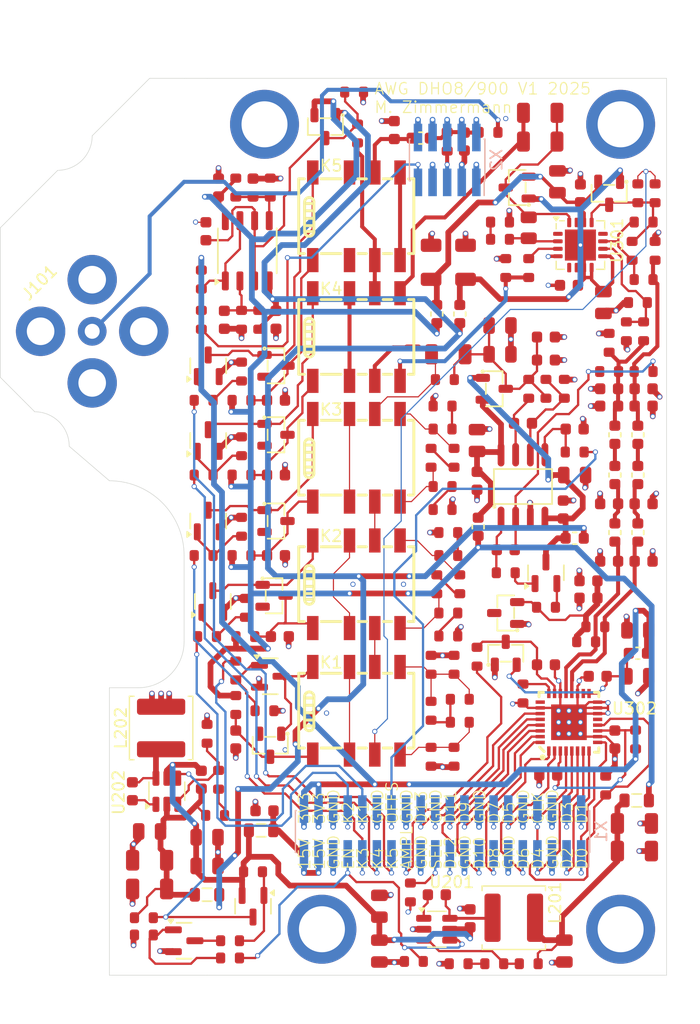
<source format=kicad_pcb>
(kicad_pcb (version 20241229) (generator "pcbnew") (generator_version "9.0")
  (title_block (title "AWG for DHO8/900") (date "2025-05") (rev "V1") (company "M. Zimmermann"))
  (layers (0 "F.Cu" signal) (4 "In1.Cu" power) (6 "In2.Cu" power) (2 "B.Cu" signal) (13 "F.Paste" user) (15 "B.Paste" user) (5 "F.SilkS" user "F.Silkscreen") (7 "B.SilkS" user "B.Silkscreen") (1 "F.Mask" user) (3 "B.Mask" user) (25 "Edge.Cuts" user))
  (net 0 "")
  (net 1 "GND")
  (net 2 "/15V_IN")
  (net 3 "Net-(U201-CB)")
  (net 4 "Net-(U201-SW)")
  (net 5 "Net-(Q201-E)")
  (net 6 "Net-(C206-Pad1)")
  (net 7 "Net-(U202-SW)")
  (net 8 "Net-(U202-CB)")
  (net 9 "Net-(U202-GND)")
  (net 10 "+6V5_OPA")
  (net 11 "-6V5_OPA")
  (net 12 "+3.3V")
  (net 13 "Net-(U302-CLKVDD)")
  (net 14 "Net-(U302-IOUTA)")
  (net 15 "Net-(C317-Pad1)")
  (net 16 "Net-(U302-IOUTB)")
  (net 17 "Net-(C320-Pad2)")
  (net 18 "Net-(U303A-IN1-)")
  (net 19 "Net-(U303A-OUT1)")
  (net 20 "+6V5_OPA2")
  (net 21 "Net-(U302-REFIO)")
  (net 22 "Net-(C325-Pad1)")
  (net 23 "-6V5_OPA2")
  (net 24 "Net-(U303B-OUT2)")
  (net 25 "Net-(U303B-IN2-)")
  (net 26 "Net-(C402-Pad1)")
  (net 27 "Net-(U303B-IN2+)")
  (net 28 "Net-(C407-Pad1)")
  (net 29 "/OUT")
  (net 30 "+6V5")
  (net 31 "Net-(U501A-+)")
  (net 32 "-6V5")
  (net 33 "Net-(U501A--)")
  (net 35 "Net-(D402-Pad3)")
  (net 36 "Net-(Q401-C)")
  (net 39 "Net-(Q402-C)")
  (net 40 "/DAC/DAC_OUT")
  (net 41 "Net-(Q403-C)")
  (net 44 "Net-(Q404-C)")
  (net 46 "Net-(Q405-C)")
  (net 51 "Net-(K1-Pad4)")
  (net 52 "Net-(K1-Pad3)")
  (net 53 "Net-(K1-Pad2)")
  (net 54 "Net-(K1-Pad5)")
  (net 55 "Net-(K1-Pad6)")
  (net 56 "Net-(K2-Pad2)")
  (net 57 "Net-(K2-Pad5)")
  (net 58 "Net-(K2-Pad6)")
  (net 59 "Net-(K2-Pad4)")
  (net 60 "Net-(K3-Pad6)")
  (net 61 "Net-(K3-Pad5)")
  (net 62 "Net-(K3-Pad2)")
  (net 63 "Net-(K3-Pad4)")
  (net 64 "Net-(K4-Pad5)")
  (net 65 "/GainOffsetStage/OUT_PROT")
  (net 66 "Net-(K4-Pad2)")
  (net 67 "Net-(K4-Pad4)")
  (net 69 "Net-(K5-Pad4)")
  (net 71 "Net-(Q201-B)")
  (net 72 "Net-(Q201-C)")
  (net 73 "Net-(Q202-C)")
  (net 74 "Net-(Q202-B)")
  (net 75 "Net-(Q301-B)")
  (net 76 "Net-(Q301-E)")
  (net 77 "Net-(Q401-B)")
  (net 78 "Net-(Q402-B)")
  (net 79 "Net-(Q403-B)")
  (net 80 "Net-(Q404-B)")
  (net 81 "Net-(Q405-B)")
  (net 82 "/SELECT")
  (net 83 "Net-(U201-FB)")
  (net 84 "/AFG_EN")
  (net 85 "Net-(R203-Pad1)")
  (net 86 "Net-(U202-FB)")
  (net 87 "Net-(R209-Pad1)")
  (net 88 "Net-(R414-Pad2)")
  (net 89 "Net-(U301A-+)")
  (net 90 "Net-(U301A--)")
  (net 91 "Net-(R416-Pad2)")
  (net 92 "Net-(U302-FS_ADJ)")
  (net 93 "/AFG_AMPL")
  (net 94 "Net-(U301B-+)")
  (net 95 "Net-(U301B--)")
  (net 96 "Net-(R405-Pad2)")
  (net 97 "/OFFSETS")
  (net 98 "Net-(R426-Pad2)")
  (net 99 "Net-(R415-Pad2)")
  (net 100 "Net-(R427-Pad2)")
  (net 101 "Net-(R417-Pad2)")
  (net 102 "/K4_OUT_AMPLIFIER")
  (net 103 "/K5_ON_OUT")
  (net 104 "/K1")
  (net 105 "/K2")
  (net 106 "/K3")
  (net 107 "Net-(R503-Pad2)")
  (net 108 "/PROTECTION")
  (net 114 "/DB13")
  (net 115 "/DB0")
  (net 116 "/DB10")
  (net 118 "/DB9")
  (net 119 "/DB1")
  (net 120 "/CLOCK")
  (net 121 "/DB12")
  (net 123 "/DB4")
  (net 124 "/DB2")
  (net 125 "/DB6")
  (net 126 "/DB11")
  (net 127 "/DB3")
  (net 128 "/DB5")
  (net 129 "/DB8")
  (net 130 "/DB7")
  (net 131 "Net-(C409-Pad2)")
  (net 132 "Net-(C410-Pad2)")
  (net 133 "Net-(C411-Pad2)")
  (net 134 "Net-(C412-Pad2)")
  (net 135 "Net-(C413-Pad2)")
  (net 136 "Net-(U501B-+)")
  (net 137 "Net-(C303-Pad1)")
  (net 138 "Net-(C306-Pad2)")
  (net 139 "Net-(L305-Pad2)")
  (net 140 "Net-(L308-Pad2)")
  (net 141 "Net-(R428-Pad2)")
  (net 142 "Net-(K4-Pad3)")
  (net 143 "Net-(C313-Pad1)")
  (net 144 "/OUT_Coax")
  (net 145 "/OUT_Con")
  (footprint "PCM_JLCPCB:C_0805" (layer "F.Cu") (at 132 84.5 180)
    (property "Reference" "C327" (hide yes))
    (property "Value" "10uF")
  )
  (footprint "PCM_JLCPCB:R_0603" (layer "F.Cu") (at 105.5 59.5 90)
    (property "Reference" "R502" (hide yes))
    (property "Value" "3.3kΩ")
  )
  (footprint "PCM_JLCPCB:L_0603" (layer "F.Cu") (at 137.5 89.5 90)
    (property "Reference" "L307" (hide yes))
    (property "Value" "100nH")
  )
  (footprint "AWG_Footprint:MountingHole_4.0mm_SmallPad" (layer "F.Cu") (at 136 54)
    (property "Reference" "H102" (hide yes))
    (property "Value" "MountingHole_Pad")
  )
  (footprint "PCM_JLCPCB:L_0603" (layer "F.Cu") (at 135.5 89.5 90)
    (property "Reference" "L304" (hide yes))
    (property "Value" "100nH")
  )
  (footprint "PCM_JLCPCB:C_0603" (layer "F.Cu") (at 129.5 74.5)
    (property "Reference" "C404" (hide yes))
    (property "Value" "100nF")
  )
  (footprint "PCM_JLCPCB:Hole_Tooling_JLCPCB" (layer "F.Cu") (at 138.4 119.8)
    (property "Reference" "H106" (hide yes))
    (property "Value" "~" (hide yes))
  )
  (footprint "PCM_JLCPCB:C_0603" (layer "F.Cu") (at 120 121 180)
    (property "Reference" "C202" (hide yes))
    (property "Value" "100nF")
  )
  (footprint "PCM_JLCPCB:R_0603" (layer "F.Cu") (at 102 126.5 180)
    (property "Reference" "R208" (hide yes))
    (property "Value" "3.3kΩ")
  )
  (footprint "PCM_JLCPCB:C_0603" (layer "F.Cu") (at 133.2 95.2 180)
    (property "Reference" "C325" (hide yes))
    (property "Value" "100nF")
  )
  (footprint "PCM_JLCPCB:L_0603" (layer "F.Cu") (at 135.5 81 90)
    (property "Reference" "L306" (hide yes))
    (property "Value" "100nH")
  )
  (footprint "PCM_JLCPCB:C_0603" (layer "F.Cu") (at 101.5 71 -90)
    (property "Reference" "C505" (hide yes))
    (property "Value" "100nF")
  )
  (footprint "PCM_JLCPCB:R_0603" (layer "F.Cu") (at 121.5 83 90)
    (property "Reference" "R431" (hide yes))
    (property "Value" "56Ω")
  )
  (footprint "PCM_JLCPCB:R_0603" (layer "F.Cu") (at 102.5 104.5 -90)
    (property "Reference" "R443" (hide yes))
    (property "Value" "68Ω")
  )
  (footprint "PCM_JLCPCB:R_0603" (layer "F.Cu") (at 105 105)
    (property "Reference" "R440" (hide yes))
    (property "Value" "22kΩ")
  )
  (footprint "PCM_JLCPCB:R_0603" (layer "F.Cu") (at 137.5 60 90)
    (property "Reference" "R432" (hide yes))
    (property "Value" "180Ω")
  )
  (footprint "PCM_JLCPCB:C_0805" (layer "F.Cu") (at 137.5 102)
    (property "Reference" "C314" (hide yes))
    (property "Value" "10uF")
  )
  (footprint "PCM_JLCPCB:R_0603" (layer "F.Cu") (at 120.5 78.5)
    (property "Reference" "R417" (hide yes))
    (property "Value" "10Ω")
  )
  (footprint "PCM_JLCPCB:R_0603" (layer "F.Cu") (at 122 106 180)
    (property "Reference" "R426" (hide yes))
    (property "Value" "47Ω")
  )
  (footprint "PCM_JLCPCB:R_0603" (layer "F.Cu") (at 103 84.5)
    (property "Reference" "R447" (hide yes))
    (property "Value" "68Ω")
  )
  (footprint "PCM_JLCPCB:R_0603" (layer "F.Cu") (at 135 75.5 180)
    (property "Reference" "R306" (hide yes))
    (property "Value" "100kΩ")
  )
  (footprint "PCM_JLCPCB:R_0603" (layer "F.Cu") (at 103 91.5)
    (property "Reference" "R445" (hide yes))
    (property "Value" "68Ω")
  )
  (footprint "PCM_JLCPCB:R_0603" (layer "F.Cu") (at 118 126.8 180)
    (property "Reference" "R202" (hide yes))
    (property "Value" "22kΩ")
  )
  (footprint "PCM_JLCPCB:R_0603" (layer "F.Cu") (at 104.5 71 90)
    (property "Reference" "R506" (hide yes))
    (property "Value" "3.9kΩ")
  )
  (footprint "PCM_JLCPCB:R_0603" (layer "F.Cu") (at 121.9 127 180)
    (property "Reference" "R204" (hide yes))
    (property "Value" "68Ω")
  )
  (footprint "AWG_Footprint:RELAY-SMD_G6K-2F-X-XX" (layer "F.Cu") (at 113 83)
    (property "Reference" "K3")
    (property "Value" "~")
  )
  (footprint "PCM_JLCPCB:Q_SOT-23" (layer "F.Cu") (at 100.5 95.5 90)
    (property "Reference" "Q404" (hide yes))
    (property "Value" "BC846B")
  )
  (footprint "PCM_JLCPCB:R_0603" (layer "F.Cu") (at 103 71 -90)
    (property "Reference" "R507" (hide yes))
    (property "Value" "3.3kΩ")
  )
  (footprint "PCM_JLCPCB:L_0603" (layer "F.Cu") (at 132 90 180)
    (property "Reference" "L311" (hide yes))
    (property "Value" "100nH")
  )
  (footprint "PCM_JLCPCB:R_0603" (layer "F.Cu") (at 119.5 83 90)
    (property "Reference" "R428" (hide yes))
    (property "Value" "390Ω")
  )
  (footprint "PCM_JLCPCB:C_1206" (layer "F.Cu") (at 119.5 66 -90)
    (property "Reference" "C216" (hide yes))
    (property "Value" "47uF")
  )
  (footprint "PCM_JLCPCB:R_1206" (layer "F.Cu") (at 129 55.5)
    (property "Reference" "R410" (hide yes))
    (property "Value" "100Ω")
  )
  (footprint "PCM_JLCPCB:R_0603" (layer "F.Cu") (at 139 60 -90)
    (property "Reference" "R460" (hide yes))
    (property "Value" "180Ω")
  )
  (footprint "PCM_JLCPCB:C_1206" (layer "F.Cu") (at 137.2 117.2)
    (property "Reference" "C208" (hide yes))
    (property "Value" "47uF")
  )
  (footprint "PCM_JLCPCB:C_0805" (layer "F.Cu") (at 100 118.5)
    (property "Reference" "C211" (hide yes))
    (property "Value" "10uF")
  )
  (footprint "PCM_JLCPCB:R_0603" (layer "F.Cu") (at 120.5 85.5 180)
    (property "Reference" "R424" (hide yes))
    (property "Value" "100Ω")
  )
  (footprint "PCM_JLCPCB:R_0603" (layer "F.Cu") (at 103.335 96.048 90)
    (property "Reference" "R441" (hide yes))
    (property "Value" "22kΩ")
  )
  (footprint "PCM_JLCPCB:R_0603" (layer "F.Cu") (at 103.335 98.548)
    (property "Reference" "R444" (hide yes))
    (property "Value" "68Ω")
  )
  (footprint "PCM_JLCPCB:R_0603" (layer "F.Cu") (at 120 94 90)
    (property "Reference" "R427" (hide yes))
    (property "Value" "390Ω")
  )
  (footprint "Inductor_SMD:L_APV_ANR5045" (layer "F.Cu") (at 126.7 123)
    (property "Reference" "L201")
    (property "Value" "22uH")
  )
  (footprint "PCM_JLCPCB:R_0603" (layer "F.Cu") (at 133 99 180)
    (property "Reference" "R305" (hide yes))
    (property "Value" "49.9Ω")
  )
  (footprint "PCM_JLCPCB:C_0603" (layer "F.Cu") (at 126 91)
    (property "Reference" "C321" (hide yes))
    (property "Value" "100nF")
  )
  (footprint "PCM_JLCPCB:C_1206" (layer "F.Cu") (at 122.5 66 90)
    (property "Reference" "C217" (hide yes))
    (property "Value" "47uF")
  )
  (footprint "PCM_JLCPCB:C_0805" (layer "F.Cu") (at 130.5 59 90)
    (property "Reference" "C304" (hide yes))
    (property "Value" "10uF")
  )
  (footprint "PCM_JLCPCB:L_0603" (layer "F.Cu") (at 120 70.5 -90)
    (property "Reference" "L301" (hide yes))
    (property "Value" "100nH")
  )
  (footprint "PCM_JLCPCB:Q_SOT-23" (layer "F.Cu") (at 100.1 88.5 90)
    (property "Reference" "Q405" (hide yes))
    (property "Value" "BC846B")
  )
  (footprint "PCM_JLCPCB:C_1206" (layer "F.Cu") (at 95 118)
    (property "Reference" "C214" (hide yes))
    (property "Value" "47uF")
  )
  (footprint "PCM_JLCPCB:C_0603" (layer "F.Cu") (at 129.5 101)
    (property "Reference" "C324" (hide yes))
    (property "Value" "100nF")
  )
  (footprint "PCM_JLCPCB:R_0603" (layer "F.Cu") (at 100.7 114.1 180)
    (property "Reference" "R211" (hide yes))
    (property "Value" "68Ω")
  )
  (footprint "PCM_JLCPCB:Q_SOT-23" (layer "F.Cu") (at 100.1 81.5 90)
    (property "Reference" "Q401" (hide yes))
    (property "Value" "BC846B")
  )
  (footprint "PCM_JLCPCB:R_0603" (layer "F.Cu") (at 120.5 87.5 180)
    (property "Reference" "R416" (hide yes))
    (property "Value" "10Ω")
  )
  (footprint "PCM_JLCPCB:C_0603" (layer "F.Cu") (at 106 78 180)
    (property "Reference" "C410" (hide yes))
    (property "Value" "1uF")
  )
  (footprint "PCM_JLCPCB:C_0603" (layer "F.Cu") (at 135 92 180)
    (property "Reference" "C301" (hide yes))
    (property "Value" "10pF")
  )
  (footprint "PCM_JLCPCB:R_0603" (layer "F.Cu") (at 121 98.5 180)
    (property "Reference" "R414" (hide yes))
    (property "Value" "10Ω")
  )
  (footprint "PCM_JLCPCB:R_0603" (layer "F.Cu") (at 125 127)
    (property "Reference" "R203" (hide yes))
    (property "Value" "3.3kΩ")
  )
  (footprint "PCM_JLCPCB:C_0805" (layer "F.Cu") (at 137.5 98 180)
    (property "Reference" "C311" (hide yes))
    (property "Value" "10uF")
  )
  (footprint "PCM_JLCPCB:L_0603" (layer "F.Cu") (at 135.5 84.5 90)
    (property "Reference" "L305" (hide yes))
    (property "Value" "100nH")
  )
  (footprint "PCM_JLCPCB:C_0603" (layer "F.Cu") (at 99.5 111 -90)
    (property "Reference" "C210" (hide yes))
    (property "Value" "100nF")
  )
  (footprint "PCM_JLCPCB:R_0603" (layer "F.Cu") (at 138 75.5 180)
    (property "Reference" "R312" (hide yes))
    (property "Value" "100kΩ")
  )
  (footprint "PCM_JLCPCB:L_0603" (layer "F.Cu") (at 122 70.5 -90)
    (property "Reference" "L303" (hide yes))
    (property "Value" "100nH")
  )
  (footprint "PCM_JLCPCB:R_0603" (layer "F.Cu") (at 102.5 101.5 90)
    (property "Reference" "R437" (hide yes))
    (property "Value" "3.3kΩ")
  )
  (footprint "PCM_JLCPCB:C_0805" (layer "F.Cu") (at 131.1 125.9 -90)
    (property "Reference" "C206" (hide yes))
    (property "Value" "10uF")
  )
  (footprint "PCM_JLCPCB:R_0603" (layer "F.Cu") (at 131.1 77 90)
    (property "Reference" "R407" (hide yes))
    (property "Value" "4.3kΩ")
  )
  (footprint "PCM_JLCPCB:R_0603" (layer "F.Cu") (at 128 127 180)
    (property "Reference" "R201" (hide yes))
    (property "Value" "24kΩ")
  )
  (footprint "PCM_JLCPCB:SOT-23-3_L2.9-W1.3-P1.90-LS2.4-BR" (layer "F.Cu") (at 126 100 -90)
    (property "Reference" "D302" (hide yes))
    (property "Value" "BAV99_C7420336")
  )
  (footprint "PCM_JLCPCB:R_0603" (layer "F.Cu") (at 134.7 111.5 90)
    (property "Reference" "R308" (hide yes))
    (property "Value" "560Ω")
  )
  (footprint "PCM_JLCPCB:C_0603" (layer "F.Cu") (at 132 80.5 180)
    (property "Reference" "C406" (hide yes))
    (property "Value" "1uF")
  )
  (footprint "PCM_JLCPCB:SOT-23-3_L2.9-W1.3-P1.90-LS2.4-BR" (layer "F.Cu") (at 105.835 95 180)
    (property "Reference" "D407" (hide yes))
    (property "Value" "BAV99_C7420336")
  )
  (footprint "PCM_JLCPCB:C_0805" (layer "F.Cu") (at 123.5 81.5 90)
    (property "Reference" "C322" (hide yes))
    (property "Value" "10uF")
  )
  (footprint "PCM_JLCPCB:R_0603" (layer "F.Cu") (at 121 96.5 180)
    (property "Reference" "R422" (hide yes))
    (property "Value" "100Ω")
  )
  (footprint "PCM_JLCPCB:C_0603" (layer "F.Cu") (at 106 91.5 180)
    (property "Reference" "C413" (hide yes))
    (property "Value" "1uF")
  )
  (footprint "AWG_Footprint:RELAY-SMD_G6K-2F-X-XX" (layer "F.Cu") (at 113 72.5)
    (property "Reference" "K4")
    (property "Value" "~")
  )
  (footprint "PCM_JLCPCB:R_0603" (layer "F.Cu") (at 129.5 77 -90)
    (property "Reference" "R401" (hide yes))
    (property "Value" "4.7kΩ")
  )
  (footprint "PCM_JLCPCB:C_0805" (layer "F.Cu") (at 125.5 74)
    (property "Reference" "C403" (hide yes))
    (property "Value" "10uF")
  )
  (footprint "PCM_JLCPCB:C_0603" (layer "F.Cu") (at 138 78.5 180)
    (property "Reference" "C320" (hide yes))
    (property "Value" "100pF")
  )
  (footprint "PCM_JLCPCB:R_0603" (layer "F.Cu") (at 125.5 64 180)
    (property "Reference" "R405" (hide yes))
    (property "Value" "15Ω")
  )
  (footprint "PCM_JLCPCB:FB_0805" (layer "F.Cu") (at 104.7 115.4 180)
    (property "Reference" "FB201" (hide yes))
    (property "Value" "~")
  )
  (footprint "PCM_JLCPCB:C_0603" (layer "F.Cu") (at 135 77 180)
    (property "Reference" "C318" (hide yes))
    (property "Value" "100pF")
  )
  (footprint "PCM_JLCPCB:C_0805" (layer "F.Cu") (at 115 125.9 -90)
    (property "Reference" "C204" (hide yes))
    (property "Value" "10uF")
  )
  (footprint "PCM_JLCPCB:R_0603" (layer "F.Cu") (at 124.5 54.7)
    (property "Reference" "R103" (hide yes))
    (property "Value" "0Ω")
  )
  (footprint "PCM_JLCPCB:C_0805" (layer "F.Cu") (at 134.5 69.5 90)
    (property "Reference" "C309" (hide yes))
    (property "Value" "10uF")
  )
  (footprint "PCM_JLCPCB:L_0603" (layer "F.Cu") (at 137.5 100 180)
    (property "Reference" "L302" (hide yes))
    (property "Value" "100nH")
  )
  (footprint "PCM_JLCPCB:R_0603" (layer "F.Cu") (at 94.5 124.5 180)
    (property "Reference" "R212" (hide yes))
    (property "Value" "22kΩ")
  )
  (footprint "PCM_JLCPCB:L_0603" (layer "F.Cu") (at 118.6 55.2)
    (property "Reference" "L401" (hide yes))
    (property "Value" "100nH")
  )
  (footprint "PCM_JLCPCB:R_0603" (layer "F.Cu") (at 121 89.5)
    (property "Reference" "R415" (hide yes))
    (property "Value" "10Ω")
  )
  (footprint "PCM_JLCPCB:C_0603" (layer "F.Cu") (at 106 71 -90)
    (property "Reference" "C503" (hide yes))
    (property "Value" "1uF")
  )
  (footprint "PCM_JLCPCB:L_0603" (layer "F.Cu") (at 137.5 81 90)
    (property "Reference" "L309" (hide yes))
    (property "Value" "100nH")
  )
  (footprint "PCM_JLCPCB:R_0603" (layer "F.Cu") (at 99.5 71 -90)
    (property "Reference" "R504" (hide yes))
    (property "Value" "1kΩ")
  )
  (footprint "PCM_JLCPCB:R_1206" (layer "F.Cu") (at 129 53)
    (property "Reference" "R413" (hide yes))
    (property "Value" "100Ω")
  )
  (footprint "PCM_JLCPCB:R_0603" (layer "F.Cu") (at 138 67.5 180)
    (property "Reference" "R310" (hide yes))
    (property "Value" "100Ω")
  )
  (footprint "Inductor_SMD:L_APV_ANR5045" (layer "F.Cu") (at 96 106.5 90)
    (property "Reference" "L202")
    (property "Value" "22uH")
  )
  (footprint "PCM_JLCPCB:L_0603" (layer "F.Cu") (at 137.5 84.5 90)
    (property "Reference" "L308" (hide yes))
    (property "Value" "100nH")
  )
  (footprint "PCM_JLCPCB:SOIC-8_L4.9-W3.9-P1.27-LS6.0-BL" (layer "F.Cu") (at 127.5 85.5)
    (property "Reference" "U303" (hide yes))
    (property "Value" "NE5532DR")
  )
  (footprint "PCM_JLCPCB:R_0603" (layer "F.Cu") (at 103 82 90)
    (property "Reference" "R435" (hide yes))
    (property "Value" "22kΩ")
  )
  (footprint "PCM_JLCPCB:R_0603" (layer "F.Cu") (at 100 98.548 180)
    (property "Reference" "R438" (hide yes))
    (property "Value" "3.3kΩ")
  )
  (footprint "PCM_JLCPCB:R_0603" (layer "F.Cu") (at 136.5 72 90)
    (property "Reference" "R302" (hide yes))
    (property "Value" "5.6kΩ")
  )
  (footprint "PCM_JLCPCB:R_0603" (layer "F.Cu") (at 122 104)
    (property "Reference" "R455" (hide yes))
    (property "Value" "82Ω")
  )
  (footprint "PCM_JLCPCB:R_0603" (layer "F.Cu") (at 103 89 90)
    (property "Reference" "R442" (hide yes))
    (property "Value" "22kΩ")
  )
  (footprint "PCM_JLCPCB:R_0603" (layer "F.Cu") (at 99.7 84.5 180)
    (property "Reference" "R433" (hide yes))
    (property "Value" "3.3kΩ")
  )
  (footprint "AWG_Footprint:RELAY-SMD_G6K-2F-X-XX" (layer "F.Cu") (at 113 105)
    (property "Reference" "K1")
    (property "Value" "~")
  )
  (footprint "PCM_JLCPCB:R_0603" (layer "F.Cu") (at 128 77 90)
    (property "Reference" "R406" (hide yes))
    (property "Value" "4.7Ω")
  )
  (footprint "PCM_JLCPCB:R_0603" (layer "F.Cu") (at 137 65 90)
    (property "Reference" "R314" (hide yes))
    (property "Value" "390Ω")
  )
  (footprint "PCM_JLCPCB:C_1206" (layer "F.Cu") (at 95 120.5)
    (property "Reference" "C215" (hide yes))
    (property "Value" "47uF")
  )
  (footprint "PCM_JLCPCB:R_0603" (layer "F.Cu") (at 94.5 123 180)
    (property "Reference" "R210" (hide yes))
    (property "Value" "22kΩ")
  )
  (footprint "PCM_JLCPCB:C_0603" (layer "F.Cu") (at 138 77 180)
    (property "Reference" "C329" (hide yes))
    (property "Value" "100pF")
  )
  (footprint "PCM_JLCPCB:R_0603" (layer "F.Cu") (at 121 91.5 180)
    (property "Reference" "R423" (hide yes))
    (property "Value" "100Ω")
  )
  (footprint "PCM_JLCPCB:R_0603" (layer "F.Cu") (at 119.5 105 90)
    (property "Reference" "R429" (hide yes))
    (property "Value" "6.8kΩ")
  )
  (footprint "PCM_JLCPCB:R_0603" (layer "F.Cu") (at 121.5 101 -90)
    (property "Reference" "R421" (hide yes))
    (property "Value" "180Ω")
  )
  (footprint "PCM_JLCPCB:SOT-23-3_L2.9-W1.3-P1.90-LS2.4-BR" (layer "F.Cu") (at 127 59.5)
    (property "Reference" "D402" (hide yes))
    (property "Value" "BAV99_C7420336")
  )
  (footprint "PCM_JLCPCB:R_0603" (layer "F.Cu") (at 122 94 90)
    (property "Reference" "R430" (hide yes))
    (property "Value" "56Ω")
  )
  (footprint "PCM_JLCPCB:R_0603" (layer "F.Cu") (at 139 65 90)
    (property "Reference" "R313" (hide yes))
    (property "Value" "560Ω")
  )
  (footprint "PCM_JLCPCB:C_0603" (layer "F.Cu") (at 129.5 72.5)
    (property "Reference" "C405" (hide yes))
    (property "Value" "100nF")
  )
  (footprint "PCM_JLCPCB:FB_0805" (layer "F.Cu") (at 100 121)
    (property "Reference" "FB203" (hide yes))
    (property "Value" "~")
  )
  (footprint "PCM_JLCPCB:C_0603" (layer "F.Cu") (at 138 87 180)
    (property "Reference" "C306" (hide yes))
    (property "Value" "68pF")
  )
  (footprint "PCM_JLCPCB:R_0603" (layer "F.Cu") (at 125.5 62.5)
    (property "Reference" "R409" (hide yes))
    (property "Value" "15Ω")
  )
  (footprint "PCM_JLCPCB:R_0603" (layer "F.Cu") (at 120.5 80.5 180)
    (property "Reference" "R425" (hide yes))
    (property "Value" "100Ω")
  )
  (footprint "PCM_JLCPCB:C_0603" (layer "F.Cu") (at 93.5 112 -90)
    (property "Reference" "C209" (hide yes))
    (property "Value" "100nF")
  )
  (footprint "PCM_JLCPCB:L_0603" (layer "F.Cu") (at 123.6 89 90)
    (property "Reference" "L310" (hide yes))
    (property "Value" "100nH")
  )
  (footprint "PCM_JLCPCB:SOT-23-3_L2.9-W1.3-P1.90-LS2.4-BR" (layer "F.Cu") (at 110.3 54.2 90)
    (property "Reference" "D501" (hide yes))
    (property "Value" "BAV99_C7420336")
  )
  (footprint "PCM_JLCPCB:C_0603" (layer "F.Cu") (at 123.5 85 -90)
    (property "Reference" "C323" (hide yes))
    (property "Value" "100nF")
  )
  (footprint "PCM_JLCPCB:C_0603" (layer "F.Cu") (at 131 87.5 -90)
    (property "Reference" "C328" (hide yes))
    (property "Value" "100nF")
  )
  (footprint "PCM_JLCPCB:C_0603" (layer "F.Cu") (at 132.5 60 90)
    (property "Reference" "C305" (hide yes))
    (property "Value" "100nF")
  )
  (footprint "AWG_Footprint:BNC_Amphenol_ICC 031-5329-51RFX" (layer "F.Cu") (at 90 72 45)
    (property "Reference" "J101")
    (property "Value" "BNC_Amphenol_ICC 031-5329-51RFX")
  )
  (footprint "PCM_JLCPCB:SOT-23-3_L2.9-W1.3-P1.90-LS2.4-BR" (layer "F.Cu") (at 105.5 108 90)
    (property "Reference" "D406" (hide yes))
    (property "Value" "BAV99_C7420336")
  )
  (footprint "PCM_JLCPCB:R_0603" (layer "F.Cu") (at 102 125 180)
    (property "Reference" "R206" (hide yes))
    (property "Value" "22kΩ")
  )
  (footprint "PCM_JLCPCB:C_0603" (layer "F.Cu") (at 122.9 123.05 90)
    (property "Reference" "C203" (hide yes))
    (property "Value" "100nF")
  )
  (footprint "PCM_JLCPCB:C_0603" (layer "F.Cu") (at 122.4 55.5 -90)
    (property "Reference" "C408" (hide yes))
    (property "Value" "47pF")
  )
  (footprint "PCM_JLCPCB:R_0603" (layer "F.Cu") (at 99.7 91.5 180)
    (property "Reference" "R439" (hide yes))
    (property "Value" "3.3kΩ")
  )
  (footprint "PCM_JLCPCB:C_0603" (layer "F.Cu") (at 135 87 180)
    (property "Reference" "C303" (hide yes))
    (property "Value" "68pF")
  )
  (footprint "PCM_JLCPCB:C_0805" (layer "F.Cu") (at 125.5 71.5)
    (property "Reference" "C402" (hide yes))
    (property "Value" "10uF")
  )
  (footprint "PCM_JLCPCB:C_0603" (layer "F.Cu") (at 135 78.5 180)
    (property "Reference" "C317" (hide yes))
    (property "Value" "100pF")
  )
  (footprint "PCM_JLCPCB:R_0603" (layer "F.Cu") (at 103 75.5 90)
    (property "Reference" "R436" (hide yes))
    (property "Value" "22kΩ")
  )
  (footprint "PCM_JLCPCB:C_0603" (layer "F.Cu") (at 129.7 110.6 180)
    (property "Reference" "C315" (hide yes))
    (property "Value" "100nF")
  )
  (footprint "PCM_JLCPCB:SOIC-8_3.9x4.9mm_P1.27mm" (layer "F.Cu") (at 103.5 65 90)
    (property "Reference" "U501" (hide yes))
    (property "Value" "LM393DR2G")
  )
  (footprint "PCM_JLCPCB:C_0805" (layer "F.Cu") (at 95 115.5)
    (property "Reference" "C213" (hide yes))
    (property "Value" "10uF")
  )
  (footprint "PCM_JLCPCB:R_0603" (layer "F.Cu") (at 138 62.5 180)
    (property "Reference" "R315" (hide yes))
    (property "Value" "5.6kΩ")
  )
  (footprint "AWG_Footprint:RELAY-SMD_G6K-2F-X-XX" (layer "F.Cu") (at 113 62)
    (property "Reference" "K5")
    (property "Value" "~")
  )
  (footprint "PCM_JLCPCB:R_0603" (layer "F.Cu") (at 99.5 67.5 -90)
    (property "Reference" "R503" (hide yes))
    (property "Value" "5.1kΩ")
  )
  (footprint "Package_TO_SOT_SMD:SOT-23-6" (layer "F.Cu") (at 96.5 112 90)
    (property "Reference" "U202")
    (property "Value" "~")
  )
  (footprint "PCM_JLCPCB:R_0603" (layer "F.Cu") (at 113.1 54.8 90)
    (property "Reference" "R505" (hide yes))
    (property "Value" "100kΩ")
  )
  (footprint "AWG_Footprint:MountingHole_4.0mm_SmallPad" (layer "F.Cu") (at 105 54)
    (property "Reference" "H101" (hide yes))
    (property "Value" "MountingHole_Pad")
  )
  (footprint "PCM_JLCPCB:R_0603" (layer "F.Cu") (at 126 66.5 90)
    (property "Reference" "R403" (hide yes))
    (property "Value" "100kΩ")
  )
  (footprint "PCM_JLCPCB:R_0603" (layer "F.Cu") (at 133.8 97.7)
    (property "Reference" "R311" (hide yes))
    (property "Value" "49.9Ω")
  )
  (footprint "AWG_Footprint:MountingHole_4.0mm_SmallPad" (layer "F.Cu") (at 136 124)
    (property "Reference" "H104" (hide yes))
    (property "Value" "MountingHole_Pad")
  )
  (footprint "PCM_JLCPCB:R_0603" (layer "F.Cu") (at 119.5 109 90)
    (property "Reference" "R418" (hide yes))
    (property "Value" "180Ω")
  )
  (footprint "PCM_JLCPCB:Q_SOT-23" (layer "F.Cu") (at 98 125)
    (property "Reference" "Q202" (hide yes))
    (property "Value" "BC846B")
  )
  (footprint "PCM_JLCPCB:C_0603" (layer "F.Cu") (at 127.5 80)
    (property "Reference" "C401" (hide yes))
    (property "Value" "100nF")
  )
  (footprint "AWG_Footprint:RELAY-SMD_G6K-2F-X-XX" (layer "F.Cu") (at 113 94)
    (property "Reference" "K2")
    (property "Value" "~")
  )
  (footprint "PCM_JLCPCB:R_0603" (layer "F.Cu") (at 121.5 109 90)
    (property "Reference" "R419" (hide yes))
    (property "Value" "4.7kΩ")
  )
  (footprint "PCM_JLCPCB:C_0603" (layer "F.Cu") (at 99.9 63.3 90)
    (property "Reference" "C504" (hide yes))
    (property "Value" "47pF")
  )
  (footprint "PCM_JLCPCB:C_0805" (layer "F.Cu") (at 115 122 90)
    (property "Reference" "C205" (hide yes))
    (property "Value" "10uF")
  )
  (footprint "Package_DFN_QFN:Texas_RSA_VQFN-16-1EP_4x4mm_P0.65mm_EP2.7x2.7mm" (layer "F.Cu") (at 132.5 64.5)
    (property "Reference" "U301")
    (property "Value" "OPA2673IRGVR")
  )
  (footprint "PCM_JLCPCB:R_0603" (layer "F.Cu") (at 128 66.5 90)
    (property "Reference" "R402" (hide yes))
    (property "Value" "15Ω")
  )
  (footprint "PCM_JLCPCB:Q_SOT-23" (layer "F.Cu") (at 105.5 102)
    (property "Reference" "Q403" (hide yes))
    (property "Value" "BC846B")
  )
  (footprint "PCM_JLCPCB:R_0603" (layer "F.Cu") (at 120.9 55.5 -90)
    (property "Reference" "R102" (hide yes))
    (property "Value" "0Ω")
  )
  (footprint "PCM_JLCPCB:C_0603" (layer "F.Cu") (at 102.5 107.5 90)
    (property "Reference" "C411" (hide yes))
    (property "Value" "1uF")
  )
  (footprint "PCM_JLCPCB:Q_SOT-23" (layer "F.Cu") (at 100.1 75 90)
    (property "Reference" "Q402" (hide yes))
    (property "Value" "BC846B")
  )
  (footprint "PCM_JLCPCB:C_0603" (layer "F.Cu") (at 105 113.7 180)
    (property "Reference" "C201" (hide yes))
    (property "Value" "100nF")
  )
  (footprint "PCM_JLCPCB:SOT-23-3_L2.9-W1.3-P1.90-LS2.4-BR" (layer "F.Cu") (at 106 88.5 180)
    (property "Reference" "D408" (hide yes))
    (property "Value" "BAV99_C7420336")
  )
  (footprint "PCM_JLCPCB:C_0603" (layer "F.Cu") (at 116.3 54.5 90)
    (property "Reference" "C407" (hide yes))
    (property "Value" "47pF")
  )
  (footprint "PCM_JLCPCB:R_0603" (layer "F.Cu") (at 138 72 90)
    (property "Reference" "R307" (hide yes))
    (property "Value" "100Ω")
  )
  (footprint "AWG_Footprint:MountingHole_4.0mm_SmallPad" (layer "F.Cu") (at 110 124)
    (property "Reference" "H103" (hide yes))
    (property "Value" "MountingHole_Pad")
  )
  (footprint "PCM_JLCPCB:R_0603" (layer "F.Cu") (at 99.7 78 180)
    (property "Reference" "R434" (hide yes))
    (property "Value" "3.3kΩ")
  )
  (footprint "PCM_JLCPCB:R_0603" (layer "F.Cu") (at 102.5 59.5 -90)
    (property "Reference" "R501" (hide yes))
    (property "Value" "3.9kΩ")
  )
  (footprint "PCM_JLCPCB:R_0603" (layer "F.Cu") (at 101 111 90)
    (property "Reference" "R209" (hide yes))
    (property "Value" "3.3kΩ")
  )
  (footprint "PCM_JLCPCB:R_0603" (layer "F.Cu") (at 129.505 96)
    (property "Reference" "R318" (hide yes))
    (property "Value" "68Ω")
  )
  (footprint "PCM_JLCPCB:R_0603" (layer "F.Cu") (at 137.5 69.5 180)
    (property "Reference" "R303" (hide yes))
    (property "Value" "390Ω")
  )
  (footprint "PCM_JLCPCB:Q_SOT-23" (layer "F.Cu") (at 129.5 93 90)
    (property "Reference" "Q301" (hide yes))
    (property "Value" "MMBT3906")
  )
  (footprint "PCM_JLCPCB:FB_0805" (layer "F.Cu") (at 137.4 112.8)
    (property "Reference" "FB202" (hide yes))
    (property "Value" "~")
  )
  (footprint "PCM_JLCPCB:C_0603" (layer "F.Cu") (at 106.335 98.548 180)
    (property "Reference" "C412" (hide yes))
    (property "Value" "1uF")
  )
  (footprint "PCM_JLCPCB:R_0603" (layer "F.Cu") (at 119.5 101 -90)
    (property "Reference" "R420" (hide yes))
    (property "Value" "4.7kΩ")
  )
  (footprint "PCM_JLCPCB:R_0603" (layer "F.Cu") (at 103 78)
    (property "Reference" "R446" (hide yes))
    (property "Value" "68Ω")
  )
  (footprint "PCM_JLCPCB:R_0603" (layer "F.Cu") (at 132 82.5)
    (property "Reference" "R408" (hide yes))
    (property "Value" "3.3kΩ")
  )
  (footprint "AWG_Footprint:LFCSP-32_L5.0-W5.0-P0.50-BL-EP3.1" (layer "F.Cu") (at 131.5 106)
    (property "Reference" "U302")
    (property "Value" "~")
  )
  (footprint "PCM_JLCPCB:SOT-23-3_L2.9-W1.3-P1.90-LS2.4-BR" (layer "F.Cu") (at 135 60 90)
    (property "Reference" "D405" (hide yes))
    (property "Value" "BAV99_C7420336")
  )
  (footprint "PCM_JLCPCB:C_0603" (layer "F.Cu") (at 106 84.5 180)
    (property "Reference" "C409" (hide yes))
    (property "Value" "1uF")
  )
  (footprint "NetTie:NetTie-2_SMD_Pad0.5mm" (layer "F.Cu") (at 117.9 73.4 180)
    (property "Reference" "NT401" (hide yes))
    (property "Value" "NetTie_2" (hide yes))
  )
  (footprint "PCM_JLCPCB:R_0603" (layer "F.Cu") (at 123.5 100.3 90)
    (property "Reference" "R317" (hide yes))
    (property "Value" "100Ω")
  )
  (footprint "PCM_JLCPCB:C_0603" (layer "F.Cu") (at 134 102 180)
    (property "Reference" "C313" (hide yes))
    (property "Value" "100nF")
  )
  (footprint "PCM_JLCPCB:C_0603" (layer "F.Cu") (at 133.2 93.7 180)
    (property "Reference" "C326" (hide yes))
    (property "Value" "100nF")
  )
  (footprint "PCM_JLCPCB:C_0805" (layer "F.Cu") (at 100 116)
    (property "Reference" "C212" (hide yes))
    (property "Value" "10uF")
  )
  (footprint "Package_TO_SOT_SMD:SOT-23-6" (layer "F.Cu") (at 120 124)
    (property "Reference" "U201")
    (property "Value" "~")
  )
  (footprint "PCM_JLCPCB:C_0603" (layer "F.Cu") (at 135.5 107.5 -90)
    (property "Reference" "C312" (hide yes))
    (property "Value" "100nF")
  )
  (footprint "PCM_JLCPCB:SOT-23-3_L2.9-W1.3-P1.90-LS2.4-BR" (layer "F.Cu") (at 125 77 180)
    (property "Reference" "D401" (hide yes))
    (property "Value" "BAV99_C7420336")
  )
  (footprint "PCM_JLCPCB:R_0805" (layer "F.Cu") (at 128 63 90)
    (property "Reference" "R404" (hide yes))
    (property "Value" "270Ω")
  )
  (footprint "PCM_JLCPCB:Hole_Tooling_JLCPCB" (layer "F.Cu") (at 92.8 126.7)
    (property "Reference" "H107" (hide yes))
    (property "Value" "~" (hide yes))
  )
  (footprint "PCM_JLCPCB:C_0603" (layer "F.Cu") (at 101 59.5 90)
    (property "Reference" "C502" (hide yes))
    (property "Value" "1uF")
  )
  (footprint "PCM_JLCPCB:SOT-23-3_L2.9-W1.3-P1.90-LS2.4-BR" (layer "F.Cu") (at 106 75 180)
    (property "Reference" "D404" (hide yes))
    (property "Value" "BAV99_C7420336")
  )
  (footprint "PCM_JLCPCB:Hole_Tooling_JLCPCB" (layer "F.Cu") (at 100.1 52.5)
    (property "Reference" "H105" (hide yes))
    (property "Value" "~" (hide yes))
  )
  (footprint "PCM_JLCPCB:SOT-23-3_L2.9-W1.3-P1.90-LS2.4-BR" (layer "F.Cu") (at 106 81 180)
    (property "Reference" "D403" (hide yes))
    (property "Value" "BAV99_C7420336")
  )
  (footprint "PCM_JLCPCB:C_0603" (layer "F.Cu") (at 138 92 180)
    (property "Reference" "C302" (hide yes))
    (property "Value" "10pF")
  )
  (footprint "PCM_JLCPCB:R_0603" (layer "F.Cu") (at 104 119)
    (property "Reference" "R205" (hide yes))
    (property "Value" "22kΩ")
  )
  (footprint "PCM_JLCPCB:R_0603" (layer "F.Cu") (at 120.7 76.2 180)
    (property "Reference" "R458" (hide yes))
    (property "Value" "1.8kΩ")
  )
  (footprint "PCM_JLCPCB:R_1206" (layer "F.Cu") (at 121 74 180)
    (property "Reference" "R457" (hide yes))
    (property "Value" "120Ω")
  )
  (footprint "PCM_JLCPCB:R_0603" (layer "F.Cu") (at 126 93 180)
    (property "Reference" "R319" (hide yes))
    (property "Value" "100Ω")
  )
  (footprint "PCM_JLCPCB:Q_SOT-23" (layer "F.Cu") (at 104 122 -90)
    (property "Reference" "Q201" (hide yes))
    (property "Value" "MMBT3906")
  )
  (footprint "PCM_JLCPCB:R_0603" (layer "F.Cu") (at 135 73 -90)
    (property "Reference" "R304" (hide yes))
    (property "Value" "56Ω")
  )
  (footprint "PCM_JLCPCB:SOT-23-3_L2.9-W1.3-P1.90-LS2.4-BR" (layer "F.Cu") (at 126 96.5)
    (property "Reference" "D301" (hide yes))
    (property "Value" "BAV99_C7420336")
  )
  (footprint "PCM_JLCPCB:R_0603" (layer "F.Cu") (at 117.7 120.8 90)
    (property "Reference" "R101" (hide yes))
    (property "Value" "1kΩ")
  )
  (footprint "PCM_JLCPCB:R_0603" (layer "F.Cu") (at 127.5 103.5 -90)
    (property "Reference" "R316" (hide yes))
    (property "Value" "2.7kΩ")
  )
  (footprint "PCM_JLCPCB:R_0603" (layer "F.Cu") (at 100 107 -90)
    (property "Reference" "R207" (hide yes))
    (property "Value" "24kΩ")
  )
  (footprint "PCM_JLCPCB:R_0603" (layer "F.Cu") (at 112.8 51.2 180)
    (property "Reference" "R508" (hide yes))
    (property "Value" "100kΩ")
  )
  (footprint "PCM_JLCPCB:R_0603" (layer "F.Cu") (at 137.3 107.5 90)
    (property "Reference" "R301" (hide yes))
    (property "Value" "4.7Ω")
  )
  (footprint "PCM_JLCPCB:C_0603" (layer "F.Cu") (at 104 59.5 90)
    (property "Reference" "C501" (hide yes))
    (property "Value" "100nF")
  )
  (footprint "PCM_JLCPCB:C_0603" (layer "F.Cu") (at 131.5 68)
    (property "Reference" "C310" (hide yes))
    (property "Value" "100nF")
  )
  (footprint "PCM_JLCPCB:C_1206" (layer "F.Cu") (at 137.2 114.8)
    (property "Reference" "C207" (hide yes))
    (property "Value" "47uF")
  )
  (footprint "Connector_PinHeader_1.27mm:PinHeader_2x05_P1.27mm_Vertical_SMD" (layer "B.Cu") (at 120.9 57.1 90)
    (property "Reference" "X2")
    (property "Value" "Conn_02x05_1.27mm_SMD_Header_M")
  )
  (footprint "Connector_PinHeader_1.27mm:PinHeader_2x20_P1.27mm_Vertical_SMD" (layer "B.Cu") (at 120.5 115.5 90)
    (property "Reference" "X1")
    (property "Value" "Conn_02x20_1.27mm_SMD_Header_M")
  )
  (gr_line (start 100 50) (end 140 50) (stroke (width 0.05)) (layer "Edge.Cuts"))
  (gr_arc (start 90 55) (mid 89.12132 57.12132) (end 87 58) (stroke (width 0.05)) (layer "Edge.Cuts"))
  (gr_arc (start 85 79) (mid 87.12132 79.87868) (end 88 82) (stroke (width 0.05)) (layer "Edge.Cuts"))
  (gr_arc (start 91.5 85) (mid 96.096194 86.903806) (end 98 91.5) (stroke (width 0.05)) (layer "Edge.Cuts"))
  (gr_line (start 82 63) (end 82 76) (stroke (width 0.05)) (layer "Edge.Cuts"))
  (gr_line (start 91.5 103) (end 94 103) (stroke (width 0.05)) (layer "Edge.Cuts"))
  (gr_line (start 88 82) (end 91.5 85) (stroke (width 0.05)) (layer "Edge.Cuts"))
  (gr_line (start 87 58) (end 82 63) (stroke (width 0.05)) (layer "Edge.Cuts"))
  (gr_line (start 90 55) (end 95 50) (stroke (width 0.05)) (layer "Edge.Cuts"))
  (gr_line (start 98 50) (end 95 50) (stroke (width 0.05)) (layer "Edge.Cuts"))
  (gr_line (start 100 128) (end 91.5 128) (stroke (width 0.05)) (layer "Edge.Cuts"))
  (gr_line (start 82 76) (end 85 79) (stroke (width 0.05)) (layer "Edge.Cuts"))
  (gr_line (start 91.5 128) (end 91.5 103) (stroke (width 0.05)) (layer "Edge.Cuts"))
  (gr_line (start 140 50) (end 140 128) (stroke (width 0.05)) (layer "Edge.Cuts"))
  (gr_arc (start 98 99) (mid 96.828427 101.828427) (end 94 103) (stroke (width 0.05)) (layer "Edge.Cuts"))
  (gr_line (start 140 128) (end 100 128) (stroke (width 0.05)) (layer "Edge.Cuts"))
  (gr_line (start 100 50) (end 98 50) (stroke (width 0.05)) (layer "Edge.Cuts"))
  (gr_line (start 98 91.5) (end 98 99) (stroke (width 0.05)) (layer "Edge.Cuts"))
  (gr_text "D8" (at 125.58 118.9 90) (layer "F.SilkS") (effects (font (size 1 1) (thickness 0.1)) (justify left bottom)))
  (gr_text "GND" (at 123.04 118.9 90) (layer "F.SilkS") (effects (font (size 1 1) (thickness 0.1)) (justify left bottom)))
  (gr_text "3V3" (at 110.34 114.912 90) (layer "F.SilkS") (effects (font (size 1 1) (thickness 0.1)) (justify left bottom)))
  (gr_text "D10" (at 124.31 118.9 90) (layer "F.SilkS") (effects (font (size 1 1) (thickness 0.1)) (justify left bottom)))
  (gr_text "D11" (at 121.77 114.912 90) (layer "F.SilkS") (effects (font (size 1 1) (thickness 0.1)) (justify left bottom)))
  (gr_text "OFFS" (at 116.69 114.912 90) (layer "F.SilkS") (effects (font (size 1 1) (thickness 0.1)) (justify left bottom)))
  (gr_text "GND" (at 111.61 118.9 90) (layer "F.SilkS") (effects (font (size 1 1) (thickness 0.1)) (justify left bottom)))
  (gr_text "D13" (at 119.23 114.912 90) (layer "F.SilkS") (effects (font (size 1 1) (thickness 0.1)) (justify left bottom)))
  (gr_text "GND" (at 111.61 114.912 90) (layer "F.SilkS") (effects (font (size 1 1) (thickness 0.1)) (justify left bottom)))
  (gr_text "D12" (at 121.77 118.9 90) (layer "F.SilkS") (effects (font (size 1 1) (thickness 0.1)) (justify left bottom)))
  (gr_text "K1" (at 114.15 114.912 90) (layer "F.SilkS") (effects (font (size 1 1) (thickness 0.1)) (justify left bottom)))
  (gr_text "D5" (at 126.85 114.912 90) (layer "F.SilkS") (effects (font (size 1 1) (thickness 0.1)) (justify left bottom)))
  (gr_text "EN" (at 112.88 118.9 90) (layer "F.SilkS") (effects (font (size 1 1) (thickness 0.1)) (justify left bottom)))
  (gr_text "D4" (at 129.39 118.9 90) (layer "F.SilkS") (effects (font (size 1 1) (thickness 0.1)) (justify left bottom)))
  (gr_text "GND" (at 115.42 114.912 90) (layer "F.SilkS") (effects (font (size 1 1) (thickness 0.1)) (justify left bottom)))
  (gr_text "GND" (at 120.5 114.912 90) (layer "F.SilkS") (effects (font (size 1 1) (thickness 0.1)) (justify left bottom)))
  (gr_text "K2" (at 112.88 114.912 90) (layer "F.SilkS") (effects (font (size 1 1) (thickness 0.1)) (justify left bottom)))
  (gr_text "D0" (at 133.2 118.9 90) (layer "F.SilkS") (effects (font (size 1 1) (thickness 0.1)) (justify left bottom)))
  (gr_text "AMPL" (at 117.96 118.9 90) (layer "F.SilkS") (effects (font (size 1 1) (thickness 0.1)) (justify left bottom)))
  (gr_text "D9" (at 123.04 114.912 90) (layer "F.SilkS") (effects (font (size 1 1) (thickness 0.1)) (justify left bottom)))
  (gr_text "D1" (at 133.2 114.912 90) (layer "F.SilkS") (effects (font (size 1 1) (thickness 0.1)) (justify left bottom)))
  (gr_text "CLK" (at 129.39 114.912 90) (layer "F.SilkS") (effects (font (size 1 1) (thickness 0.1)) (justify left bottom)))
  (gr_text "GND" (at 124.31 114.912 90) (layer "F.SilkS") (effects (font (size 1 1) (thickness 0.1)) (justify left bottom)))
  (gr_text "15V" (at 109.07 118.9 90) (layer "F.SilkS") (effects (font (size 1 1) (thickness 0.1)) (justify left bottom)))
  (gr_text "D6" (at 128.12 118.9 90) (layer "F.SilkS") (effects (font (size 1 1) (thickness 0.1)) (justify left bottom)))
  (gr_text "D2" (at 131.93 118.9 90) (layer "F.SilkS") (effects (font (size 1 1) (thickness 0.1)) (justify left bottom)))
  (gr_text "K4" (at 115.42 118.9 90) (layer "F.SilkS") (effects (font (size 1 1) (thickness 0.1)) (justify left bottom)))
  (gr_text "GND" (at 119.23 118.9 90) (layer "F.SilkS") (effects (font (size 1 1) (thickness 0.1)) (justify left bottom)))
  (gr_text "GND" (at 117.96 114.912 90) (layer "F.SilkS") (effects (font (size 1 1) (thickness 0.1)) (justify left bottom)))
  (gr_text "D7" (at 125.58 114.912 90) (layer "F.SilkS") (effects (font (size 1 1) (thickness 0.1)) (justify left bottom)))
  (gr_text "D3" (at 131.93 114.912 90) (layer "F.SilkS") (effects (font (size 1 1) (thickness 0.1)) (justify left bottom)))
  (gr_text "AWG DHO8/900 V1 2025\nM. Zimmermann" (at 114.5 53.1 0) (layer "F.SilkS") (effects (font (size 1 1) (thickness 0.1)) (justify left bottom)))
  (gr_text "GND" (at 128.12 114.912 90) (layer "F.SilkS") (effects (font (size 1 1) (thickness 0.1)) (justify left bottom)))
  (gr_text "15V" (at 110.34 118.9 90) (layer "F.SilkS") (effects (font (size 1 1) (thickness 0.1)) (justify left bottom)))
  (gr_text "GND" (at 130.66 114.912 90) (layer "F.SilkS") (effects (font (size 1 1) (thickness 0.1)) (justify left bottom)))
  (gr_text "K3" (at 114.15 118.9 90) (layer "F.SilkS") (effects (font (size 1 1) (thickness 0.1)) (justify left bottom)))
  (gr_text "GND" (at 126.85 118.9 90) (layer "F.SilkS") (effects (font (size 1 1) (thickness 0.1)) (justify left bottom)))
  (gr_text "3V3" (at 109.07 114.912 90) (layer "F.SilkS") (effects (font (size 1 1) (thickness 0.1)) (justify left bottom)))
  (gr_text "SEL" (at 120.5 118.9 90) (layer "F.SilkS") (effects (font (size 1 1) (thickness 0.1)) (justify left bottom)))
  (gr_text "GND" (at 130.66 118.9 90) (layer "F.SilkS") (effects (font (size 1 1) (thickness 0.1)) (justify left bottom)))
  (gr_text "K5" (at 116.69 118.9 90) (layer "F.SilkS") (effects (font (size 1 1) (thickness 0.1)) (justify left bottom)))
  (segment (start 115 126.85) (end 117.13 126.85) (width 0.5) (layer "F.Cu") (net 1))
  (segment (start 129 104.75) (end 127.93 104.75) (width 0.2) (layer "F.Cu") (net 1))
  (segment (start 130.28 102.08) (end 130.28 101) (width 0.2) (layer "F.Cu") (net 1))
  (segment (start 122.5 64.52) (end 122.5 63.5) (width 0.5) (layer "F.Cu") (net 1))
  (segment (start 103 71.82) (end 103 72.6) (width 0.5) (layer "F.Cu") (net 1))
  (segment (start 96.7 103.5) (end 96.7 104.6) (width 0.5) (layer "F.Cu") (net 1))
  (segment (start 123.5 86.7) (end 123.5 85.78) (width 0.5) (layer "F.Cu") (net 1))
  (segment (start 132.42 95.2) (end 132.42 96.08) (width 0.5) (layer "F.Cu") (net 1))
  (segment (start 119.9 115.135) (end 119.865 115.1) (width 0.2) (layer "F.Cu") (net 1))
  (segment (start 113.58 51.2) (end 113.58 52.08) (width 0.5) (layer "F.Cu") (net 1))
  (segment (start 102.5 95.2) (end 103.307 95.2) (width 0.5) (layer "F.Cu") (net 1))
  (segment (start 113.58 52.08) (end 113.6 52.1) (width 0.5) (layer "F.Cu") (net 1))
  (segment (start 121.08 127) (end 120.2 127) (width 0.5) (layer "F.Cu") (net 1))
  (segment (start 102.1 74.7) (end 102.98 74.7) (width 0.5) (layer "F.Cu") (net 1))
  (segment (start 132.4 102.7) (end 132.25 102.85) (width 0.2) (layer "F.Cu") (net 1))
  (segment (start 130.75 103.5) (end 130.75 105.25) (width 0.2) (layer "F.Cu") (net 1))
  (segment (start 94.05 116.15) (end 93.6 116.6) (width 0.5) (layer "F.Cu") (net 1))
  (segment (start 134.9 104.8) (end 134.9 104.4) (width 0.2) (layer "F.Cu") (net 1))
  (segment (start 115 121.05) (end 115.95 121.05) (width 0.5) (layer "F.Cu") (net 1))
  (segment (start 134.9 104.4) (end 134.75 104.25) (width 0.2) (layer "F.Cu") (net 1))
  (segment (start 101.05 82.25) (end 102.1 81.2) (width 0.5) (layer "F.Cu") (net 1))
  (segment (start 106.8 77.1) (end 106.8 77.98) (width 0.5) (layer "F.Cu") (net 1))
  (segment (start 132.25 102.85) (end 132.25 103.5) (width 0.2) (layer "F.Cu") (net 1))
  (segment (start 130.75 103.5) (end 130.75 102.55) (width 0.2) (layer "F.Cu") (net 1))
  (segment (start 134.85 104.75) (end 134.9 104.8) (width 0.2) (layer "F.Cu") (net 1))
  (segment (start 134.75 104.25) (end 134 104.25) (width 0.2) (layer "F.Cu") (net 1))
  (segment (start 126.68 104.32) (end 126.6 104.4) (width 0.2) (layer "F.Cu") (net 1))
  (segment (start 120.5 109.9) (end 121.42 109.9) (width 0.5) (layer "F.Cu") (net 1))
  (segment (start 106.8 77.98) (end 106.78 78) (width 0.5) (layer "F.Cu") (net 1))
  (segment (start 135.5 108.28) (end 135.5 109.2) (width 0.5) (layer "F.Cu") (net 1))
  (segment (start 138.8 78.52) (end 138.78 78.5) (width 0.5) (layer "F.Cu") (net 1))
  (segment (start 119.5 64.52) (end 119.5 63.6) (width 0.5) (layer "F.Cu") (net 1))
  (segment (start 131.88 86.72) (end 131.9 86.7) (width 0.5) (layer "F.Cu") (net 1))
  (segment (start 106.78 84.5) (end 106.78 83.62) (width 0.5) (layer "F.Cu") (net 1))
  (segment (start 138.78 77) (end 138.78 77.08) (width 0.5) (layer "F.Cu") (net 1))
  (segment (start 138.78 91.12) (end 138.8 91.1) (width 0.5) (layer "F.Cu") (net 1))
  (segment (start 101.45 96.25) (end 102.5 95.2) (width 0.5) (layer "F.Cu") (net 1))
  (segment (start 134 107.25) (end 132.75 107.25) (width 0.2) (layer "F.Cu") (net 1))
  (segment (start 93.6 125.4) (end 93.6 124.58) (width 0.5) (layer "F.Cu") (net 1))
  (segment (start 102.1 81.2) (end 102.98 81.2) (width 0.5) (layer "F.Cu") (net 1))
  (segment (start 132.95 84.5) (end 132.95 85.55) (width 0.5) (layer "F.Cu") (net 1))
  (segment (start 134 107.25) (end 134.715686 107.25) (width 0.2) (layer "F.Cu") (net 1))
  (segment (start 122 122.2) (end 122.83 122.2) (width 0.5) (layer "F.Cu") (net 1))
  (segment (start 124.6 80.5) (end 123.55 80.5) (width 0.5) (layer "F.Cu") (net 1))
  (segment (start 132.4 102.3) (end 132.6 102.1) (width 0.2) (layer "F.Cu") (net 1))
  (segment (start 107.1 98.563) (end 107.115 98.548) (width 0.5) (layer "F.Cu") (net 1))
  (segment (start 131.12 76.2) (end 131.1 76.18) (width 0.5) (layer "F.Cu") (net 1))
  (segment (start 134.7 110.6) (end 135.5 109.8) (width 0.5) (layer "F.Cu") (net 1))
  (segment (start 129.725 65.475) (end 129.7 65.5) (width 0.3) (layer "F.Cu") (net 1))
  (segment (start 101.05 75.75) (end 102.1 74.7) (width 0.5) (layer "F.Cu") (net 1))
  (segment (start 135 72.18) (end 134.12 72.18) (width 0.5) (layer "F.Cu") (net 1))
  (segment (start 101.05 75.94) (end 101.05 75.75) (width 0.5) (layer "F.Cu") (net 1))
  (segment (start 134 104.75) (end 134.85 104.75) (width 0.2) (layer "F.Cu") (net 1))
  (segment (start 104.22 112.92) (end 104.2 112.9) (width 0.5) (layer "F.Cu") (net 1))
  (segment (start 135.5 108.034314) (end 135.5 108.28) (width 0.2) (layer "F.Cu") (net 1))
  (segment (start 123.55 80.5) (end 123.5 80.55) (width 0.5) (layer "F.Cu") (net 1))
  (segment (start 120.18 89.5) (end 119.4 89.5) (width 0.5) (layer "F.Cu") (net 1))
  (segment (start 135.6 70.2) (end 134.75 70.2) (width 0.5) (layer "F.Cu") (net 1))
  (segment (start 126.45 71.5) (end 126.45 72.7) (width 0.5) (layer "F.Cu") (net 1))
  (segment (start 132.42 96.08) (end 132.4 96.1) (width 0.5) (layer "F.Cu") (net 1))
  (segment (start 130.85 126.9) (end 130.9 126.85) (width 0.5) (layer "F.Cu") (net 1))
  (segment (start 115.95 121.05) (end 116 121) (width 0.5) (layer "F.Cu") (net 1))
  (segment (start 97.01 125.9) (end 97.06 125.95) (width 0.5) (layer "F.Cu") (net 1))
  (segment (start 131.1 72.5) (end 130.28 72.5) (width 0.5) (layer "F.Cu") (net 1))
  (segment (start 126.32 62.5) (end 126.32 61.52) (width 0.5) (layer "F.Cu") (net 1))
  (segment (start 132.5 59.22) (end 132.5 58.3) (width 0.5) (layer "F.Cu") (net 1))
  (segment (start 128.92 111.48) (end 128.9 111.5) (width 0.5) (layer "F.Cu") (net 1))
  (segment (start 115.2 53.7) (end 115.22 53.72) (width 0.5) (layer "F.Cu") (net 1))
  (segment (start 134 105.25) (end 134.85 105.25) (width 0.2) (layer "F.Cu") (net 1))
  (segment (start 102.96 71.78) (end 103 71.82) (width 0.5) (layer "F.Cu") (net 1))
  (segment (start 133.1 102.1) (end 133.2 102) (width 0.2) (layer "F.Cu") (net 1))
  (segment (start 102.98 88.2) (end 103 88.18) (width 0.5) (layer "F.Cu") (net 1))
  (segment (start 103.307 95.2) (end 103.335 95.228) (width 0.5) (layer "F.Cu") (net 1))
  (segment (start 132.78 79.68) (end 132.7 79.6) (width 0.5) (layer "F.Cu") (net 1))
  (segment (start 132.4 102.4) (end 132.4 102.7) (width 0.2) (layer "F.Cu") (net 1))
  (segment (start 134.9 105.2) (end 134.9 104.8) (width 0.2) (layer "F.Cu") (net 1))
  (segment (start 93.52 121.78) (end 93.52 120.5) (width 0.5) (layer "F.Cu") (net 1))
  (segment (start 93.6 124.58) (end 93.68 124.5) (width 0.5) (layer "F.Cu") (net 1))
  (segment (start 132.6 102.1) (end 133.1 102.1) (width 0.2) (layer "F.Cu") (net 1))
  (segment (start 104.22 113.7) (end 104.22 112.92) (width 0.5) (layer "F.Cu") (net 1))
  (segment (start 136.3 69.5) (end 135.6 70.2) (width 0.5) (layer "F.Cu") (net 1))
  (segment (start 117.7 122.3) (end 117.5 122.5) (width 0.2) (layer "F.Cu") (net 1))
  (segment (start 131.55 58.05) (end 130.5 58.05) (width 0.5) (layer "F.Cu") (net 1))
  (segment (start 128.14 86.94) (end 128.1 86.9) (width 0.5) (layer "F.Cu") (net 1))
  (segment (start 128.14 88.27) (end 128.14 86.94) (width 0.5) (layer "F.Cu") (net 1))
  (segment (start 101.45 96.44) (end 101.45 96.25) (width 0.5) (layer "F.Cu") (net 1))
  (segment (start 121.82 98.5) (end 121.82 97.98) (width 0.5) (layer "F.Cu") (net 1))
  (segment (start 130 126.9) (end 130.85 126.9) (width 0.5) (layer "F.Cu") (net 1))
  (segment (start 134.22 78.5) (end 133.4 78.5) (width 0.5) (layer "F.Cu") (net 1))
  (segment (start 136.6 73.6) (end 136.5 73.5) (width 0.5) (layer "F.Cu") (net 1))
  (segment (start 126.45 72.7) (end 126.45 74) (width 0.5) (layer "F.Cu") (net 1))
  (segment (start 106 71.78) (end 106 72.6) (width 0.5) (layer "F.Cu") (net 1))
  (segment (start 125.22 65.68) (end 125.2 65.7) (width 0.5) (layer "F.Cu") (net 1))
  (segment (start 134.85 105.25) (end 134.9 105.2) (width 0.2) (layer "F.Cu") (net 1))
  (segment (start 128.92 110.6) (end 128.92 111.48) (width 0.5) (layer "F.Cu") (net 1))
  (segment (start 137.5 103.5) (end 138.5 102.5) (width 0.5) (layer "F.Cu") (net 1))
  (segment (start 125.05 102.1) (end 125.05 101) (width 0.5) (layer "F.Cu") (net 1))
  (segment (start 107.1 99.4) (end 107.1 98.563) (width 0.5) (layer "F.Cu") (net 1))
  (segment (start 119.5 109.82) (end 120.42 109.82) (width 0.5) (layer "F.Cu") (net 1))
  (segment (start 101.05 89.25) (end 102.1 88.2) (width 0.5) (layer "F.Cu") (net 1))
  (segment (start 132.25 103.5) (end 132.25 105.25) (width 0.2) (layer "F.Cu") (net 1))
  (segment (start 134.22 92) (end 134.22 91.12) (width 0.5) (layer "F.Cu") (net 1))
  (segment (start 93.52 116.68) (end 93.6 116.6) (width 0.5) (layer "F.Cu") (net 1))
  (segment (start 127.93 104.75) (end 127.5 104.32) (width 0.2) (layer "F.Cu") (net 1))
  (segment (start 130.75 105.25) (end 131.5 106) (width 0.2) (layer "F.Cu") (net 1))
  (segment (start 106.38 58.72) (end 106.4 58.7) (width 0.5) (layer "F.Cu") (net 1))
  (segment (start 117.13 126.85) (end 117.18 126.8) (width 0.5) (layer "F.Cu") (net 1))
  (segment (start 136.55 98) (end 136.55 96.85) (width 0.5) (layer "F.Cu") (net 1))
  (segment (start 134.22 91.12) (end 134.2 91.1) (width 0.5) (layer "F.Cu") (net 1))
  (segment (start 131 86.72) (end 131.88 86.72) (width 0.5) (layer "F.Cu") (net 1))
  (segment (start 95.2 103.5) (end 95.2 104.7) (width 0.5) (layer "F.Cu") (net 1))
  (segment (start 132.95 85.55) (end 132.9 85.6) (width 0.5) (layer "F.Cu") (net 1))
  (segment (start 131.6 58) (end 131.55 58.05) (width 0.5) (layer "F.Cu") (net 1))
  (segment (start 96.65 104.65) (end 96 104.65) (width 0.5) (layer "F.Cu") (net 1))
  (segment (start 119.68 78.5) (end 119.68 77.82) (width 0.5) (layer "F.Cu") (net 1))
  (segment (start 129.7 68) (end 130.72 68) (width 0.3) (layer "F.Cu") (net 1))
  (segment (start 132.75 104.75) (end 131.5 106) (width 0.2) (layer "F.Cu") (net 1))
  (segment (start 101.05 82.44) (end 101.05 82.25) (width 0.5) (layer "F.Cu") (net 1))
  (segment (start 96.7 104.6) (end 96.65 104.65) (width 0.5) (layer "F.Cu") (net 1))
  (segment (start 121.32 86.68) (end 121.4 86.6) (width 0.5) (layer "F.Cu") (net 1))
  (segment (start 136.55 96.85) (end 136.5 96.8) (width 0.5) (layer "F.Cu") (net 1))
  (segment (start 131.5 106) (end 132.3 105.2) (width 0.2) (layer "F.Cu") (net 1))
  (segment (start 106.78 83.62) (end 106.8 83.6) (width 0.5) (layer "F.Cu") (net 1))
  (segment (start 102.5 109.1) (end 102.5 108.28) (width 0.5) (layer "F.Cu") (net 1))
  (segment (start 130.6 102.4) (end 130.28 102.08) (width 0.2) (layer "F.Cu") (net 1))
  (segment (start 129 104.75) (end 130.25 104.75) (width 0.2) (layer "F.Cu") (net 1))
  (segment (start 99.9 62.52) (end 99.02 62.52) (width 0.1) (layer "F.Cu") (net 1))
  (segment (start 134.75 70.2) (end 134.5 70.45) (width 0.5) (layer "F.Cu") (net 1))
  (segment (start 95.9 125.9) (end 97.01 125.9) (width 0.5) (layer "F.Cu") (net 1))
  (segment (start 117.7 121.62) (end 117.7 122.3) (width 0.2) (layer "F.Cu") (net 1))
  (segment (start 134.7 110.68) (end 134.7 110.6) (width 0.5) (layer "F.Cu") (net 1))
  (segment (start 127 97.45) (end 127.95 97.45) (width 0.5) (layer "F.Cu") (net 1))
  (segment (start 130.75 102.55) (end 130.6 102.4) (width 0.2) (layer "F.Cu") (net 1))
  (segment (start 122.4 57.27) (end 122.17 57.5) (width 0.5) (layer "F.Cu") (net 1))
  (segment (start 105.82 105) (end 106.6 105) (width 0.5) (layer "F.Cu") (net 1))
  (segment (start 132.78 80.5) (end 132.78 79.68) (width 0.5) (layer "F.Cu") (net 1))
  (segment (start 130.7 105.2) (end 131.5 106) (width 0.2) (layer "F.Cu") (net 1))
  (segment (start 122.4 56.28) (end 122.4 57.27) (width 0.5) (layer "F.Cu") (net 1))
  (segment (start 119.68 77.82) (end 119.9 77.6) (width 0.5) (layer "F.Cu") (net 1))
  (segment (start 93.5 121.8) (end 93.52 121.78) (width 0.5) (layer "F.Cu") (net 1))
  (segment (start 138.5 102.5) (end 138.5 102.05) (width 0.5) (layer "F.Cu") (net 1))
  (segment (start 119.5 63.6) (end 119.6 63.5) (width 0.5) (layer "F.Cu") (net 1))
  (segment (start 136.5 73.5) (end 136.5 72.82) (width 0.5) (layer "F.Cu") (net 1))
  (segment (start 96 103.5) (end 96 104.65) (width 0.5) (layer "F.Cu") (net 1))
  (segment (start 106.8 91.52) (end 106.78 91.5) (width 0.5) (layer "F.Cu") (net 1))
  (segment (start 133.2 102) (end 133.22 102) (width 0.2) (layer "F.Cu") (net 1))
  (segment (start 102.98 74.7) (end 103 74.68) (width 0.5) (layer "F.Cu") (net 1))
  (segment (start 102.98 81.2) (end 103 81.18) (width 0.5) (layer "F.Cu") (net 1))
  (segment (start 137.7 114.8) (end 138.68 114.8) (width 0.5) (layer "F.Cu") (net 1))
  (segment (start 137.62 117.2) (end 138.6 117.2) (width 0.5) (layer "F.Cu") (net 1))
  (segment (start 138.78 86.42) (end 139.1 86.1) (width 0.5) (layer "F.Cu") (net 1))
  (segment (start 133.25 104.25) (end 131.5 106) (width 0.2) (layer "F.Cu") (net 1))
  (segment (start 139 64.18) (end 139 63.7) (width 0.5) (layer "F.Cu") (net 1))
  (segment (start 121.42 109.9) (end 121.5 109.82) (width 0.5) (layer "F.Cu") (net 1))
  (segment (start 99.02 62.52) (end 99 62.5) (width 0.1) (layer "F.Cu") (net 1))
  (segment (start 104 58.72) (end 106.38 58.72) (width 0.5) (layer "F.Cu") (net 1))
  (segment (start 138.78 92) (end 138.78 91.12) (width 0.5) (layer "F.Cu") (net 1))
  (segment (start 102.1 88.2) (end 102.98 88.2) (width 0.5) (layer "F.Cu") (net 1))
  (segment (start 134 104.75) (end 132.75 104.75) (width 0.2) (layer "F.Cu") (net 1))
  (segment (start 130.25 104.75) (end 131.5 106) (width 0.2) (layer "F.Cu") (net 1))
  (segment (start 132.42 93.7) (end 132.42 92.82) (width 0.5) (layer "F.Cu") (net 1))
  (segment (start 130.5375 65.475) (end 129.725 65.475) (width 0.3) (layer "F.Cu") (net 1))
  (segment (start 120.42 109.82) (end 120.5 109.9) (width 0.5) (layer "F.Cu") (net 1))
  (segment (start 131.1 74.5) (end 130.28 74.5) (width 0.5) (layer "F.Cu") (net 1))
  (segment (start 121.82 97.98) (end 122.1 97.7) (width 0.5) (layer "F.Cu") (net 1))
  (segment (start 138.5 102.05) (end 138.45 102) (width 0.5) (layer "F.Cu") (net 1))
  (segment (start 127.5 104.32) (end 126.68 104.32) (width 0.2) (layer "F.Cu") (net 1))
  (segment (start 126 65.68) (end 125.22 65.68) (width 0.5) (layer "F.Cu") (net 1))
  (segment (start 138.8 79.4) (end 138.8 78.52) (width 0.5) (layer "F.Cu") (net 1))
  (segment (start 132.75 107.25) (end 131.5 106) (width 0.2) (layer "F.Cu") (net 1))
  (segment (start 139 63.7) (end 139.3 63.4) (width 0.5) (layer "F.Cu") (net 1))
  (segment (start 101.5 71.78) (end 102.96 71.78) (width 0.5) (layer "F.Cu") (net 1))
  (segment (start 106.8 92.3) (end 106.8 91.52) (width 0.5) (layer "F.Cu") (net 1))
  (segment (start 127.95 97.45) (end 128 97.5) (width 0.5) (layer "F.Cu") (net 1))
  (segment (start 121.5 100.18) (end 119.5 100.18) (width 0.5) (layer "F.Cu") (net 1))
  (segment (start 134.22 86.12) (end 134.2 86.1) (width 0.5) (layer "F.Cu") (net 1))
  (segment (start 115.22 53.72) (end 116.2 53.72) (width 0.5) (layer "F.Cu") (net 1))
  (segment (start 94.05 115.5) (end 94.05 116.15) (width 0.5) (layer "F.Cu") (net 1))
  (segment (start 104.56 102.26) (end 104.5 102.2) (width 0.5) (layer "F.Cu") (net 1))
  (segment (start 134.715686 107.25) (end 135.5 108.034314) (width 0.2) (layer "F.Cu") (net 1))
  (segment (start 132 76.2) (end 131.12 76.2) (width 0.5) (layer "F.Cu") (net 1))
  (segment (start 134 105.25) (end 132.25 105.25) (width 0.2) (layer "F.Cu") (net 1))
  (segment (start 118.8625 124) (end 117.9 124) (width 0.5) (layer "F.Cu") (net 1))
  (segment (start 138.78 87) (end 138.78 86.42) (width 0.5) (layer "F.Cu") (net 1))
  (segment (start 135.5 109.8) (end 135.5 109.2) (width 0.5) (layer "F.Cu") (net 1))
  (segment (start 104.56 102.95) (end 104.56 102.26) (width 0.5) (layer "F.Cu") (net 1))
  (segment (start 134 104.25) (end 133.25 104.25) (width 0.2) (layer "F.Cu") (net 1))
  (segment (start 132.42 92.82) (end 132.4 92.8) (width 0.5) (layer "F.Cu") (net 1))
  (segment (start 136.68 69.5) (end 136.3 69.5) (width 0.5) (layer "F.Cu") (net 1))
  (segment (start 138.78 77.08) (end 139.4 77.7) (width 0.5) (layer "F.Cu") (net 1))
  (segment (start 93.52 118) (end 93.52 116.68) (width 0.5) (layer "F.Cu") (net 1))
  (segment (start 101.05 89.44) (end 101.05 89.25) (width 0.5) (layer "F.Cu") (net 1))
  (segment (start 122.83 122.2) (end 122.9 122.27) (width 0.5) (layer "F.Cu") (net 1))
  (segment (start 126.32 61.52) (end 126.3 61.5) (width 0.5) (layer "F.Cu") (net 1))
  (segment (start 134.22 77) (end 133.4 77) (width 0.5) (layer "F.Cu") (net 1))
  (segment (start 121.32 87.5) (end 121.32 86.68) (width 0.5) (layer "F.Cu") (net 1))
  (segment (start 100.95 118.5) (end 100.95 116) (width 0.5) (layer "F.Cu") (net 1))
  (segment (start 101 58.72) (end 101 57.8) (width 0.5) (layer "F.Cu") (net 1))
  (segment (start 134.12 72.18) (end 134.1 72.2) (width 0.5) (layer "F.Cu") (net 1))
  (segment (start 132.25 105.25) (end 131.5 106) (width 0.2) (layer "F.Cu") (net 1))
  (segment (start 95.95 104.7) (end 96 104.65) (width 0.5) (layer "F.Cu") (net 1))
  (segment (start 132.4 102.4) (end 132.4 102.3) (width 0.2) (layer "F.Cu") (net 1))
  (segment (start 100 105.4) (end 100 106.18) (width 0.5) (layer "F.Cu") (net 1))
  (segment (start 95.2 104.7) (end 95.95 104.7) (width 0.5) (layer "F.Cu") (net 1))
  (segment (start 134.22 87) (end 134.22 86.12) (width 0.5) (layer "F.Cu") (net 1))
  (via (at 119.63 57.5) (size 0.45) (drill 0.3) (layers "F.Cu" "B.Cu") (net 1))
  (via (at 96.7 103.5) (size 0.45) (drill 0.3) (layers "F.Cu" "B.Cu") (net 1))
  (via (at 119.63 53.6) (size 0.45) (drill 0.3) (layers "F.Cu" "B.Cu") (net 1))
  (via (at 137.62 117.2) (size 0.45) (drill 0.3) (layers "F.Cu" "B.Cu") (net 1))
  (via (at 136.6 73.6) (size 0.45) (drill 0.3) (layers "F.Cu" "B.Cu") (net 1))
  (via (at 128.9 111.5) (size 0.45) (drill 0.3) (layers "F.Cu" "B.Cu") (net 1))
  (via (at 106.8 108.4) (size 0.45) (drill 0.3) (layers "F.Cu" "B.Cu") (net 1))
  (via (at 131.5 105) (size 0.45) (drill 0.3) (layers "F.Cu" "B.Cu") (net 1))
  (via (at 131.6 58) (size 0.45) (drill 0.3) (layers "F.Cu" "B.Cu") (net 1))
  (via (at 132.4 92.8) (size 0.45) (drill 0.3) (layers "F.Cu" "B.Cu") (net 1))
  (via (at 106.4 58.7) (size 0.45) (drill 0.3) (layers "F.Cu" "B.Cu") (net 1))
  (via (at 131.1 74.5) (size 0.45) (drill 0.3) (layers "F.Cu" "B.Cu") (net 1))
  (via (at 132.5 106) (size 0.45) (drill 0.3) (layers "F.Cu" "B.Cu") (net 1))
  (via (at 122.17 57.5) (size 0.45) (drill 0.3) (layers "F.Cu" "B.Cu") (net 1))
  (via (at 139.3 63.4) (size 0.45) (drill 0.3) (layers "F.Cu" "B.Cu") (net 1))
  (via (at 120.2 127) (size 0.45) (drill 0.3) (layers "F.Cu" "B.Cu") (net 1))
  (via (at 102.1 88.2) (size 0.45) (drill 0.3) (layers "F.Cu" "B.Cu") (net 1))
  (via (at 106.8 77.1) (size 0.45) (drill 0.3) (layers "F.Cu" "B.Cu") (net 1))
  (via (at 130.6 102.4) (size 0.45) (drill 0.3) (layers "F.Cu" "B.Cu") (net 1))
  (via (at 120.5 100.2) (size 0.45) (drill 0.3) (layers "F.Cu" "B.Cu") (net 1))
  (via (at 126.45 72.7) (size 0.45) (drill 0.3) (layers "F.Cu" "B.Cu") (net 1))
  (via (at 128.1 86.9) (size 0.45) (drill 0.3) (layers "F.Cu" "B.Cu") (net 1))
  (via (at 101 57.8) (size 0.45) (drill 0.3) (layers "F.Cu" "B.Cu") (net 1))
  (via (at 133.4 77) (size 0.45) (drill 0.3) (layers "F.Cu" "B.Cu") (net 1))
  (via (at 122.405 119.1) (size 0.45) (drill 0.3) (layers "F.Cu" "B.Cu") (net 1))
  (via (at 114.785 115.1) (size 0.45) (drill 0.3) (layers "F.Cu" "B.Cu") (net 1))
  (via (at 126.3 61.5) (size 0.45) (drill 0.3) (layers "F.Cu" "B.Cu") (net 1))
  (via (at 117.5 122.5) (size 0.45) (drill 0.3) (layers "F.Cu" "B.Cu") (net 1))
  (via (at 115.2 53.7) (size 0.45) (drill 0.3) (layers "F.Cu" "B.Cu") (net 1))
  (via (at 110.4 105.2) (size 0.45) (drill 0.3) (layers "F.Cu" "B.Cu") (net 1))
  (via (at 119.9 77.6) (size 0.45) (drill 0.3) (layers "F.Cu" "B.Cu") (net 1))
  (via (at 95.9 125.9) (size 0.45) (drill 0.3) (layers "F.Cu" "B.Cu") (net 1))
  (via (at 136.5 96.8) (size 0.45) (drill 0.3) (layers "F.Cu" "B.Cu") (net 1))
  (via (at 122.5 63.5) (size 0.45) (drill 0.3) (layers "F.Cu" "B.Cu") (net 1))
  (via (at 131.5 106) (size 0.45) (drill 0.3) (layers "F.Cu" "B.Cu") (net 1))
  (via (at 93.6 116.6) (size 0.45) (drill 0.3) (layers "F.Cu" "B.Cu") (net 1))
  (via (at 132.5 105) (size 0.45) (drill 0.3) (layers "F.Cu" "B.Cu") (net 1))
  (via (at 117.325 115.1) (size 0.45) (drill 0.3) (layers "F.Cu" "B.Cu") (net 1))
  (via (at 132 76.2) (size 0.45) (drill 0.3) (layers "F.Cu" "B.Cu") (net 1))
  (via (at 93.5 121.8) (size 0.45) (drill 0.3) (layers "F.Cu" "B.Cu") (net 1))
  (via (at 125.2 65.7) (size 0.45) (drill 0.3) (layers "F.Cu" "B.Cu") (net 1))
  (via (at 100.95 117.3) (size 0.45) (drill 0.3) (layers "F.Cu" "B.Cu") (net 1))
  (via (at 96 103.5) (size 0.45) (drill 0.3) (layers "F.Cu" "B.Cu") (net 1))
  (via (at 139.4 77.7) (size 0.45) (drill 0.3) (layers "F.Cu" "B.Cu") (net 1))
  (via (at 93.6 125.4) (size 0.45) (drill 0.3) (layers "F.Cu" "B.Cu") (net 1))
  (via (at 112.7 94) (size 0.45) (drill 0.3) (layers "F.Cu" "B.Cu") (net 1))
  (via (at 106.6 105) (size 0.45) (drill 0.3) (layers "F.Cu" "B.Cu") (net 1))
  (via (at 122 122.2) (size 0.45) (drill 0.3) (layers "F.Cu" "B.Cu") (net 1))
  (via (at 130.6 105) (size 0.45) (drill 0.3) (layers "F.Cu" "B.Cu") (net 1))
  (via (at 117.1 94) (size 0.45) (drill 0.3) (layers "F.Cu" "B.Cu") (net 1))
  (via (at 120.5 109.9) (size 0.45) (drill 0.3) (layers "F.Cu" "B.Cu") (net 1))
  (via (at 135.6 70.2) (size 0.45) (drill 0.3) (layers "F.Cu" "B.Cu") (net 1))
  (via (at 110.975 115.1) (size 0.45) (drill 0.3) (layers "F.Cu" "B.Cu") (net 1))
  (via (at 117.9 124) (size 0.45) (drill 0.3) (layers "F.Cu" "B.Cu") (net 1))
  (via (at 139.1 86.1) (size 0.45) (drill 0.3) (layers "F.Cu" "B.Cu") (net 1))
  (via (at 126 53.5) (size 0.45) (drill 0.3) (layers "F.Cu" "B.Cu") (net 1))
  (via (at 119.4 89.5) (size 0.45) (drill 0.3) (layers "F.Cu" "B.Cu") (net 1))
  (via (at 123.5 86.7) (size 0.45) (drill 0.3) (layers "F.Cu" "B.Cu") (net 1))
  (via (at 102.1 81.2) (size 0.45) (drill 0.3) (layers "F.Cu" "B.Cu") (net 1))
  (via (at 130.6 107) (size 0.45) (drill 0.3) (layers "F.Cu" "B.Cu") (net 1))
  (via (at 130.6 106) (size 0.45) (drill 0.3) (layers "F.Cu" "B.Cu") (net 1))
  (via (at 132.4 102.4) (size 0.45) (drill 0.3) (layers "F.Cu" "B.Cu") (net 1))
  (via (at 119.865 115.1) (size 0.45) (drill 0.3) (layers "F.Cu" "B.Cu") (net 1))
  (via (at 102.1 74.7) (size 0.45) (drill 0.3) (layers "F.Cu" "B.Cu") (net 1))
  (via (at 134.9 105.2) (size 0.45) (drill 0.3) (layers "F.Cu" "B.Cu") (net 1))
  (via (at 124.6 80.5) (size 0.45) (drill 0.3) (layers "F.Cu" "B.Cu") (net 1))
  (via (at 110.975 119.1) (size 0.45) (drill 0.3) (layers "F.Cu" "B.Cu") (net 1))
  (via (at 95.2 103.5) (size 0.45) (drill 0.3) (layers "F.Cu" "B.Cu") (net 1))
  (via (at 128 97.5) (size 0.45) (drill 0.3) (layers "F.Cu" "B.Cu") (net 1))
  (via (at 123.44 53.6) (size 0.45) (drill 0.3) (layers "F.Cu" "B.Cu") (net 1))
  (via (at 121.4 86.6) (size 0.45) (drill 0.3) (layers "F.Cu" "B.Cu") (net 1))
  (via (at 130.025 119.1) (size 0.45) (drill 0.3) (layers "F.Cu" "B.Cu") (net 1))
  (via (at 137.7 114.8) (size 0.45) (drill 0.3) (layers "F.Cu" "B.Cu") (net 1))
  (via (at 132.4 96.1) (size 0.45) (drill 0.3) (layers "F.Cu" "B.Cu") (net 1))
  (via (at 100 105.4) (size 0.45) (drill 0.3) (layers "F.Cu" "B.Cu") (net 1))
  (via (at 132.9 85.6) (size 0.45) (drill 0.3) (layers "F.Cu" "B.Cu") (net 1))
  (via (at 122.1 97.7) (size 0.45) (drill 0.3) (layers "F.Cu" "B.Cu") (net 1))
  (via (at 118.36 53.6) (size 0.45) (drill 0.3) (layers "F.Cu" "B.Cu") (net 1))
  (via (at 125.05 102.1) (size 0.45) (drill 0.3) (layers "F.Cu" "B.Cu") (net 1))
  (via (at 134.1 72.2) (size 0.45) (drill 0.3) (layers "F.Cu" "B.Cu") (net 1))
  (via (at 133.4 78.5) (size 0.45) (drill 0.3) (layers "F.Cu" "B.Cu") (net 1))
  (via (at 116 121) (size 0.45) (drill 0.3) (layers "F.Cu" "B.Cu") (net 1))
  (via (at 132.5 58.3) (size 0.45) (drill 0.3) (layers "F.Cu" "B.Cu") (net 1))
  (via (at 138.8 91.1) (size 0.45) (drill 0.3) (layers "F.Cu" "B.Cu") (net 1))
  (via (at 134.9 104.3) (size 0.45) (drill 0.3) (layers "F.Cu" "B.Cu") (net 1))
  (via (at 126.6 104.4) (size 0.45) (drill 0.3) (layers "F.Cu" "B.Cu") (net 1))
  (via (at 134.2 86.1) (size 0.45) (drill 0.3) (layers "F.Cu" "B.Cu") (net 1))
  (via (at 120.9 53.6) (size 0.45) (drill 0.3) (layers "F.Cu" "B.Cu") (net 1))
  (via (at 132.7 79.6) (size 0.45) (drill 0.3) (layers "F.Cu" "B.Cu") (net 1))
  (via (at 118.595 119.1) (size 0.45) (drill 0.3) (layers "F.Cu" "B.Cu") (net 1))
  (via (at 103 72.6) (size 0.45) (drill 0.3) (layers "F.Cu" "B.Cu") (net 1))
  (via (at 99 62.5) (size 0.45) (drill 0.3) (layers "F.Cu" "B.Cu") (net 1))
  (via (at 116.3 126.9) (size 0.45) (drill 0.3) (layers "F.Cu" "B.Cu") (net 1))
  (via (at 138.8 79.4) (size 0.45) (drill 0.3) (layers "F.Cu" "B.Cu") (net 1))
  (via (at 131.1 72.5) (size 0.45) (drill 0.3) (layers "F.Cu" "B.Cu") (net 1))
  (via (at 137.5 103.5) (size 0.45) (drill 0.3) (layers "F.Cu" "B.Cu") (net 1))
  (via (at 104.5 102.2) (size 0.45) (drill 0.3) (layers "F.Cu" "B.Cu") (net 1))
  (via (at 123.44 57.5) (size 0.45) (drill 0.3) (layers "F.Cu" "B.Cu") (net 1))
  (via (at 135.5 109.2) (size 0.45) (drill 0.3) (layers "F.Cu" "B.Cu") (net 1))
  (via (at 102.5 109.1) (size 0.45) (drill 0.3) (layers "F.Cu" "B.Cu") (net 1))
  (via (at 134.2 91.1) (size 0.45) (drill 0.3) (layers "F.Cu" "B.Cu") (net 1))
  (via (at 102.5 95.2) (size 0.45) (drill 0.3) (layers "F.Cu" "B.Cu") (net 1))
  (via (at 122.17 53.6) (size 0.45) (drill 0.3) (layers "F.Cu" "B.Cu") (net 1))
  (via (at 104.2 112.9) (size 0.45) (drill 0.3) (layers "F.Cu" "B.Cu") (net 1))
  (via (at 126.215 119.1) (size 0.45) (drill 0.3) (layers "F.Cu" "B.Cu") (net 1))
  (via (at 132.5 107) (size 0.45) (drill 0.3) (layers "F.Cu" "B.Cu") (net 1))
  (via (at 119.6 63.5) (size 0.45) (drill 0.3) (layers "F.Cu" "B.Cu") (net 1))
  (via (at 123.675 115.1) (size 0.45) (drill 0.3) (layers "F.Cu" "B.Cu") (net 1))
  (via (at 106.8 83.6) (size 0.45) (drill 0.3) (layers "F.Cu" "B.Cu") (net 1))
  (via (at 131.9 86.7) (size 0.45) (drill 0.3) (layers "F.Cu" "B.Cu") (net 1))
  (via (at 107.1 99.4) (size 0.45) (drill 0.3) (layers "F.Cu" "B.Cu") (net 1))
  (via (at 106.8 92.3) (size 0.45) (drill 0.3) (layers "F.Cu" "B.Cu") (net 1))
  (via (at 113.6 52.1) (size 0.45) (drill 0.3) (layers "F.Cu" "B.Cu") (net 1))
  (via (at 131.5 107) (size 0.45) (drill 0.3) (layers "F.Cu" "B.Cu") (net 1))
  (via (at 127.485 115.1) (size 0.45) (drill 0.3) (layers "F.Cu" "B.Cu") (net 1))
  (via (at 106 72.6) (size 0.45) (drill 0.3) (layers "F.Cu" "B.Cu") (net 1))
  (via (at 130.025 115.1) (size 0.45) (drill 0.3) (layers "F.Cu" "B.Cu") (net 1))
  (via (at 129.7 68) (size 0.45) (drill 0.3) (layers "F.Cu" "B.Cu") (net 1))
  (via (at 130 126.9) (size 0.45) (drill 0.3) (layers "F.Cu" "B.Cu") (net 1))
  (via (at 129.7 65.5) (size 0.45) (drill 0.3) (layers "F.Cu" "B.Cu") (net 1))
  (segment (start 118.36 53.6) (end 118.36 55.15) (width 0.5) (layer "B.Cu") (net 1))
  (segment (start 118.595 119.1) (end 118.595 117.45) (width 0.5) (layer "B.Cu") (net 1))
  (segment (start 130.025 119.1) (end 130.025 117.45) (width 0.5) (layer "B.Cu") (net 1))
  (segment (start 110.975 119.1) (end 110.975 117.45) (width 0.5) (layer "B.Cu") (net 1))
  (segment (start 120.9 53.6) (end 120.9 55.15) (width 0.5) (layer "B.Cu") (net 1))
  (segment (start 126.215 119.1) (end 126.215 117.45) (width 0.5) (layer "B.Cu") (net 1))
  (segment (start 114.785 115.1) (end 114.785 113.55) (width 0.5) (layer "B.Cu") (net 1))
  (segment (start 130.025 115.1) (end 130.025 113.55) (width 0.5) (layer "B.Cu") (net 1))
  (segment (start 127.485 115.1) (end 127.485 113.55) (width 0.5) (layer "B.Cu") (net 1))
  (segment (start 123.44 59.05) (end 123.44 57.5) (width 0.5) (layer "B.Cu") (net 1))
  (segment (start 122.17 53.6) (end 122.17 55.15) (width 0.5) (layer "B.Cu") (net 1))
  (segment (start 122.17 59.05) (end 122.17 57.5) (width 0.5) (layer "B.Cu") (net 1))
  (segment (start 110.975 115.1) (end 110.975 113.55) (width 0.5) (layer "B.Cu") (net 1))
  (segment (start 123.675 115.1) (end 123.675 113.55) (width 0.5) (layer "B.Cu") (net 1))
  (segment (start 119.865 115.1) (end 119.865 113.55) (width 0.2) (layer "B.Cu") (net 1))
  (segment (start 119.63 53.6) (end 119.63 55.15) (width 0.5) (layer "B.Cu") (net 1))
  (segment (start 122.405 119.1) (end 122.405 117.45) (width 0.5) (layer "B.Cu") (net 1))
  (segment (start 123.44 53.6) (end 123.44 55.15) (width 0.5) (layer "B.Cu") (net 1))
  (segment (start 117.325 115.1) (end 117.325 113.55) (width 0.5) (layer "B.Cu") (net 1))
  (segment (start 119.63 59.05) (end 119.63 57.5) (width 0.5) (layer "B.Cu") (net 1))
  (segment (start 109.705 119.1) (end 108.435 119.1) (width 0.5) (layer "F.Cu") (net 2))
  (segment (start 105.76 113.72) (end 105.78 113.7) (width 0.5) (layer "F.Cu") (net 2))
  (segment (start 105.76 115.4) (end 105.76 113.72) (width 0.5) (layer "F.Cu") (net 2))
  (segment (start 106.2 115.4) (end 105.76 115.4) (width 0.5) (layer "F.Cu") (net 2))
  (segment (start 108.435 119.1) (end 108.435 117.635) (width 0.5) (layer "F.Cu") (net 2))
  (segment (start 108.435 117.635) (end 106.2 115.4) (width 0.5) (layer "F.Cu") (net 2))
  (via (at 109.705 119.1) (size 0.45) (drill 0.3) (layers "F.Cu" "B.Cu") (net 2))
  (via (at 108.435 119.1) (size 0.45) (drill 0.3) (layers "F.Cu" "B.Cu") (net 2))
  (segment (start 108.435 119.1) (end 108.435 117.45) (width 0.5) (layer "B.Cu") (net 2))
  (segment (start 109.705 119.1) (end 109.705 117.45) (width 0.5) (layer "B.Cu") (net 2))
  (segment (start 119.2 121.7) (end 119.2 121.02) (width 0.2) (layer "F.Cu") (net 3))
  (segment (start 119.2 121.02) (end 119.22 121) (width 0.2) (layer "F.Cu") (net 3))
  (segment (start 118.8625 123.05) (end 118.8625 122.0375) (width 0.2) (layer "F.Cu") (net 3))
  (segment (start 118.8625 122.0375) (end 119.2 121.7) (width 0.2) (layer "F.Cu") (net 3))
  (segment (start 124.6 123.05) (end 124.65 123) (width 0.2) (layer "F.Cu") (net 4))
  (segment (start 121.1 122.3) (end 121.1 123.0125) (width 0.2) (layer "F.Cu") (net 4))
  (segment (start 120.78 121) (end 120.78 121.98) (width 0.2) (layer "F.Cu") (net 4))
  (segment (start 120.78 121.98) (end 121.1 122.3) (width 0.2) (layer "F.Cu") (net 4))
  (segment (start 121.1 123.0125) (end 121.1375 123.05) (width 0.2) (layer "F.Cu") (net 4))
  (segment (start 121.1375 123.05) (end 124.6 123.05) (width 0.25) (layer "F.Cu") (net 4))
  (segment (start 99.8 119.7) (end 99.05 118.95) (width 0.5) (layer "F.Cu") (net 5))
  (segment (start 98.98 109.7) (end 99.5 110.22) (width 0.5) (layer "F.Cu") (net 5))
  (segment (start 122.73 124) (end 121.1375 124) (width 0.5) (layer "F.Cu") (net 5))
  (segment (start 96.5 110.2) (end 97 109.7) (width 0.5) (layer "F.Cu") (net 5))
  (segment (start 107.2 120.2) (end 106.2 119.2) (width 0.5) (layer "F.Cu") (net 5))
  (segment (start 99.05 114.95) (end 98.9 114.8) (width 0.5) (layer "F.Cu") (net 5))
  (segment (start 116.25 124.95) (end 116.3 124.9) (width 0.5) (layer "F.Cu") (net 5))
  (segment (start 96.5 110.8625) (end 96.5 110.2) (width 0.5) (layer "F.Cu") (net 5))
  (segment (start 112.1 120.2) (end 107.2 120.2) (width 0.5) (layer "F.Cu") (net 5))
  (segment (start 115 122.95) (end 114.85 122.95) (width 0.5) (layer "F.Cu") (net 5))
  (segment (start 122.9 124.17) (end 122.73 124) (width 0.5) (layer "F.Cu") (net 5))
  (segment (start 106.2 119.2) (end 106.2 118.3) (width 0.5) (layer "F.Cu") (net 5))
  (segment (start 114.85 122.95) (end 112.1 120.2) (width 0.5) (layer "F.Cu") (net 5))
  (segment (start 103.7 117.7) (end 103.18 118.22) (width 0.5) (layer "F.Cu") (net 5))
  (segment (start 99.05 118.5) (end 99.05 114.95) (width 0.5) (layer "F.Cu") (net 5))
  (segment (start 103.05 121.06) (end 103.05 119.7) (width 0.5) (layer "F.Cu") (net 5))
  (segment (start 103.64 117.64) (end 103.7 117.7) (width 0.5) (layer "F.Cu") (net 5))
  (segment (start 103.05 119.13) (end 103.18 119) (width 0.5) (layer "F.Cu") (net 5))
  (segment (start 103.64 115.4) (end 103.64 117.64) (width 0.5) (layer "F.Cu") (net 5))
  (segment (start 122.9 124.8) (end 122.9 124.17) (width 0.5) (layer "F.Cu") (net 5))
  (segment (start 103.18 118.22) (end 103.18 119) (width 0.5) (layer "F.Cu") (net 5))
  (segment (start 97 109.7) (end 98.98 109.7) (width 0.5) (layer "F.Cu") (net 5))
  (segment (start 105.6 117.7) (end 103.7 117.7) (width 0.5) (layer "F.Cu") (net 5))
  (segment (start 99.05 118.95) (end 99.05 118.5) (width 0.5) (layer "F.Cu") (net 5))
  (segment (start 115 124.95) (end 115 122.95) (width 0.5) (layer "F.Cu") (net 5))
  (segment (start 103.05 119.7) (end 103.05 119.13) (width 0.5) (layer "F.Cu") (net 5))
  (segment (start 106.2 118.3) (end 105.6 117.7) (width 0.5) (layer "F.Cu") (net 5))
  (segment (start 103.05 119.7) (end 99.8 119.7) (width 0.5) (layer "F.Cu") (net 5))
  (segment (start 115 124.95) (end 116.25 124.95) (width 0.5) (layer "F.Cu") (net 5))
  (via (at 122.9 124.8) (size 0.45) (drill 0.3) (layers "F.Cu" "B.Cu") (net 5))
  (via (at 97 109.7) (size 0.45) (drill 0.3) (layers "F.Cu" "B.Cu") (net 5))
  (via (at 98.9 114.8) (size 0.45) (drill 0.3) (layers "F.Cu" "B.Cu") (net 5))
  (via (at 116.3 124.9) (size 0.45) (drill 0.3) (layers "F.Cu" "B.Cu") (net 5))
  (segment (start 122.5 124.4) (end 119.7 124.4) (width 0.5) (layer "B.Cu") (net 5))
  (segment (start 122.9 124.8) (end 122.5 124.4) (width 0.5) (layer "B.Cu") (net 5))
  (segment (start 97 112.9) (end 98.9 114.8) (width 0.5) (layer "B.Cu") (net 5))
  (segment (start 97 109.7) (end 97 112.9) (width 0.5) (layer "B.Cu") (net 5))
  (segment (start 119.7 124.4) (end 119.2 124.9) (width 0.5) (layer "B.Cu") (net 5))
  (segment (start 119.2 124.9) (end 116.3 124.9) (width 0.5) (layer "B.Cu") (net 5))
  (segment (start 128.55 124.15) (end 128.55 123) (width 0.5) (layer "F.Cu") (net 6))
  (segment (start 135.72 118.08) (end 135.72 117.2) (width 0.5) (layer "F.Cu") (net 6))
  (segment (start 135.72 117.2) (end 135.72 114.8) (width 0.5) (layer "F.Cu") (net 6))
  (segment (start 130.9 124.95) (end 130.9 122.9) (width 0.5) (layer "F.Cu") (net 6))
  (segment (start 130.9 122.9) (end 135.72 118.08) (width 0.5) (layer "F.Cu") (net 6))
  (segment (start 129.35 124.95) (end 128.55 124.15) (width 0.5) (layer "F.Cu") (net 6))
  (segment (start 129.1 125.8) (end 128.8 126.1) (width 0.2) (layer "F.Cu") (net 6))
  (segment (start 135.5 117.2) (end 135.72 117.2) (width 0.5) (layer "F.Cu") (net 6))
  (segment (start 135.72 113.42) (end 136.34 112.8) (width 0.5) (layer "F.Cu") (net 6))
  (segment (start 128.8 126.98) (end 128.82 127) (width 0.2) (layer "F.Cu") (net 6))
  (segment (start 135.72 114.8) (end 135.72 113.42) (width 0.5) (layer "F.Cu") (net 6))
  (segment (start 130 125.8) (end 129.1 125.8) (width 0.2) (layer "F.Cu") (net 6))
  (segment (start 135.84 117.08) (end 135.72 117.2) (width 0.5) (layer "F.Cu") (net 6))
  (segment (start 130 125.8) (end 130.85 124.95) (width 0.2) (layer "F.Cu") (net 6))
  (segment (start 128.8 126.1) (end 128.8 126.98) (width 0.2) (layer "F.Cu") (net 6))
  (segment (start 130.85 124.95) (end 130.9 124.95) (width 0.2) (layer "F.Cu") (net 6))
  (segment (start 130.9 124.95) (end 129.35 124.95) (width 0.5) (layer "F.Cu") (net 6))
  (segment (start 95.55 108.8) (end 95.55 110.8625) (width 0.5) (layer "F.Cu") (net 7))
  (segment (start 93.5 111.22) (end 94.08 111.22) (width 0.2) (layer "F.Cu") (net 7))
  (segment (start 96 108.35) (end 95.55 108.8) (width 0.2) (layer "F.Cu") (net 7))
  (segment (start 94.4375 110.8625) (end 95.55 110.8625) (width 0.2) (layer "F.Cu") (net 7))
  (segment (start 94.08 111.22) (end 94.4375 110.8625) (width 0.2) (layer "F.Cu") (net 7))
  (segment (start 94.58 112.78) (end 93.5 112.78) (width 0.2) (layer "F.Cu") (net 8))
  (segment (start 94.9375 113.1375) (end 94.58 112.78) (width 0.2) (layer "F.Cu") (net 8))
  (segment (start 95.55 113.1375) (end 94.9375 113.1375) (width 0.2) (layer "F.Cu") (net 8))
  (segment (start 99.88 114.1) (end 99.88 114.08) (width 0.2) (layer "F.Cu") (net 9))
  (segment (start 95.95 117) (end 96.48 117.53) (width 0.5) (layer "F.Cu") (net 9))
  (segment (start 96.6 114.3) (end 98 114.3) (width 0.5) (layer "F.Cu") (net 9))
  (segment (start 96.5 114.2) (end 96.6 114.3) (width 0.5) (layer "F.Cu") (net 9))
  (segment (start 95.5 120.5) (end 96.48 120.5) (width 0.2) (layer "F.Cu") (net 9))
  (segment (start 96.2 115.25) (end 95.95 115.5) (width 0.5) (layer "F.Cu") (net 9))
  (segment (start 96.48 118) (end 96.48 120.5) (width 0.5) (layer "F.Cu") (net 9))
  (segment (start 99.05 113.25) (end 99.5 112.8) (width 0.5) (layer "F.Cu") (net 9))
  (segment (start 99.88 114.08) (end 99.05 113.25) (width 0.2) (layer "F.Cu") (net 9))
  (segment (start 94.78 121.9) (end 94.78 121.22) (width 0.2) (layer "F.Cu") (net 9))
  (segment (start 96.98 121) (end 96.48 120.5) (width 0.5) (layer "F.Cu") (net 9))
  (segment (start 96.5 113.1375) (end 96.5 114.2) (width 0.5) (layer "F.Cu") (net 9))
  (segment (start 93.68 123) (end 94.78 121.9) (width 0.2) (layer "F.Cu") (net 9))
  (segment (start 96.5 114.2) (end 96.2 114.5) (width 0.5) (layer "F.Cu") (net 9))
  (segment (start 99.5 112.8) (end 99.5 111.78) (width 0.5) (layer "F.Cu") (net 9))
  (segment (start 96.48 117.53) (end 96.48 118) (width 0.5) (layer "F.Cu") (net 9))
  (segment (start 94.78 121.22) (end 95.5 120.5) (width 0.2) (layer "F.Cu") (net 9))
  (segment (start 96.2 114.5) (end 96.2 115.25) (width 0.5) (layer "F.Cu") (net 9))
  (segment (start 98.94 121) (end 96.98 121) (width 0.5) (layer "F.Cu") (net 9))
  (segment (start 95.95 115.5) (end 95.95 117) (width 0.5) (layer "F.Cu") (net 9))
  (segment (start 98 114.3) (end 99.05 113.25) (width 0.5) (layer "F.Cu") (net 9))
  (segment (start 132.5 60.78) (end 131.33 60.78) (width 0.3) (layer "F.Cu") (net 10))
  (segment (start 121 66.1) (end 121 63.4) (width 0.5) (layer "F.Cu") (net 10))
  (segment (start 120 67.98) (end 119.5 67.48) (width 0.5) (layer "F.Cu") (net 10))
  (segment (start 130.5 59.95) (end 129.1 58.55) (width 0.3) (layer "F.Cu") (net 10))
  (segment (start 134.05 59.55) (end 134.05 59) (width 0.3) (layer "F.Cu") (net 10))
  (segment (start 129.1 58.55) (end 129 58.55) (width 0.3) (layer "F.Cu") (net 10))
  (segment (start 132.82 60.78) (end 134.05 59.55) (width 0.3) (layer "F.Cu") (net 10))
  (segment (start 129 58.55) (end 128 58.55) (width 0.3) (layer "F.Cu") (net 10))
  (segment (start 120 69.71) (end 120 67.98) (width 0.5) (layer "F.Cu") (net 10))
  (segment (start 119.5 67.48) (end 119.62 67.48) (width 0.5) (layer "F.Cu") (net 10))
  (segment (start 132.5 61.4) (end 132.5 60.78) (width 0.3) (layer "F.Cu") (net 10))
  (segment (start 131.33 60.78) (end 130.5 59.95) (width 0.3) (layer "F.Cu") (net 10))
  (segment (start 132.5 60.78) (end 132.82 60.78) (width 0.3) (layer "F.Cu") (net 10))
  (segment (start 132.825 61.725) (end 132.5 61.4) (width 0.3) (layer "F.Cu") (net 10))
  (segment (start 119.62 67.48) (end 121 66.1) (width 0.5) (layer "F.Cu") (net 10))
  (segment (start 121 63.4) (end 123.6 60.8) (width 0.5) (layer "F.Cu") (net 10))
  (segment (start 132.825 62.5375) (end 132.825 61.725) (width 0.3) (layer "F.Cu") (net 10))
  (segment (start 123.6 60.8) (end 125.1 60.8) (width 0.5) (layer "F.Cu") (net 10))
  (via (at 129 58.55) (size 0.45) (drill 0.3) (layers "F.Cu" "B.Cu") (net 10))
  (via (at 125.1 60.8) (size 0.45) (drill 0.3) (layers "F.Cu" "B.Cu") (net 10))
  (segment (start 127.35 58.55) (end 129 58.55) (width 0.5) (layer "B.Cu") (net 10))
  (segment (start 125.1 60.8) (end 127.35 58.55) (width 0.5) (layer "B.Cu") (net 10))
  (segment (start 133.475 67.325) (end 133.475 67.525) (width 0.3) (layer "F.Cu") (net 11))
  (segment (start 134.4625 65.475) (end 135.075 65.475) (width 0.3) (layer "F.Cu") (net 11))
  (segment (start 135.95 59) (end 135.95 58) (width 0.5) (layer "F.Cu") (net 11))
  (segment (start 132.825 66.4625) (end 132.825 64.825) (width 0.3) (layer "F.Cu") (net 11))
  (segment (start 125.5 69.2) (end 131.3 69.2) (width 0.5) (layer "F.Cu") (net 11))
  (segment (start 122 69.71) (end 122 67.98) (width 0.5) (layer "F.Cu") (net 11))
  (segment (start 132.825 64.825) (end 132.5 64.5) (width 0.3) (layer "F.Cu") (net 11))
  (segment (start 135.3 67.75) (end 134.5 68.55) (width 0.3) (layer "F.Cu") (net 11))
  (segment (start 132.825 67.455) (end 132.28 68) (width 0.3) (layer "F.Cu") (net 11))
  (segment (start 123.78 67.48) (end 125.5 69.2) (width 0.5) (layer "F.Cu") (net 11))
  (segment (start 122 67.98) (end 122.5 67.48) (width 0.5) (layer "F.Cu") (net 11))
  (segment (start 133.475 66.4625) (end 133.475 67.325) (width 0.3) (layer "F.Cu") (net 11))
  (segment (start 131.5 69) (end 132.28 68.22) (width 0.5) (layer "F.Cu") (net 11))
  (segment (start 131.3 69.2) (end 131.5 69) (width 0.5) (layer "F.Cu") (net 11))
  (segment (start 135.075 65.475) (end 135.3 65.7) (width 0.3) (layer "F.Cu") (net 11))
  (segment (start 133.475 67.325) (end 132.955 67.325) (width 0.3) (layer "F.Cu") (net 11))
  (segment (start 129.1 60.5) (end 128.05 60.5) (width 0.5) (layer "F.Cu") (net 11))
  (segment (start 132.28 68.22) (end 132.28 68) (width 0.5) (layer "F.Cu") (net 11))
  (segment (start 132.955 67.325) (end 132.825 67.455) (width 0.3) (layer "F.Cu") (net 11))
  (segment (start 122.5 67.48) (end 123.78 67.48) (width 0.5) (layer "F.Cu") (net 11))
  (segment (start 133.475 67.525) (end 134.5 68.55) (width 0.3) (layer "F.Cu") (net 11))
  (segment (start 135.3 65.7) (end 135.3 67.75) (width 0.3) (layer "F.Cu") (net 11))
  (segment (start 128.05 60.5) (end 128 60.45) (width 0.5) (layer "F.Cu") (net 11))
  (segment (start 132.825 66.4625) (end 132.825 67.455) (width 0.3) (layer "F.Cu") (net 11))
  (via (at 135.95 58) (size 0.45) (drill 0.3) (layers "F.Cu" "B.Cu") (net 11))
  (via (at 129.1 60.5) (size 0.45) (drill 0.3) (layers "F.Cu" "B.Cu") (net 11))
  (via (at 131.5 69) (size 0.45) (drill 0.3) (layers "F.Cu" "B.Cu") (net 11))
  (via (at 132.5 64.5) (size 0.45) (drill 0.3) (layers "F.Cu" "B.Cu") (net 11))
  (segment (start 131.5 69) (end 132.5 68) (width 0.5) (layer "B.Cu") (net 11))
  (segment (start 132.55 61.4) (end 130 61.4) (width 0.5) (layer "B.Cu") (net 11))
  (segment (start 133.45 60.5) (end 132.55 61.4) (width 0.5) (layer "B.Cu") (net 11))
  (segment (start 130 61.4) (end 129.1 60.5) (width 0.5) (layer "B.Cu") (net 11))
  (segment (start 135.95 58) (end 133.45 60.5) (width 0.5) (layer "B.Cu") (net 11))
  (segment (start 132.5 61.45) (end 133.45 60.5) (width 0.5) (layer "B.Cu") (net 11))
  (segment (start 132.5 64.5) (end 132.5 61.45) (width 0.5) (layer "B.Cu") (net 11))
  (segment (start 132.5 68) (end 132.5 64.5) (width 0.5) (layer "B.Cu") (net 11))
  (segment (start 138 96.3) (end 138.5 96.8) (width 0.5) (layer "F.Cu") (net 12))
  (segment (start 138.5 96.8) (end 138.5 97.95) (width 0.5) (layer "F.Cu") (net 12))
  (segment (start 111.2 111.4) (end 117.6 111.4) (width 0.5) (layer "F.Cu") (net 12))
  (segment (start 138.5 97.95) (end 138.29 98.16) (width 0.5) (layer "F.Cu") (net 12))
  (segment (start 138.29 98.16) (end 138.29 100) (width 0.5) (layer "F.Cu") (net 12))
  (segment (start 109.705 111.4) (end 110.5 111.4) (width 0.5) (layer "F.Cu") (net 12))
  (segment (start 137.3 96.3) (end 138 96.3) (width 0.5) (layer "F.Cu") (net 12))
  (segment (start 137.3 109.2) (end 137.3 108.32) (width 0.5) (layer "F.Cu") (net 12))
  (segment (start 99.5 66.68) (end 99.5 65.6) (width 0.5) (layer "F.Cu") (net 12))
  (segment (start 110.5 111.4) (end 111.2 111.4) (width 0.5) (layer "F.Cu") (net 12))
  (via (at 109.705 111.4) (size 0.45) (drill 0.3) (layers "F.Cu" "B.Cu") (net 12))
  (via (at 137.3 109.2) (size 0.45) (drill 0.3) (layers "F.Cu" "B.Cu") (net 12))
  (via (at 109.7 115.1) (size 0.45) (drill 0.3) (layers "F.Cu" "B.Cu") (net 12))
  (via (at 117.6 111.4) (size 0.45) (drill 0.3) (layers "F.Cu" "B.Cu") (net 12))
  (via (at 99.5 65.6) (size 0.45) (drill 0.3) (layers "F.Cu" "B.Cu") (net 12))
  (via (at 108.435 115.1) (size 0.45) (drill 0.3) (layers "F.Cu" "B.Cu") (net 12))
  (via (at 114.6 111.4) (size 0.45) (drill 0.3) (layers "F.Cu" "B.Cu") (net 12))
  (via (at 137.3 96.3) (size 0.45) (drill 0.3) (layers "F.Cu" "B.Cu") (net 12))
  (segment (start 109.1 111.4) (end 109.705 111.4) (width 0.5) (layer "B.Cu") (net 12))
  (segment (start 109.705 111.4) (end 109.705 113.55) (width 0.5) (layer "B.Cu") (net 12))
  (segment (start 136.1 100.9) (end 137.3 99.7) (width 0.5) (layer "B.Cu") (net 12))
  (segment (start 104.7 100.7) (end 105.7 100.7) (width 0.5) (layer "B.Cu") (net 12))
  (segment (start 109.705 115.095) (end 109.705 113.55) (width 0.5) (layer "B.Cu") (net 12))
  (segment (start 136.1 103.5) (end 136.1 100.9) (width 0.5) (layer "B.Cu") (net 12))
  (segment (start 101.3 97.3) (end 104.7 100.7) (width 0.5) (layer "B.Cu") (net 12))
  (segment (start 100.6 85.3) (end 101.3 86) (width 0.5) (layer "B.Cu") (net 12))
  (segment (start 109.7 115.1) (end 109.705 115.095) (width 0.5) (layer "B.Cu") (net 12))
  (segment (start 99.5 77.1) (end 100.6 78.2) (width 0.5) (layer "B.Cu") (net 12))
  (segment (start 99.5 65.6) (end 99.5 77.1) (width 0.5) (layer "B.Cu") (net 12))
  (segment (start 107.9 104.7) (end 114.6 111.4) (width 0.5) (layer "B.Cu") (net 12))
  (segment (start 127.3 110.1) (end 136.4 110.1) (width 0.5) (layer "B.Cu") (net 12))
  (segment (start 136.4 110.1) (end 137.3 109.2) (width 0.5) (layer "B.Cu") (net 12))
  (segment (start 108.435 115.1) (end 108.435 112.065) (width 0.5) (layer "B.Cu") (net 12))
  (segment (start 108.435 112.065) (end 109.1 111.4) (width 0.5) (layer "B.Cu") (net 12))
  (segment (start 137.3 96.3) (end 137.3 99.7) (width 0.5) (layer "B.Cu") (net 12))
  (segment (start 105.7 100.7) (end 107.9 102.9) (width 0.5) (layer "B.Cu") (net 12))
  (segment (start 101.3 86) (end 101.3 97.3) (width 0.5) (layer "B.Cu") (net 12))
  (segment (start 100.6 78.2) (end 100.6 85.3) (width 0.5) (layer "B.Cu") (net 12))
  (segment (start 137.3 104.7) (end 137.3 109.2) (width 0.5) (layer "B.Cu") (net 12))
  (segment (start 117.6 111.4) (end 126 111.4) (width 0.5) (layer "B.Cu") (net 12))
  (segment (start 126 111.4) (end 127.3 110.1) (width 0.5) (layer "B.Cu") (net 12))
  (segment (start 137.3 104.7) (end 136.1 103.5) (width 0.5) (layer "B.Cu") (net 12))
  (segment (start 107.9 102.9) (end 107.9 104.7) (width 0.5) (layer "B.Cu") (net 12))
  (segment (start 130.75 109.45) (end 130.75 108.5) (width 0.2) (layer "F.Cu") (net 13))
  (segment (start 136.4 106.7) (end 135.52 106.7) (width 0.2) (layer "F.Cu") (net 13))
  (segment (start 136.4 106.7) (end 136.4 110.556606) (width 0.2) (layer "F.Cu") (net 13))
  (segment (start 136.4 110.556606) (end 135.960461 110.996145) (width 0.2) (layer "F.Cu") (net 13))
  (segment (start 135.5 106.72) (end 134.03 106.72) (width 0.2) (layer "F.Cu") (net 13))
  (segment (start 136.4 106.7) (end 137.28 106.7) (width 0.2) (layer "F.Cu") (net 13))
  (segment (start 137.28 106.7) (end 137.3 106.68) (width 0.2) (layer "F.Cu") (net 13))
  (segment (start 130.6 111.4) (end 130.6 109.6) (width 0.2) (layer "F.Cu") (net 13))
  (segment (start 130.3 111.7) (end 130.6 111.4) (width 0.2) (layer "F.Cu") (net 13))
  (segment (start 135.52 106.7) (end 135.5 106.72) (width 0.2) (layer "F.Cu") (net 13))
  (segment (start 130.6 109.6) (end 130.75 109.45) (width 0.2) (layer "F.Cu") (net 13))
  (segment (start 134.03 106.72) (end 134 106.75) (width 0.2) (layer "F.Cu") (net 13))
  (via (at 130.3 111.7) (size 0.45) (drill 0.3) (layers "F.Cu" "B.Cu") (net 13))
  (via (at 135.960461 110.996145) (size 0.45) (drill 0.3) (layers "F.Cu" "B.Cu") (net 13))
  (segment (start 130.3 111.7) (end 135.256606 111.7) (width 0.2) (layer "B.Cu") (net 13))
  (segment (start 135.256606 111.7) (end 135.960461 110.996145) (width 0.2) (layer "B.Cu") (net 13))
  (segment (start 131.25 103.5) (end 131.25 101.25) (width 0.3) (layer "F.Cu") (net 14))
  (segment (start 133.82 99.68) (end 133.82 99) (width 0.35) (layer "F.Cu") (net 14))
  (segment (start 135.78 90.57) (end 135.5 90.29) (width 0.35) (layer "F.Cu") (net 14))
  (segment (start 131.25 101.25) (end 132.4 100.1) (width 0.35) (layer "F.Cu") (net 14))
  (segment (start 133.82 96.78) (end 135.78 94.82) (width 0.35) (layer "F.Cu") (net 14))
  (segment (start 135.78 94.82) (end 135.78 92) (width 0.35) (layer "F.Cu") (net 14))
  (segment (start 132.4 100.1) (end 133.4 100.1) (width 0.35) (layer "F.Cu") (net 14))
  (segment (start 133.82 99) (end 133.82 96.78) (width 0.35) (layer "F.Cu") (net 14))
  (segment (start 133.4 100.1) (end 133.82 99.68) (width 0.35) (layer "F.Cu") (net 14))
  (segment (start 135.78 92) (end 135.78 90.57) (width 0.35) (layer "F.Cu") (net 14))
  (segment (start 135.78 78.5) (end 135.78 77) (width 0.35) (layer "F.Cu") (net 15))
  (segment (start 135.5 78.78) (end 135.78 78.5) (width 0.35) (layer "F.Cu") (net 15))
  (segment (start 138 72.82) (end 138 73.1) (width 0.35) (layer "F.Cu") (net 15))
  (segment (start 135.78 77) (end 135.78 75.54) (width 0.35) (layer "F.Cu") (net 15))
  (segment (start 135.82 75.5) (end 135.82 74.64) (width 0.35) (layer "F.Cu") (net 15))
  (segment (start 135.78 75.54) (end 135.82 75.5) (width 0.35) (layer "F.Cu") (net 15))
  (segment (start 138 73.1) (end 136.46 74.64) (width 0.35) (layer "F.Cu") (net 15))
  (segment (start 136.46 74.64) (end 135.82 74.64) (width 0.35) (layer "F.Cu") (net 15))
  (segment (start 135.82 74.64) (end 135 73.82) (width 0.35) (layer "F.Cu") (net 15))
  (segment (start 135.5 80.21) (end 135.5 78.78) (width 0.35) (layer "F.Cu") (net 15))
  (segment (start 131.775 101.625) (end 131.775 102.35) (width 0.35) (layer "F.Cu") (net 16))
  (segment (start 137.22 92) (end 137.22 90.57) (width 0.35) (layer "F.Cu") (net 16))
  (segment (start 132.7 100.7) (end 131.775 101.625) (width 0.35) (layer "F.Cu") (net 16))
  (segment (start 137.22 94.28) (end 137.22 92) (width 0.35) (layer "F.Cu") (net 16))
  (segment (start 134.62 96.88) (end 137.22 94.28) (width 0.35) (layer "F.Cu") (net 16))
  (segment (start 134.62 97.7) (end 134.62 96.88) (width 0.35) (layer "F.Cu") (net 16))
  (segment (start 134.62 99.98) (end 133.9 100.7) (width 0.35) (layer "F.Cu") (net 16))
  (segment (start 134.62 97.7) (end 134.62 99.98) (width 0.35) (layer "F.Cu") (net 16))
  (segment (start 133.9 100.7) (end 132.7 100.7) (width 0.35) (layer "F.Cu") (net 16))
  (segment (start 131.75 103.5) (end 131.75 102.35) (width 0.3) (layer "F.Cu") (net 16))
  (segment (start 137.22 90.57) (end 137.5 90.29) (width 0.35) (layer "F.Cu") (net 16))
  (segment (start 137.5 80.21) (end 137.5 78.78) (width 0.35) (layer "F.Cu") (net 17))
  (segment (start 137.22 78.5) (end 137.22 77) (width 0.35) (layer "F.Cu") (net 17))
  (segment (start 138.82 66) (end 139 65.82) (width 0.35) (layer "F.Cu") (net 17))
  (segment (start 137.5 78.78) (end 137.22 78.5) (width 0.35) (layer "F.Cu") (net 17))
  (segment (start 139.2 67.88) (end 138.82 67.5) (width 0.35) (layer "F.Cu") (net 17))
  (segment (start 138.5 74) (end 139.2 73.3) (width 0.35) (layer "F.Cu") (net 17))
  (segment (start 139.2 73.3) (end 139.2 67.88) (width 0.35) (layer "F.Cu") (net 17))
  (segment (start 138.82 67.5) (end 138.82 66) (width 0.35) (layer "F.Cu") (net 17))
  (segment (start 137.22 77) (end 137.22 75.54) (width 0.35) (layer "F.Cu") (net 17))
  (segment (start 138 74) (end 138.5 74) (width 0.35) (layer "F.Cu") (net 17))
  (segment (start 137.18 74.82) (end 138 74) (width 0.35) (layer "F.Cu") (net 17))
  (segment (start 137.18 75.5) (end 137.18 74.82) (width 0.35) (layer "F.Cu") (net 17))
  (segment (start 137.22 75.54) (end 137.18 75.5) (width 0.35) (layer "F.Cu") (net 17))
  (segment (start 132.3 77.1) (end 132.3 78.4) (width 0.2) (layer "F.Cu") (net 18))
  (segment (start 126.86 90.92) (end 126.78 91) (width 0.2) (layer "F.Cu") (net 18))
  (segment (start 133.2 75.5) (end 133.2 76.2) (width 0.2) (layer "F.Cu") (net 18))
  (segment (start 138.82 75.5) (end 138.82 74.6) (width 0.2) (layer "F.Cu") (net 18))
  (segment (start 131.5 79.2) (end 130.4 79.2) (width 0.2) (layer "F.Cu") (net 18))
  (segment (start 128.8 80.8) (end 128.8 84.4) (width 0.2) (layer "F.Cu") (net 18))
  (segment (start 126.86 86.34) (end 126.86 88.27) (width 0.2) (layer "F.Cu") (net 18))
  (segment (start 128.8 84.4) (end 126.86 86.34) (width 0.2) (layer "F.Cu") (net 18))
  (segment (start 134.18 75.5) (end 133.2 75.5) (width 0.2) (layer "F.Cu") (net 18))
  (segment (start 130.4 79.2) (end 128.8 80.8) (width 0.2) (layer "F.Cu") (net 18))
  (segment (start 132.3 78.4) (end 131.5 79.2) (width 0.2) (layer "F.Cu") (net 18))
  (segment (start 133.2 76.2) (end 132.3 77.1) (width 0.2) (layer "F.Cu") (net 18))
  (segment (start 126.86 88.27) (end 126.86 90.92) (width 0.2) (layer "F.Cu") (net 18))
  (via (at 133.2 75.5) (size 0.45) (drill 0.3) (layers "F.Cu" "B.Cu") (net 18))
  (via (at 138.82 74.6) (size 0.45) (drill 0.3) (layers "F.Cu" "B.Cu") (net 18))
  (segment (start 137.92 75.5) (end 133.2 75.5) (width 0.2) (layer "B.Cu") (net 18))
  (segment (start 138.82 74.6) (end 137.92 75.5) (width 0.2) (layer "B.Cu") (net 18))
  (segment (start 125.59 89.51) (end 125.22 89.88) (width 0.2) (layer "F.Cu") (net 19))
  (segment (start 125.18 91.04) (end 125.22 91) (width 0.2) (layer "F.Cu") (net 19))
  (segment (start 125.22 89.88) (end 125.22 91) (width 0.2) (layer "F.Cu") (net 19))
  (segment (start 125.18 93) (end 125.18 91.04) (width 0.2) (layer "F.Cu") (net 19))
  (segment (start 125.59 88.27) (end 125.59 89.51) (width 0.2) (layer "F.Cu") (net 19))
  (segment (start 123.72 84.22) (end 123.5 84.22) (width 0.5) (layer "F.Cu") (net 20))
  (segment (start 124 78.5) (end 125.59 80.09) (width 0.5) (layer "F.Cu") (net 20))
  (segment (start 123.5 84.22) (end 123.5 82.45) (width 0.5) (layer "F.Cu") (net 20))
  (segment (start 125.59 82.73) (end 125.36 82.5) (width 0.5) (layer "F.Cu") (net 20))
  (segment (start 123.55 82.5) (end 123.5 82.45) (width 0.5) (layer "F.Cu") (net 20))
  (segment (start 123.6 88.21) (end 123.6 88.1) (width 0.5) (layer "F.Cu") (net 20))
  (segment (start 124.7 85.2) (end 123.72 84.22) (width 0.5) (layer "F.Cu") (net 20))
  (segment (start 123.6 88.1) (end 124.7 87) (width 0.5) (layer "F.Cu") (net 20))
  (segment (start 125.36 82.5) (end 123.55 82.5) (width 0.5) (layer "F.Cu") (net 20))
  (segment (start 124.7 87) (end 124.7 85.2) (width 0.5) (layer "F.Cu") (net 20))
  (segment (start 125.59 80.09) (end 125.59 82.73) (width 0.5) (layer "F.Cu") (net 20))
  (segment (start 124 77.95) (end 124 78.5) (width 0.5) (layer "F.Cu") (net 20))
  (segment (start 129.1 102.2) (end 128.72 101.82) (width 0.2) (layer "F.Cu") (net 21))
  (segment (start 128.72 101) (end 128.72 99.54) (width 0.2) (layer "F.Cu") (net 21))
  (segment (start 128.72 99.54) (end 128.68 99.5) (width 0.2) (layer "F.Cu") (net 21))
  (segment (start 128.18 99) (end 126 99) (width 0.2) (layer "F.Cu") (net 21))
  (segment (start 123.98 99) (end 126 99) (width 0.2) (layer "F.Cu") (net 21))
  (segment (start 123.5 99.48) (end 123.98 99) (width 0.2) (layer "F.Cu") (net 21))
  (segment (start 128.72 101.82) (end 128.72 101) (width 0.2) (layer "F.Cu") (net 21))
  (segment (start 130.25 103.5) (end 130.25 102.85) (width 0.2) (layer "F.Cu") (net 21))
  (segment (start 130.25 102.85) (end 129.6 102.2) (width 0.2) (layer "F.Cu") (net 21))
  (segment (start 128.68 99.5) (end 128.18 99) (width 0.2) (layer "F.Cu") (net 21))
  (segment (start 129.6 102.2) (end 129.1 102.2) (width 0.2) (layer "F.Cu") (net 21))
  (segment (start 131.58 96.72) (end 132.98 96.72) (width 0.2) (layer "F.Cu") (net 22))
  (segment (start 132.98 96.72) (end 132.98 97.7) (width 0.5) (layer "F.Cu") (net 22))
  (segment (start 132.18 98.5) (end 132.98 97.7) (width 0.5) (layer "F.Cu") (net 22))
  (segment (start 132.18 99) (end 132.18 98.5) (width 0.5) (layer "F.Cu") (net 22))
  (segment (start 133.98 95.72) (end 132.98 96.72) (width 0.5) (layer "F.Cu") (net 22))
  (segment (start 129.785 97.1) (end 131.2 97.1) (width 0.2) (layer "F.Cu") (net 22))
  (segment (start 133.98 95.2) (end 133.98 95.72) (width 0.5) (layer "F.Cu") (net 22))
  (segment (start 128.235 95.55) (end 128.685 96) (width 0.2) (layer "F.Cu") (net 22))
  (segment (start 128.685 96) (end 129.785 97.1) (width 0.2) (layer "F.Cu") (net 22))
  (segment (start 131.2 97.1) (end 131.58 96.72) (width 0.2) (layer "F.Cu") (net 22))
  (segment (start 127 95.55) (end 128.235 95.55) (width 0.2) (layer "F.Cu") (net 22))
  (segment (start 133.98 93.7) (end 133.98 95.2) (width 0.5) (layer "F.Cu") (net 22))
  (segment (start 131.21 90) (end 131.21 88.49) (width 0.5) (layer "F.Cu") (net 23))
  (segment (start 129.5 91) (end 129.5 92.06) (width 0.5) (layer "F.Cu") (net 23))
  (segment (start 131.05 84.75) (end 132.7 86.4) (width 0.5) (layer "F.Cu") (net 23))
  (segment (start 130.5 90) (end 129.5 91) (width 0.5) (layer "F.Cu") (net 23))
  (segment (start 129.41 88.27) (end 130.99 88.27) (width 0.5) (layer "F.Cu") (net 23))
  (segment (start 131.21 90) (end 130.5 90) (width 0.5) (layer "F.Cu") (net 23))
  (segment (start 130.1 84.5) (end 129.7 84.9) (width 0.5) (layer "F.Cu") (net 23))
  (segment (start 124 76.05) (end 122.9 76.05) (width 0.5) (layer "F.Cu") (net 23))
  (segment (start 131.82 88.28) (end 131 88.28) (width 0.5) (layer "F.Cu") (net 23))
  (segment (start 131.21 88.49) (end 131 88.28) (width 0.5) (layer "F.Cu") (net 23))
  (segment (start 132.7 87.4) (end 131.82 88.28) (width 0.5) (layer "F.Cu") (net 23))
  (segment (start 131.05 84.5) (end 130.1 84.5) (width 0.5) (layer "F.Cu") (net 23))
  (segment (start 130.99 88.27) (end 131 88.28) (width 0.5) (layer "F.Cu") (net 23))
  (segment (start 132.7 86.4) (end 132.7 87.4) (width 0.5) (layer "F.Cu") (net 23))
  (segment (start 131.05 84.5) (end 131.05 84.75) (width 0.5) (layer "F.Cu") (net 23))
  (via (at 129.7 84.9) (size 0.45) (drill 0.3) (layers "F.Cu" "B.Cu") (net 23))
  (via (at 122.9 76.05) (size 0.45) (drill 0.3) (layers "F.Cu" "B.Cu") (net 23))
  (segment (start 129.7 83.1) (end 129.7 84.9) (width 0.5) (layer "B.Cu") (net 23))
  (segment (start 122.9 76.3) (end 129.7 83.1) (width 0.5) (layer "B.Cu") (net 23))
  (segment (start 122.9 76.05) (end 122.9 76.3) (width 0.5) (layer "B.Cu") (net 23))
  (segment (start 126.86 82.73) (end 126.86 80.14) (width 0.2) (layer "F.Cu") (net 24))
  (segment (start 126.86 80.14) (end 126.72 80) (width 0.2) (layer "F.Cu") (net 24))
  (segment (start 128 78) (end 128 77.82) (width 0.2) (layer "F.Cu") (net 24))
  (segment (start 126.72 80) (end 126.72 79.28) (width 0.2) (layer "F.Cu") (net 24))
  (segment (start 126.72 79.28) (end 128 78) (width 0.2) (layer "F.Cu") (net 24))
  (segment (start 131.1 77.82) (end 131.1 77.78) (width 0.2) (layer "F.Cu") (net 25))
  (segment (start 128.14 82.73) (end 128.14 80.14) (width 0.2) (layer "F.Cu") (net 25))
  (segment (start 128.14 80.14) (end 128.28 80) (width 0.2) (layer "F.Cu") (net 25))
  (segment (start 128.28 80) (end 129.48 78.8) (width 0.2) (layer "F.Cu") (net 25))
  (segment (start 131.1 77.78) (end 129.5 76.18) (width 0.2) (layer "F.Cu") (net 25))
  (segment (start 130.12 78.8) (end 131.1 77.82) (width 0.2) (layer "F.Cu") (net 25))
  (segment (start 129.48 78.8) (end 130.12 78.8) (width 0.2) (layer "F.Cu") (net 25))
  (segment (start 121.52 74.94) (end 122.46 74) (width 0.2) (layer "F.Cu") (net 26))
  (segment (start 128.72 75.46) (end 128 76.18) (width 0.2) (layer "F.Cu") (net 26))
  (segment (start 124.55 74) (end 124.55 71.5) (width 0.2) (layer "F.Cu") (net 26))
  (segment (start 126 77) (end 126 75.7) (width 0.2) (layer "F.Cu") (net 26))
  (segment (start 129.5 77.82) (end 129.5 77.68) (width 0.2) (layer "F.Cu") (net 26))
  (segment (start 121.52 76.2) (end 121.52 74.94) (width 0.2) (layer "F.Cu") (net 26))
  (segment (start 122.46 74) (end 124.55 74) (width 0.2) (layer "F.Cu") (net 26))
  (segment (start 124.55 74.25) (end 124.55 74) (width 0.2) (layer "F.Cu") (net 26))
  (segment (start 128.72 74.5) (end 128.72 75.46) (width 0.2) (layer "F.Cu") (net 26))
  (segment (start 127.2 77) (end 126 77) (width 0.2) (layer "F.Cu") (net 26))
  (segment (start 128 76.2) (end 127.2 77) (width 0.2) (layer "F.Cu") (net 26))
  (segment (start 128 76.18) (end 128 76.2) (width 0.2) (layer "F.Cu") (net 26))
  (segment (start 129.5 77.68) (end 128 76.18) (width 0.2) (layer "F.Cu") (net 26))
  (segment (start 126 75.7) (end 124.55 74.25) (width 0.2) (layer "F.Cu") (net 26))
  (segment (start 128.72 74.5) (end 128.72 72.5) (width 0.2) (layer "F.Cu") (net 26))
  (segment (start 131.22 80.5) (end 131.22 82.46) (width 0.2) (layer "F.Cu") (net 27))
  (segment (start 129.4 81.2) (end 130.1 80.5) (width 0.2) (layer "F.Cu") (net 27))
  (segment (start 130.1 80.5) (end 131.22 80.5) (width 0.2) (layer "F.Cu") (net 27))
  (segment (start 131.22 82.46) (end 131.18 82.5) (width 0.2) (layer "F.Cu") (net 27))
  (segment (start 129.41 82.73) (end 129.4 82.72) (width 0.2) (layer "F.Cu") (net 27))
  (segment (start 129.4 82.72) (end 129.4 81.2) (width 0.2) (layer "F.Cu") (net 27))
  (segment (start 114.6 55.8) (end 115.12 55.28) (width 0.35) (layer "F.Cu") (net 28))
  (segment (start 116.38 55.3) (end 116.2 55.48) (width 0.35) (layer "F.Cu") (net 28))
  (segment (start 115.12 55.28) (end 116.2 55.28) (width 0.35) (layer "F.Cu") (net 28))
  (segment (start 116.3 55.28) (end 117.73 55.28) (width 0.35) (layer "F.Cu") (net 28))
  (segment (start 117.73 55.28) (end 117.81 55.2) (width 0.35) (layer "F.Cu") (net 28))
  (segment (start 114.6 58.19) (end 114.6 55.8) (width 0.35) (layer "F.Cu") (net 28))
  (segment (start 123.66 54.72) (end 123.68 54.7) (width 0.35) (layer "F.Cu") (net 29))
  (segment (start 120.38 55.2) (end 120.9 54.68) (width 0.35) (layer "F.Cu") (net 29))
  (segment (start 122.36 54.68) (end 122.4 54.72) (width 0.35) (layer "F.Cu") (net 29))
  (segment (start 119.39 55.2) (end 120.38 55.2) (width 0.35) (layer "F.Cu") (net 29))
  (segment (start 120.9 54.68) (end 122.36 54.68) (width 0.35) (layer "F.Cu") (net 29))
  (segment (start 122.4 54.72) (end 123.66 54.72) (width 0.35) (layer "F.Cu") (net 29))
  (segment (start 102.18 78) (end 102.18 78.92) (width 0.5) (layer "F.Cu") (net 30))
  (segment (start 109.4 52) (end 109.35 52.05) (width 0.5) (layer "F.Cu") (net 30))
  (segment (start 102.18 92.42) (end 102.1 92.5) (width 0.5) (layer "F.Cu") (net 30))
  (segment (start 102.1 84.58) (end 102.18 84.5) (width 0.5) (layer "F.Cu") (net 30))
  (segment (start 101.59 61.59) (end 101 61) (width 0.5) (layer "F.Cu") (net 30))
  (segment (start 138.46 111.4) (end 138.46 112.8) (width 0.5) (layer "F.Cu") (net 30))
  (segment (start 100.3 100.9) (end 100.3 102.9) (width 0.5) (layer "F.Cu") (net 30))
  (segment (start 101 61) (end 101 60.28) (width 0.5) (layer "F.Cu") (net 30))
  (segment (start 120 72.2) (end 120 71.29) (width 0.5) (layer "F.Cu") (net 30))
  (segment (start 102.18 78.92) (end 102.1 79) (width 0.5) (layer "F.Cu") (net 30))
  (segment (start 100.98 60.3) (end 101 60.28) (width 0.3) (layer "F.Cu") (net 30))
  (segment (start 101.08 103.68) (end 102.5 103.68) (width 0.5) (layer "F.Cu") (net 30))
  (segment (start 104.9 99.6) (end 101.6 99.6) (width 0.5) (layer "F.Cu") (net 30))
  (segment (start 102.5 58.78) (end 102.5 58.68) (width 0.3) (layer "F.Cu") (net 30))
  (segment (start 112.4 94.8) (end 117.5 94.8) (width 0.5) (layer "F.Cu") (net 30))
  (segment (start 123.6 90.8) (end 123.6 89.79) (width 0.5) (layer "F.Cu") (net 30))
  (segment (start 102.1 85.5) (end 102.1 84.58) (width 0.5) (layer "F.Cu") (net 30))
  (segment (start 101.59 62.38) (end 101.59 61.59) (width 0.5) (layer "F.Cu") (net 30))
  (segment (start 104.9 99.6) (end 102.63 99.6) (width 0.5) (layer "F.Cu") (net 30))
  (segment (start 101.6 99.6) (end 100.3 100.9) (width 0.5) (layer "F.Cu") (net 30))
  (segment (start 102.18 91.5) (end 102.18 92.42) (width 0.5) (layer "F.Cu") (net 30))
  (segment (start 102.63 99.6) (end 102.515 99.485) (width 0.5) (layer "F.Cu") (net 30))
  (segment (start 109.35 52.05) (end 109.35 53.2) (width 0.5) (layer "F.Cu") (net 30))
  (segment (start 100.3 102.9) (end 101.08 103.68) (width 0.5) (layer "F.Cu") (net 30))
  (segment (start 102.515 99.485) (end 102.515 98.548) (width 0.5) (layer "F.Cu") (net 30))
  (segment (start 99.8 60.3) (end 100.98 60.3) (width 0.3) (layer "F.Cu") (net 30))
  (segment (start 105.3 99.6) (end 104.9 99.6) (width 0.5) (layer "F.Cu") (net 30))
  (segment (start 100.98 60.3) (end 102.5 58.78) (width 0.3) (layer "F.Cu") (net 30))
  (segment (start 111 52) (end 109.4 52) (width 0.5) (layer "F.Cu") (net 30))
  (via (at 111 52) (size 0.45) (drill 0.3) (layers "F.Cu" "B.Cu") (net 30))
  (via (at 120 72.2) (size 0.45) (drill 0.3) (layers "F.Cu" "B.Cu") (net 30))
  (via (at 117.5 94.8) (size 0.45) (drill 0.3) (layers "F.Cu" "B.Cu") (net 30))
  (via (at 99.8 60.3) (size 0.45) (drill 0.3) (layers "F.Cu" "B.Cu") (net 30))
  (via (at 102.1 92.5) (size 0.45) (drill 0.3) (layers "F.Cu" "B.Cu") (net 30))
  (via (at 138.46 111.4) (size 0.45) (drill 0.3) (layers "F.Cu" "B.Cu") (net 30))
  (via (at 123.6 90.8) (size 0.45) (drill 0.3) (layers "F.Cu" "B.Cu") (net 30))
  (via (at 105.3 99.6) (size 0.45) (drill 0.3) (layers "F.Cu" "B.Cu") (net 30))
  (via (at 102.1 79) (size 0.45) (drill 0.3) (layers "F.Cu" "B.Cu") (net 30))
  (via (at 112.4 94.8) (size 0.45) (drill 0.3) (layers "F.Cu" "B.Cu") (net 30))
  (via (at 102.1 85.5) (size 0.45) (drill 0.3) (layers "F.Cu" "B.Cu") (net 30))
  (segment (start 103.9 69.2) (end 103.9 63.9) (width 0.5) (layer "B.Cu") (net 30))
  (segment (start 103.8 75.3) (end 105 74.1) (width 0.5) (layer "B.Cu") (net 30))
  (segment (start 108 63.5) (end 105.5 63.5) (width 0.5) (layer "B.Cu") (net 30))
  (segment (start 105 64) (end 104 64) (width 0.5) (layer "B.Cu") (net 30))
  (segment (start 134.8 93.5) (end 132.1 90.8) (width 0.5) (layer "B.Cu") (net 30))
  (segment (start 102.1 92.5) (end 103.8 92.5) (width 0.5) (layer "B.Cu") (net 30))
  (segment (start 138.46 111.4) (end 138.7 111.16) (width 0.5) (layer "B.Cu") (net 30))
  (segment (start 132.1 90.8) (end 123.6 90.8) (width 0.5) (layer "B.Cu") (net 30))
  (segment (start 136.3 93.5) (end 134.8 93.5) (width 0.5) (layer "B.Cu") (net 30))
  (segment (start 117.5 94.8) (end 119.6 94.8) (width 0.5) (layer "B.Cu") (net 30))
  (segment (start 138.7 111.16) (end 138.7 95.9) (width 0.5) (layer "B.Cu") (net 30))
  (segment (start 100.3 60.3) (end 99.8 60.3) (width 0.5) (layer "B.Cu") (net 30))
  (segment (start 118.1 70.3) (end 105 70.3) (width 0.5) (layer "B.Cu") (net 30))
  (segment (start 104 64) (end 103.9 63.9) (width 0.5) (layer "B.Cu") (net 30))
  (segment (start 103.8 92.5) (end 103.8 85.5) (width 0.5) (layer "B.Cu") (net 30))
  (segment (start 102.1 85.5) (end 103.8 85.5) (width 0.5) (layer "B.Cu") (net 30))
  (segment (start 103.9 63.9) (end 100.3 60.3) (width 0.5) (layer "B.Cu") (net 30))
  (segment (start 103.8 94.8) (end 112.4 94.8) (width 0.5) (layer "B.Cu") (net 30))
  (segment (start 113 55.5) (end 113 58.5) (width 0.5) (layer "B.Cu") (net 30))
  (segment (start 103.8 79) (end 103.8 75.3) (width 0.5) (layer "B.Cu") (net 30))
  (segment (start 120 72.2) (end 118.1 70.3) (width 0.5) (layer "B.Cu") (net 30))
  (segment (start 103.8 98.1) (end 103.8 94.8) (width 0.5) (layer "B.Cu") (net 30))
  (segment (start 111 53.5) (end 113 55.5) (width 0.5) (layer "B.Cu") (net 30))
  (segment (start 102.1 79) (end 103.8 79) (width 0.5) (layer "B.Cu") (net 30))
  (segment (start 105.3 99.6) (end 103.8 98.1) (width 0.5) (layer "B.Cu") (net 30))
  (segment (start 105.5 63.5) (end 105 64) (width 0.5) (layer "B.Cu") (net 30))
  (segment (start 111 52) (end 111 53.5) (width 0.5) (layer "B.Cu") (net 30))
  (segment (start 103.8 85.5) (end 103.8 79) (width 0.5) (layer "B.Cu") (net 30))
  (segment (start 119.6 94.8) (end 123.6 90.8) (width 0.5) (layer "B.Cu") (net 30))
  (segment (start 105 70.3) (end 103.9 69.2) (width 0.5) (layer "B.Cu") (net 30))
  (segment (start 138.7 95.9) (end 136.3 93.5) (width 0.5) (layer "B.Cu") (net 30))
  (segment (start 105 74.1) (end 105 70.3) (width 0.5) (layer "B.Cu") (net 30))
  (segment (start 103.8 94.8) (end 103.8 92.5) (width 0.5) (layer "B.Cu") (net 30))
  (segment (start 113 58.5) (end 108 63.5) (width 0.5) (layer "B.Cu") (net 30))
  (segment (start 106.7 62.8) (end 106.7 60.3) (width 0.2) (layer "F.Cu") (net 31))
  (segment (start 104.14 64.6) (end 104.14 62.38) (width 0.2) (layer "F.Cu") (net 31))
  (segment (start 104.14 64.6) (end 104.9 64.6) (width 0.2) (layer "F.Cu") (net 31))
  (segment (start 111.88 55.2) (end 113.1 53.98) (width 0.2) (layer "F.Cu") (net 31))
  (segment (start 102.2 63.7) (end 101.82 64.08) (width 0.2) (layer "F.Cu") (net 31))
  (segment (start 104.14 61.44) (end 103.9 61.2) (width 0.2) (layer "F.Cu") (net 31))
  (segment (start 102.2 61.5) (end 102.2 63.7) (width 0.2) (layer "F.Cu") (net 31))
  (segment (start 102.5 61.2) (end 102.2 61.5) (width 0.2) (layer "F.Cu") (net 31))
  (segment (start 113.1 53.1) (end 112.02 52.02) (width 0.2) (layer "F.Cu") (net 31))
  (segment (start 107.2 59.8) (end 107.2 57.8) (width 0.2) (layer "F.Cu") (net 31))
  (segment (start 109.8 55.2) (end 110.3 55.2) (width 0.2) (layer "F.Cu") (net 31))
  (segment (start 104.9 64.6) (end 106.7 62.8) (width 0.2) (layer "F.Cu") (net 31))
  (segment (start 104.14 62.38) (end 104.14 61.44) (width 0.2) (layer "F.Cu") (net 31))
  (segment (start 112.02 52.02) (end 112.02 51.2) (width 0.2) (layer "F.Cu") (net 31))
  (segment (start 110.3 55.2) (end 111.88 55.2) (width 0.2) (layer "F.Cu") (net 31))
  (segment (start 103.9 61.2) (end 102.5 61.2) (width 0.2) (layer "F.Cu") (net 31))
  (segment (start 107.2 57.8) (end 109.8 55.2) (width 0.2) (layer "F.Cu") (net 31))
  (segment (start 106.7 60.3) (end 107.2 59.8) (width 0.2) (layer "F.Cu") (net 31))
  (segment (start 104.14 67.62) (end 104.14 64.6) (width 0.2) (layer "F.Cu") (net 31))
  (segment (start 113.1 53.98) (end 113.1 53.1) (width 0.2) (layer "F.Cu") (net 31))
  (segment (start 101.82 64.08) (end 99.9 64.08) (width 0.2) (layer "F.Cu") (net 31))
  (segment (start 112 53) (end 111.45 53) (width 0.5) (layer "F.Cu") (net 32))
  (segment (start 102.7 111.8) (end 102.7 117.3) (width 0.5) (layer "F.Cu") (net 32))
  (segment (start 132.79 90) (end 132.79 89.11) (width 0.5) (layer "F.Cu") (net 32))
  (segment (start 105.41 67.62) (end 105.41 68.91) (width 0.5) (layer "F.Cu") (net 32))
  (segment (start 109.7 104.8) (end 107.7 106.8) (width 0.5) (layer "F.Cu") (net 32))
  (segment (start 122 72.2) (end 122 71.29) (width 0.5) (layer "F.Cu") (net 32))
  (segment (start 104.5 71.72) (end 106 70.22) (width 0.3) (layer "F.Cu") (net 32))
  (segment (start 105.7 69.2) (end 106 69.5) (width 0.5) (layer "F.Cu") (net 32))
  (segment (start 105.41 68.91) (end 105.7 69.2) (width 0.5) (layer "F.Cu") (net 32))
  (segment (start 132.79 89.11) (end 132.8 89.1) (width 0.5) (layer "F.Cu") (net 32))
  (segment (start 113.2 93.3) (end 117.6 93.3) (width 0.5) (layer "F.Cu") (net 32))
  (segment (start 106 69.5) (end 106 70.22) (width 0.5) (layer "F.Cu") (net 32))
  (segment (start 102.7 117.3) (end 102.4 117.6) (width 0.5) (layer "F.Cu") (net 32))
  (segment (start 111.45 53) (end 111.25 53.2) (width 0.5) (layer "F.Cu") (net 32))
  (segment (start 101.06 122.1) (end 101.06 121) (width 0.5) (layer "F.Cu") (net 32))
  (segment (start 107.7 106.8) (end 107.7 107.9) (width 0.5) (layer "F.Cu") (net 32))
  (segment (start 104.5 71.82) (end 104.5 71.72) (width 0.3) (layer "F.Cu") (net 32))
  (via (at 102.4 117.6) (size 0.45) (drill 0.3) (layers "F.Cu" "B.Cu") (net 32))
  (via (at 102.7 111.8) (size 0.45) (drill 0.3) (layers "F.Cu" "B.Cu") (net 32))
  (via (at 122 72.2) (size 0.45) (drill 0.3) (layers "F.Cu" "B.Cu") (net 32))
  (via (at 105.7 69.2) (size 0.45) (drill 0.3) (layers "F.Cu" "B.Cu") (net 32))
  (via (at 113.2 93.3) (size 0.45) (drill 0.3) (layers "F.Cu" "B.Cu") (net 32))
  (via (at 101.06 122.1) (size 0.45) (drill 0.3) (layers "F.Cu" "B.Cu") (net 32))
  (via (at 109.7 104.8) (size 0.45) (drill 0.3) (layers "F.Cu" "B.Cu") (net 32))
  (via (at 112 53) (size 0.45) (drill 0.3) (layers "F.Cu" "B.Cu") (net 32))
  (via (at 132.8 89.1) (size 0.45) (drill 0.3) (layers "F.Cu" "B.Cu") (net 32))
  (via (at 117.6 93.3) (size 0.45) (drill 0.3) (layers "F.Cu" "B.Cu") (net 32))
  (via (at 107.7 107.9) (size 0.45) (drill 0.3) (layers "F.Cu" "B.Cu") (net 32))
  (segment (start 105 68.5) (end 105.7 69.2) (width 0.5) (layer "B.Cu") (net 32))
  (segment (start 113.2 93.3) (end 113.6 93.7) (width 0.5) (layer "B.Cu") (net 32))
  (segment (start 107.9 109.4) (end 107.9 108.1) (width 0.5) (layer "B.Cu") (net 32))
  (segment (start 105 66) (end 105 68.5) (width 0.5) (layer "B.Cu") (net 32))
  (segment (start 119 69.2) (end 105.7 69.2) (width 0.5) (layer "B.Cu") (net 32))
  (segment (start 114 55) (end 114 59) (width 0.5) (layer "B.Cu") (net 32))
  (segment (start 113.6 93.7) (end 113.6 102.7) (width 0.5) (layer "B.Cu") (net 32))
  (segment (start 106.5 64.5) (end 105 66) (width 0.5) (layer "B.Cu") (net 32))
  (segment (start 112.3 104) (end 110.5 104) (width 0.5) (layer "B.Cu") (net 32))
  (segment (start 114 59) (end 108.5 64.5) (width 0.5) (layer "B.Cu") (net 32))
  (segment (start 122 72.2) (end 120.7 73.5) (width 0.5) (layer "B.Cu") (net 32))
  (segment (start 105.5 111.8) (end 107.9 109.4) (width 0.5) (layer "B.Cu") (net 32))
  (segment (start 123.2 89.1) (end 132.8 89.1) (width 0.5) (layer "B.Cu") (net 32))
  (segment (start 108.5 64.5) (end 106.5 64.5) (width 0.5) (layer "B.Cu") (net 32))
  (segment (start 110.5 104) (end 109.7 104.8) (width 0.5) (layer "B.Cu") (net 32))
  (segment (start 107.9 108.1) (end 107.7 107.9) (width 0.5) (layer "B.Cu") (net 32))
  (segment (start 107.9 73.5) (end 105.3 76.1) (width 0.5) (layer "B.Cu") (net 32))
  (segment (start 112 53) (end 114 55) (width 0.5) (layer "B.Cu") (net 32))
  (segment (start 102.7 111.8) (end 105.5 111.8) (width 0.5) (layer "B.Cu") (net 32))
  (segment (start 120.7 73.5) (end 107.9 73.5) (width 0.5) (layer "B.Cu") (net 32))
  (segment (start 105.3 92.6) (end 106 93.3) (width 0.5) (layer "B.Cu") (net 32))
  (segment (start 101.06 118.94) (end 101.06 122.1) (width 0.5) (layer "B.Cu") (net 32))
  (segment (start 102.4 117.6) (end 101.06 118.94) (width 0.5) (layer "B.Cu") (net 32))
  (segment (start 119 93.3) (end 123.2 89.1) (width 0.5) (layer "B.Cu") (net 32))
  (segment (start 105.3 76.1) (end 105.3 92.6) (width 0.5) (layer "B.Cu") (net 32))
  (segment (start 106 93.3) (end 113.2 93.3) (width 0.5) (layer "B.Cu") (net 32))
  (segment (start 117.6 93.3) (end 119 93.3) (width 0.5) (layer "B.Cu") (net 32))
  (segment (start 122 72.2) (end 119 69.2) (width 0.5) (layer "B.Cu") (net 32))
  (segment (start 113.6 102.7) (end 112.3 104) (width 0.5) (layer "B.Cu") (net 32))
  (segment (start 103 70.18) (end 101.54 70.18) (width 0.2) (layer "F.Cu") (net 33))
  (segment (start 101.54 70.18) (end 101.5 70.22) (width 0.2) (layer "F.Cu") (net 33))
  (segment (start 104.5 70.18) (end 103 70.18) (width 0.2) (layer "F.Cu") (net 33))
  (segment (start 103 68.9) (end 103 70.18) (width 0.2) (layer "F.Cu") (net 33))
  (segment (start 102.86 68.76) (end 103 68.9) (width 0.2) (layer "F.Cu") (net 33))
  (segment (start 102.86 67.62) (end 102.86 68.76) (width 0.2) (layer "F.Cu") (net 33))
  (segment (start 131.525 62.025) (end 131.3 61.8) (width 0.2) (layer "F.Cu") (net 35))
  (segment (start 126 58.8) (end 127.3 57.5) (width 0.2) (layer "F.Cu") (net 35))
  (segment (start 127.99 62.09) (end 126 60.1) (width 0.2) (layer "F.Cu") (net 35))
  (segment (start 131.525 62.5375) (end 131.525 62.025) (width 0.2) (layer "F.Cu") (net 35))
  (segment (start 130.46 55.84) (end 130.46 55.5) (width 0.2) (layer "F.Cu") (net 35))
  (segment (start 128.8 57.5) (end 130.46 55.84) (width 0.2) (layer "F.Cu") (net 35))
  (segment (start 126 59.5) (end 126 58.8) (width 0.2) (layer "F.Cu") (net 35))
  (segment (start 127.3 57.5) (end 128.8 57.5) (width 0.2) (layer "F.Cu") (net 35))
  (segment (start 128.29 61.8) (end 128 62.09) (width 0.2) (layer "F.Cu") (net 35))
  (segment (start 130.46 55.5) (end 130.46 53) (width 0.2) (layer "F.Cu") (net 35))
  (segment (start 128 62.09) (end 127.99 62.09) (width 0.2) (layer "F.Cu") (net 35))
  (segment (start 131.3 61.8) (end 128.29 61.8) (width 0.2) (layer "F.Cu") (net 35))
  (segment (start 126 60.1) (end 126 59.5) (width 0.2) (layer "F.Cu") (net 35))
  (segment (start 107.9 78.5) (end 107.9 76.7) (width 0.2) (layer "F.Cu") (net 36))
  (segment (start 100.1 80.56) (end 100.61 80.05) (width 0.2) (layer "F.Cu") (net 36))
  (segment (start 108.3 76.3) (end 108.3 74.8) (width 0.2) (layer "F.Cu") (net 36))
  (segment (start 105 80.05) (end 106.35 80.05) (width 0.2) (layer "F.Cu") (net 36))
  (segment (start 100.61 80.05) (end 105 80.05) (width 0.2) (layer "F.Cu") (net 36))
  (segment (start 107.9 76.7) (end 108.3 76.3) (width 0.2) (layer "F.Cu") (net 36))
  (segment (start 108.3 74.8) (end 109.2 73.9) (width 0.2) (layer "F.Cu") (net 36))
  (segment (start 109.2 73.9) (end 109.2 68.69) (width 0.2) (layer "F.Cu") (net 36))
  (segment (start 106.35 80.05) (end 107.9 78.5) (width 0.2) (layer "F.Cu") (net 36))
  (segment (start 109.2 58.19) (end 109.2 63.1) (width 0.2) (layer "F.Cu") (net 39))
  (segment (start 108.1 64.2) (end 108.1 66.8) (width 0.2) (layer "F.Cu") (net 39))
  (segment (start 107.6 67.3) (end 107.6 73.2) (width 0.2) (layer "F.Cu") (net 39))
  (segment (start 107.6 73.2) (end 106.75 74.05) (width 0.2) (layer "F.Cu") (net 39))
  (segment (start 101.84 74.06) (end 102.2 73.7) (width 0.2) (layer "F.Cu") (net 39))
  (segment (start 100.1 74.06) (end 101.84 74.06) (width 0.2) (layer "F.Cu") (net 39))
  (segment (start 104 74.1) (end 104.95 74.1) (width 0.2) (layer "F.Cu") (net 39))
  (segment (start 109.2 63.1) (end 108.1 64.2) (width 0.2) (layer "F.Cu") (net 39))
  (segment (start 102.2 73.7) (end 103.6 73.7) (width 0.2) (layer "F.Cu") (net 39))
  (segment (start 104.95 74.1) (end 105 74.05) (width 0.2) (layer "F.Cu") (net 39))
  (segment (start 108.1 66.8) (end 107.6 67.3) (width 0.2) (layer "F.Cu") (net 39))
  (segment (start 106.75 74.05) (end 105 74.05) (width 0.2) (layer "F.Cu") (net 39))
  (segment (start 103.6 73.7) (end 104 74.1) (width 0.2) (layer "F.Cu") (net 39))
  (segment (start 135 61) (end 135.2 60.8) (width 0.2) (layer "F.Cu") (net 40))
  (segment (start 138.62 60.8) (end 138.82 61) (width 0.2) (layer "F.Cu") (net 40))
  (segment (start 137 64.18) (end 137.14 64.18) (width 0.2) (layer "F.Cu") (net 40))
  (segment (start 134.2 61) (end 135 61) (width 0.2) (layer "F.Cu") (net 40))
  (segment (start 137.14 64.18) (end 138.82 62.5) (width 0.2) (layer "F.Cu") (net 40))
  (segment (start 138.82 62.5) (end 138.9 62.5) (width 0.2) (layer "F.Cu") (net 40))
  (segment (start 138.82 61) (end 139 60.82) (width 0.2) (layer "F.Cu") (net 40))
  (segment (start 138.82 62.5) (end 138.82 61) (width 0.2) (layer "F.Cu") (net 40))
  (segment (start 135.2 60.8) (end 138.62 60.8) (width 0.2) (layer "F.Cu") (net 40))
  (segment (start 133.475 62.5375) (end 133.475 61.725) (width 0.2) (layer "F.Cu") (net 40))
  (segment (start 133.475 61.725) (end 134.2 61) (width 0.2) (layer "F.Cu") (net 40))
  (segment (start 106.8 103.9) (end 107.3 104.4) (width 0.2) (layer "F.Cu") (net 41))
  (segment (start 106.44 102) (end 106.8 102.36) (width 0.2) (layer "F.Cu") (net 41))
  (segment (start 108.39 102) (end 109.2 101.19) (width 0.2) (layer "F.Cu") (net 41))
  (segment (start 107.3 106.15) (end 106.45 107) (width 0.2) (layer "F.Cu") (net 41))
  (segment (start 106.44 102) (end 108.39 102) (width 0.2) (layer "F.Cu") (net 41))
  (segment (start 107.3 104.4) (end 107.3 106.15) (width 0.2) (layer "F.Cu") (net 41))
  (segment (start 106.8 102.36) (end 106.8 103.9) (width 0.2) (layer "F.Cu") (net 41))
  (segment (start 104.835 94.05) (end 106.95 94.05) (width 0.2) (layer "F.Cu") (net 44))
  (segment (start 100.5 94.56) (end 101.34 94.56) (width 0.2) (layer "F.Cu") (net 44))
  (segment (start 109.2 91.8) (end 109.2 90.19) (width 0.2) (layer "F.Cu") (net 44))
  (segment (start 101.34 94.56) (end 101.85 94.05) (width 0.2) (layer "F.Cu") (net 44))
  (segment (start 106.95 94.05) (end 109.2 91.8) (width 0.2) (layer "F.Cu") (net 44))
  (segment (start 101.85 94.05) (end 104.835 94.05) (width 0.2) (layer "F.Cu") (net 44))
  (segment (start 103.5 87.2) (end 103.85 87.55) (width 0.2) (layer "F.Cu") (net 46))
  (segment (start 103.85 87.55) (end 105 87.55) (width 0.2) (layer "F.Cu") (net 46))
  (segment (start 109.2 79.19) (end 109.2 84.5) (width 0.2) (layer "F.Cu") (net 46))
  (segment (start 100.1 87.56) (end 101.64 87.56) (width 0.2) (layer "F.Cu") (net 46))
  (segment (start 101.64 87.56) (end 102 87.2) (width 0.2) (layer "F.Cu") (net 46))
  (segment (start 109.2 84.5) (end 106.15 87.55) (width 0.2) (layer "F.Cu") (net 46))
  (segment (start 106.15 87.55) (end 105 87.55) (width 0.2) (layer "F.Cu") (net 46))
  (segment (start 102 87.2) (end 103.5 87.2) (width 0.2) (layer "F.Cu") (net 46))
  (segment (start 122.82 106.86) (end 122.82 106) (width 0.1) (layer "F.Cu") (net 51))
  (segment (start 118.42 108.18) (end 121.5 108.18) (width 0.1) (layer "F.Cu") (net 51))
  (segment (start 121.5 108.18) (end 122.82 106.86) (width 0.1) (layer "F.Cu") (net 51))
  (segment (start 116.8 108.81) (end 117.79 108.81) (width 0.1) (layer "F.Cu") (net 51))
  (segment (start 117.79 108.81) (end 118.42 108.18) (width 0.1) (layer "F.Cu") (net 51))
  (segment (start 114.6 108.81) (end 114.6 106.8) (width 0.1) (layer "F.Cu") (net 52))
  (segment (start 137.5 59.18) (end 137.5 58.5) (width 0.1) (layer "F.Cu") (net 52))
  (segment (start 138.6 58.1) (end 139 58.5) (width 0.1) (layer "F.Cu") (net 52))
  (segment (start 139 58.5) (end 139 59.18) (width 0.1) (layer "F.Cu") (net 52))
  (segment (start 137.9 58.1) (end 138.2 58.1) (width 0.1) (layer "F.Cu") (net 52))
  (segment (start 138.2 58.1) (end 138.6 58.1) (width 0.1) (layer "F.Cu") (net 52))
  (segment (start 137.5 58.5) (end 137.9 58.1) (width 0.1) (layer "F.Cu") (net 52))
  (via (at 138.2 58.1) (size 0.45) (drill 0.3) (layers "F.Cu" "B.Cu") (net 52))
  (via (at 114.6 106.8) (size 0.45) (drill 0.3) (layers "F.Cu" "B.Cu") (net 52))
  (segment (start 115.7 98.8) (end 115.7 105.7) (width 0.1) (layer "B.Cu") (net 52))
  (segment (start 138.2 58.1) (end 138.2 64.6) (width 0.1) (layer "B.Cu") (net 52))
  (segment (start 132.7 70.1) (end 126.4 70.1) (width 0.1) (layer "B.Cu") (net 52))
  (segment (start 138.2 64.6) (end 132.7 70.1) (width 0.1) (layer "B.Cu") (net 52))
  (segment (start 115.4 90) (end 115.4 98.5) (width 0.1) (layer "B.Cu") (net 52))
  (segment (start 116.9 79.6) (end 116.9 88.5) (width 0.1) (layer "B.Cu") (net 52))
  (segment (start 115.7 105.7) (end 114.6 106.8) (width 0.1) (layer "B.Cu") (net 52))
  (segment (start 115.4 98.5) (end 115.7 98.8) (width 0.1) (layer "B.Cu") (net 52))
  (segment (start 126.4 70.1) (end 116.9 79.6) (width 0.1) (layer "B.Cu") (net 52))
  (segment (start 116.9 88.5) (end 115.4 90) (width 0.1) (layer "B.Cu") (net 52))
  (segment (start 112.4 108.81) (end 112.4 101.19) (width 0.1) (layer "F.Cu") (net 53))
  (segment (start 118.87 101.19) (end 116.8 101.19) (width 0.1) (layer "F.Cu") (net 54))
  (segment (start 121.5 101.82) (end 119.5 101.82) (width 0.1) (layer "F.Cu") (net 54))
  (segment (start 122.82 104) (end 122.82 103.14) (width 0.1) (layer "F.Cu") (net 54))
  (segment (start 119.5 101.82) (end 118.87 101.19) (width 0.1) (layer "F.Cu") (net 54))
  (segment (start 122.82 103.14) (end 121.5 101.82) (width 0.1) (layer "F.Cu") (net 54))
  (segment (start 119.5 104.18) (end 119.5 101.82) (width 0.1) (layer "F.Cu") (net 54))
  (segment (start 114.6 101.19) (end 114.6 97.81) (width 0.1) (layer "F.Cu") (net 55))
  (segment (start 111 95.1) (end 111 93.1) (width 0.1) (layer "F.Cu") (net 56))
  (segment (start 111 93.1) (end 112.4 91.7) (width 0.1) (layer "F.Cu") (net 56))
  (segment (start 112.4 96.5) (end 111 95.1) (width 0.1) (layer "F.Cu") (net 56))
  (segment (start 112.4 97.81) (end 112.4 96.5) (width 0.1) (layer "F.Cu") (net 56))
  (segment (start 112.4 91.7) (end 112.4 90.19) (width 0.1) (layer "F.Cu") (net 56))
  (segment (start 119.6 91.5) (end 118.29 90.19) (width 0.1) (layer "F.Cu") (net 57))
  (segment (start 118.29 90.19) (end 116.8 90.19) (width 0.1) (layer "F.Cu") (net 57))
  (segment (start 120.18 91.5) (end 119.6 91.5) (width 0.1) (layer "F.Cu") (net 57))
  (segment (start 122 93.18) (end 121.86 93.18) (width 0.1) (layer "F.Cu") (net 57))
  (segment (start 121.86 93.18) (end 120.18 91.5) (width 0.1) (layer "F.Cu") (net 57))
  (segment (start 114.6 90.19) (end 114.6 86.81) (width 0.1) (layer "F.Cu") (net 58))
  (segment (start 116.8 97.81) (end 118.87 97.81) (width 0.1) (layer "F.Cu") (net 59))
  (segment (start 120.18 95) (end 120 94.82) (width 0.1) (layer "F.Cu") (net 59))
  (segment (start 118.87 97.81) (end 120.18 96.5) (width 0.1) (layer "F.Cu") (net 59))
  (segment (start 120.18 96.5) (end 120.18 95) (width 0.1) (layer "F.Cu") (net 59))
  (segment (start 115.7 77.7) (end 118.38 77.7) (width 0.1) (layer "F.Cu") (net 60))
  (segment (start 118.4 73.4) (end 119.54 73.4) (width 0.1) (layer "F.Cu") (net 60))
  (segment (start 119.88 74.34) (end 119.54 74) (width 0.1) (layer "F.Cu") (net 60))
  (segment (start 114.6 78.8) (end 115.7 77.7) (width 0.1) (layer "F.Cu") (net 60))
  (segment (start 114.6 79.19) (end 114.6 78.8) (width 0.1) (layer "F.Cu") (net 60))
  (segment (start 118.38 77.7) (end 119.88 76.2) (width 0.1) (layer "F.Cu") (net 60))
  (segment (start 119.54 73.4) (end 119.54 74) (width 0.1) (layer "F.Cu") (net 60))
  (segment (start 119.88 76.2) (end 119.88 74.34) (width 0.1) (layer "F.Cu") (net 60))
  (segment (start 119.68 80.5) (end 119 80.5) (width 0.1) (layer "F.Cu") (net 61))
  (segment (start 117.69 79.19) (end 116.8 79.19) (width 0.1) (layer "F.Cu") (net 61))
  (segment (start 121.5 82.18) (end 121.36 82.18) (width 0.1) (layer "F.Cu") (net 61))
  (segment (start 121.36 82.18) (end 119.68 80.5) (width 0.1) (layer "F.Cu") (net 61))
  (segment (start 119 80.5) (end 117.69 79.19) (width 0.1) (layer "F.Cu") (net 61))
  (segment (start 112.4 86.81) (end 112.4 79.19) (width 0.1) (layer "F.Cu") (net 62))
  (segment (start 117.79 86.81) (end 119.1 85.5) (width 0.1) (layer "F.Cu") (net 63))
  (segment (start 119.68 84) (end 119.5 83.82) (width 0.1) (layer "F.Cu") (net 63))
  (segment (start 116.8 86.81) (end 117.79 86.81) (width 0.1) (layer "F.Cu") (net 63))
  (segment (start 119.1 85.5) (end 119.68 85.5) (width 0.1) (layer "F.Cu") (net 63))
  (segment (start 119.68 85.5) (end 119.68 84) (width 0.1) (layer "F.Cu") (net 63))
  (segment (start 117.9 63.2) (end 117.9 67.2) (width 0.35) (layer "F.Cu") (net 64))
  (segment (start 127.3 55.5) (end 120.7 62.1) (width 0.35) (layer "F.Cu") (net 64))
  (segment (start 120.7 62.1) (end 119 62.1) (width 0.35) (layer "F.Cu") (net 64))
  (segment (start 119 62.1) (end 117.9 63.2) (width 0.35) (layer "F.Cu") (net 64))
  (segment (start 117.9 67.2) (end 116.8 68.3) (width 0.35) (layer "F.Cu") (net 64))
  (segment (start 116.8 68.3) (end 116.8 68.69) (width 0.35) (layer "F.Cu") (net 64))
  (segment (start 127.54 55.5) (end 127.3 55.5) (width 0.35) (layer "F.Cu") (net 64))
  (segment (start 127.54 55.5) (end 127.54 53) (width 0.35) (layer "F.Cu") (net 64))
  (segment (start 113.5 62.9) (end 113.5 56.8) (width 0.35) (layer "F.Cu") (net 65))
  (segment (start 114.6 68.69) (end 114.6 65.81) (width 0.35) (layer "F.Cu") (net 65))
  (segment (start 114.6 65.81) (end 114.6 64) (width 0.35) (layer "F.Cu") (net 65))
  (segment (start 114.6 64) (end 113.5 62.9) (width 0.35) (layer "F.Cu") (net 65))
  (segment (start 113.1 56.4) (end 113.1 55.62) (width 0.35) (layer "F.Cu") (net 65))
  (segment (start 113.5 56.8) (end 113.1 56.4) (width 0.35) (layer "F.Cu") (net 65))
  (segment (start 112.4 76.31) (end 112.4 68.69) (width 0.35) (layer "F.Cu") (net 66))
  (segment (start 126 67.32) (end 128 67.32) (width 0.35) (layer "F.Cu") (net 67))
  (segment (start 126 67.32) (end 126 68.3) (width 0.35) (layer "F.Cu") (net 67))
  (segment (start 116.8 76.31) (end 116.8 74.6) (width 0.35) (layer "F.Cu") (net 67))
  (via (at 116.8 74.6) (size 0.45) (drill 0.3) (layers "F.Cu" "B.Cu") (net 67))
  (via (at 126 68.3) (size 0.45) (drill 0.3) (layers "F.Cu" "B.Cu") (net 67))
  (segment (start 126 68.3) (end 126 69.29896) (width 0.35) (layer "B.Cu") (net 67))
  (segment (start 120.69896 74.6) (end 116.8 74.6) (width 0.35) (layer "B.Cu") (net 67))
  (segment (start 126 69.29896) (end 120.69896 74.6) (width 0.35) (layer "B.Cu") (net 67))
  (segment (start 116.8 65.81) (end 116.8 58.19) (width 0.35) (layer "F.Cu") (net 69))
  (segment (start 104.1 125) (end 104.95 124.15) (width 0.2) (layer "F.Cu") (net 71))
  (segment (start 104.95 121.06) (end 104.95 119.13) (width 0.2) (layer "F.Cu") (net 71))
  (segment (start 104.95 124.15) (end 104.95 121.06) (width 0.2) (layer "F.Cu") (net 71))
  (segment (start 102.82 125) (end 104.1 125) (width 0.2) (layer "F.Cu") (net 71))
  (segment (start 104.95 119.13) (end 104.82 119) (width 0.2) (layer "F.Cu") (net 71))
  (segment (start 98.4 110.5) (end 97.45 110.5) (width 0.2) (layer "F.Cu") (net 72))
  (segment (start 96.4 122.94) (end 95.38 122.94) (width 0.2) (layer "F.Cu") (net 72))
  (segment (start 104 122.94) (end 96.4 122.94) (width 0.2) (layer "F.Cu") (net 72))
  (segment (start 97.45 110.5) (end 97.45 110.8625) (width 0.2) (layer "F.Cu") (net 72))
  (segment (start 95.38 122.94) (end 95.32 123) (width 0.2) (layer "F.Cu") (net 72))
  (via (at 96.4 122.94) (size 0.45) (drill 0.3) (layers "F.Cu" "B.Cu") (net 72))
  (via (at 98.4 110.5) (size 0.45) (drill 0.3) (layers "F.Cu" "B.Cu") (net 72))
  (segment (start 99.7 119.64) (end 99.7 111.8) (width 0.2) (layer "B.Cu") (net 72))
  (segment (start 96.4 122.94) (end 99.7 119.64) (width 0.2) (layer "B.Cu") (net 72))
  (segment (start 99.7 111.8) (end 98.4 110.5) (width 0.2) (layer "B.Cu") (net 72))
  (segment (start 98.94 125) (end 101.18 125) (width 0.2) (layer "F.Cu") (net 73))
  (segment (start 98.6 127) (end 95.5 127) (width 0.2) (layer "F.Cu") (net 74))
  (segment (start 99.1 126.5) (end 98.6 127) (width 0.2) (layer "F.Cu") (net 74))
  (segment (start 95 124.82) (end 95.32 124.5) (width 0.2) (layer "F.Cu") (net 74))
  (segment (start 95.32 124.5) (end 95.7 124.5) (width 0.2) (layer "F.Cu") (net 74))
  (segment (start 95.5 127) (end 95 126.5) (width 0.2) (layer "F.Cu") (net 74))
  (segment (start 101.18 126.5) (end 99.1 126.5) (width 0.2) (layer "F.Cu") (net 74))
  (segment (start 96.15 124.05) (end 97.06 124.05) (width 0.2) (layer "F.Cu") (net 74))
  (segment (start 95 126.5) (end 95 124.82) (width 0.2) (layer "F.Cu") (net 74))
  (segment (start 95.7 124.5) (end 96.15 124.05) (width 0.2) (layer "F.Cu") (net 74))
  (segment (start 126.82 93) (end 126.82 93.72) (width 0.2) (layer "F.Cu") (net 75))
  (segment (start 127.04 93.94) (end 128.55 93.94) (width 0.2) (layer "F.Cu") (net 75))
  (segment (start 126.82 93.72) (end 127.04 93.94) (width 0.2) (layer "F.Cu") (net 75))
  (segment (start 130.45 95.875) (end 130.45 93.94) (width 0.2) (layer "F.Cu") (net 76))
  (segment (start 130.325 96) (end 130.45 95.875) (width 0.2) (layer "F.Cu") (net 76))
  (segment (start 103 82.82) (end 102.2 82.82) (width 0.2) (layer "F.Cu") (net 77))
  (segment (start 100.52 84.42) (end 99.15 83.05) (width 0.2) (layer "F.Cu") (net 77))
  (segment (start 100.52 84.5) (end 100.52 84.42) (width 0.2) (layer "F.Cu") (net 77))
  (segment (start 99.15 83.05) (end 99.15 82.44) (width 0.2) (layer "F.Cu") (net 77))
  (segment (start 102.2 82.82) (end 100.52 84.5) (width 0.2) (layer "F.Cu") (net 77))
  (segment (start 102.2 76.32) (end 100.52 78) (width 0.2) (layer "F.Cu") (net 78))
  (segment (start 99.15 76.55) (end 99.15 75.94) (width 0.2) (layer "F.Cu") (net 78))
  (segment (start 103 76.32) (end 102.2 76.32) (width 0.2) (layer "F.Cu") (net 78))
  (segment (start 100.52 77.92) (end 99.15 76.55) (width 0.2) (layer "F.Cu") (net 78))
  (segment (start 100.52 78) (end 100.52 77.92) (width 0.2) (layer "F.Cu") (net 78))
  (segment (start 104.18 104.28) (end 103.4 103.5) (width 0.2) (layer "F.Cu") (net 79))
  (segment (start 102.58 102.32) (end 103.85 101.05) (width 0.2) (layer "F.Cu") (net 79))
  (segment (start 104.18 105) (end 104.18 104.28) (width 0.2) (layer "F.Cu") (net 79))
  (segment (start 103.85 101.05) (end 104.56 101.05) (width 0.2) (layer "F.Cu") (net 79))
  (segment (start 103.4 103.5) (end 103.4 103.22) (width 0.2) (layer "F.Cu") (net 79))
  (segment (start 103.4 103.22) (end 102.5 102.32) (width 0.2) (layer "F.Cu") (net 79))
  (segment (start 102.5 102.32) (end 102.58 102.32) (width 0.2) (layer "F.Cu") (net 79))
  (segment (start 99.55 97.05) (end 99.55 96.44) (width 0.2) (layer "F.Cu") (net 80))
  (segment (start 100.82 98.32) (end 99.55 97.05) (width 0.2) (layer "F.Cu") (net 80))
  (segment (start 102.5 96.868) (end 100.82 98.548) (width 0.2) (layer "F.Cu") (net 80))
  (segment (start 100.82 98.548) (end 100.82 98.32) (width 0.2) (layer "F.Cu") (net 80))
  (segment (start 103.335 96.868) (end 102.5 96.868) (width 0.2) (layer "F.Cu") (net 80))
  (segment (start 100.6 91.5) (end 102.28 89.82) (width 0.2) (layer "F.Cu") (net 81))
  (segment (start 100.52 91.5) (end 100.6 91.5) (width 0.2) (layer "F.Cu") (net 81))
  (segment (start 100.52 91.5) (end 100.52 91.42) (width 0.2) (layer "F.Cu") (net 81))
  (segment (start 102.28 89.82) (end 103 89.82) (width 0.2) (layer "F.Cu") (net 81))
  (segment (start 100.52 91.42) (end 99.15 90.05) (width 0.2) (layer "F.Cu") (net 81))
  (segment (start 99.15 90.05) (end 99.15 89.44) (width 0.2) (layer "F.Cu") (net 81))
  (segment (start 119.865 119.1) (end 118.985 119.98) (width 0.2) (layer "F.Cu") (net 82))
  (segment (start 118.985 119.98) (end 117.7 119.98) (width 0.2) (layer "F.Cu") (net 82))
  (via (at 119.865 119.1) (size 0.45) (drill 0.3) (layers "F.Cu" "B.Cu") (net 82))
  (segment (start 119.865 119.1) (end 119.865 117.45) (width 0.2) (layer "B.Cu") (net 82))
  (segment (start 127.18 127) (end 125.82 127) (width 0.2) (layer "F.Cu") (net 83))
  (segment (start 120.2 125.9) (end 119.25 124.95) (width 0.2) (layer "F.Cu") (net 83))
  (segment (start 124.8 125.9) (end 120.2 125.9) (width 0.2) (layer "F.Cu") (net 83))
  (segment (start 125.82 126.92) (end 124.8 125.9) (width 0.2) (layer "F.Cu") (net 83))
  (segment (start 125.82 127) (end 125.82 126.92) (width 0.2) (layer "F.Cu") (net 83))
  (segment (start 119.25 124.95) (end 118.8625 124.95) (width 0.2) (layer "F.Cu") (net 83))
  (segment (start 116.9 125.3) (end 117.2 125.6) (width 0.2) (layer "F.Cu") (net 84))
  (segment (start 117.62 125.6) (end 117.2 125.6) (width 0.2) (layer "F.Cu") (net 84))
  (segment (start 122.2 125.3) (end 121.85 124.95) (width 0.2) (layer "F.Cu") (net 84))
  (segment (start 116.7 124.2) (end 116.9 124.4) (width 0.2) (layer "F.Cu") (net 84))
  (segment (start 113 119.9) (end 116.2 119.9) (width 0.2) (layer "F.Cu") (net 84))
  (segment (start 121.85 124.95) (end 121.1375 124.95) (width 0.2) (layer "F.Cu") (net 84))
  (segment (start 116.9 124.4) (end 116.9 125.3) (width 0.2) (layer "F.Cu") (net 84))
  (segment (start 116.2 119.9) (end 116.7 120.4) (width 0.2) (layer "F.Cu") (net 84))
  (segment (start 112.245 119.1) (end 112.245 119.145) (width 0.2) (layer "F.Cu") (net 84))
  (segment (start 104.4 126.3) (end 104.2 126.5) (width 0.2) (layer "F.Cu") (net 84))
  (segment (start 116.7 120.4) (end 116.7 124.2) (width 0.2) (layer "F.Cu") (net 84))
  (segment (start 112.245 119.145) (end 113 119.9) (width 0.2) (layer "F.Cu") (net 84))
  (segment (start 118.82 126.8) (end 117.62 125.6) (width 0.2) (layer "F.Cu") (net 84))
  (segment (start 104.2 126.5) (end 102.82 126.5) (width 0.2) (layer "F.Cu") (net 84))
  (via (at 117.2 125.6) (size 0.45) (drill 0.3) (layers "F.Cu" "B.Cu") (net 84))
  (via (at 112.245 119.1) (size 0.45) (drill 0.3) (layers "F.Cu" "B.Cu") (net 84))
  (via (at 104.4 126.3) (size 0.45) (drill 0.3) (layers "F.Cu" "B.Cu") (net 84))
  (via (at 122.2 125.3) (size 0.45) (drill 0.3) (layers "F.Cu" "B.Cu") (net 84))
  (segment (start 106.3 124.4) (end 104.4 126.3) (width 0.2) (layer "B.Cu") (net 84))
  (segment (start 111.045 120.3) (end 107.9 120.3) (width 0.2) (layer "B.Cu") (net 84))
  (segment (start 106.3 121.9) (end 106.3 124.4) (width 0.2) (layer "B.Cu") (net 84))
  (segment (start 107.9 120.3) (end 106.3 121.9) (width 0.2) (layer "B.Cu") (net 84))
  (segment (start 121.9 125.6) (end 117.2 125.6) (width 0.2) (layer "B.Cu") (net 84))
  (segment (start 112.245 119.1) (end 111.045 120.3) (width 0.2) (layer "B.Cu") (net 84))
  (segment (start 112.245 119.1) (end 112.245 117.45) (width 0.2) (layer "B.Cu") (net 84))
  (segment (start 122.2 125.3) (end 121.9 125.6) (width 0.2) (layer "B.Cu") (net 84))
  (segment (start 124.18 127) (end 122.72 127) (width 0.2) (layer "F.Cu") (net 85))
  (segment (start 101 110.18) (end 100.92 110.18) (width 0.2) (layer "F.Cu") (net 86))
  (segment (start 97.45 112.85) (end 97.45 113.1375) (width 0.2) (layer "F.Cu") (net 86))
  (segment (start 100 108.5) (end 101 109.5) (width 0.2) (layer "F.Cu") (net 86))
  (segment (start 98.4 111.5) (end 98.4 111.9) (width 0.2) (layer "F.Cu") (net 86))
  (segment (start 98.4 111.9) (end 97.45 112.85) (width 0.2) (layer "F.Cu") (net 86))
  (segment (start 100 107.82) (end 100 108.5) (width 0.2) (layer "F.Cu") (net 86))
  (segment (start 98.9 111) (end 98.4 111.5) (width 0.2) (layer "F.Cu") (net 86))
  (segment (start 101 109.5) (end 101 110.18) (width 0.2) (layer "F.Cu") (net 86))
  (segment (start 100.1 111) (end 98.9 111) (width 0.2) (layer "F.Cu") (net 86))
  (segment (start 100.92 110.18) (end 100.1 111) (width 0.2) (layer "F.Cu") (net 86))
  (segment (start 101 113) (end 101.52 113.52) (width 0.2) (layer "F.Cu") (net 87))
  (segment (start 101 111.82) (end 101 113) (width 0.2) (layer "F.Cu") (net 87))
  (segment (start 101.52 113.52) (end 101.52 114.1) (width 0.2) (layer "F.Cu") (net 87))
  (segment (start 120.18 98.5) (end 120.18 98.14) (width 0.2) (layer "F.Cu") (net 88))
  (segment (start 120.18 98.14) (end 121.82 96.5) (width 0.2) (layer "F.Cu") (net 88))
  (segment (start 130.5375 64.825) (end 128.855 64.825) (width 0.2) (layer "F.Cu") (net 89))
  (segment (start 128.855 64.825) (end 128 65.68) (width 0.2) (layer "F.Cu") (net 89))
  (segment (start 130.5375 64.175) (end 128.265 64.175) (width 0.2) (layer "F.Cu") (net 90))
  (segment (start 128 63.91) (end 126.41 63.91) (width 0.2) (layer "F.Cu") (net 90))
  (segment (start 128.265 64.175) (end 128 63.91) (width 0.2) (layer "F.Cu") (net 90))
  (segment (start 126.41 63.91) (end 126.32 64) (width 0.2) (layer "F.Cu") (net 90))
  (segment (start 119.68 87.14) (end 121.32 85.5) (width 0.2) (layer "F.Cu") (net 91))
  (segment (start 119.68 87.5) (end 119.68 87.14) (width 0.2) (layer "F.Cu") (net 91))
  (segment (start 127.5 102.68) (end 129.48 102.68) (width 0.2) (layer "F.Cu") (net 92))
  (segment (start 129.75 102.95) (end 129.75 103.5) (width 0.2) (layer "F.Cu") (net 92))
  (segment (start 129.48 102.68) (end 129.75 102.95) (width 0.2) (layer "F.Cu") (net 92))
  (segment (start 117.9 118.525) (end 117.9 114.8) (width 0.2) (layer "F.Cu") (net 93))
  (segment (start 124.4 107.3) (end 125.6 106.1) (width 0.2) (layer "F.Cu") (net 93))
  (segment (start 125.6 103.8) (end 123.5 101.7) (width 0.2) (layer "F.Cu") (net 93))
  (segment (start 124.4 109.5) (end 124.4 107.3) (width 0.2) (layer "F.Cu") (net 93))
  (segment (start 123.5 101.7) (end 123.5 101.12) (width 0.2) (layer "F.Cu") (net 93))
  (segment (start 117.9 114.8) (end 119.1 113.6) (width 0.2) (layer "F.Cu") (net 93))
  (segment (start 117.325 119.1) (end 117.9 118.525) (width 0.2) (layer "F.Cu") (net 93))
  (segment (start 125.6 106.1) (end 125.6 103.8) (width 0.2) (layer "F.Cu") (net 93))
  (segment (start 119.1 113.6) (end 120.3 113.6) (width 0.2) (layer "F.Cu") (net 93))
  (segment (start 120.3 113.6) (end 124.4 109.5) (width 0.2) (layer "F.Cu") (net 93))
  (via (at 117.325 119.1) (size 0.45) (drill 0.3) (layers "F.Cu" "B.Cu") (net 93))
  (segment (start 117.325 119.1) (end 117.325 117.45) (width 0.2) (layer "B.Cu") (net 93))
  (segment (start 138.32 69.5) (end 137.32 68.5) (width 0.2) (layer "F.Cu") (net 94))
  (segment (start 136.7 68.5) (end 136.1 67.9) (width 0.2) (layer "F.Cu") (net 94))
  (segment (start 138 71.18) (end 138.2 70.98) (width 0.2) (layer "F.Cu") (net 94))
  (segment (start 138.2 69.62) (end 138.32 69.5) (width 0.2) (layer "F.Cu") (net 94))
  (segment (start 136.1 65.6) (end 135.325 64.825) (width 0.2) (layer "F.Cu") (net 94))
  (segment (start 135.325 64.825) (end 134.4625 64.825) (width 0.2) (layer "F.Cu") (net 94))
  (segment (start 136.5 71.18) (end 138 71.18) (width 0.2) (layer "F.Cu") (net 94))
  (segment (start 136.1 67.9) (end 136.1 65.6) (width 0.2) (layer "F.Cu") (net 94))
  (segment (start 137.32 68.5) (end 136.7 68.5) (width 0.2) (layer "F.Cu") (net 94))
  (segment (start 138.2 70.98) (end 138.2 69.62) (width 0.2) (layer "F.Cu") (net 94))
  (segment (start 136.9 62.5) (end 135.8 63.6) (width 0.2) (layer "F.Cu") (net 95))
  (segment (start 135.8 64.2) (end 135.8 64.62) (width 0.2) (layer "F.Cu") (net 95))
  (segment (start 137.18 62.5) (end 136.9 62.5) (width 0.2) (layer "F.Cu") (net 95))
  (segment (start 135.775 64.175) (end 135.8 64.2) (width 0.2) (layer "F.Cu") (net 95))
  (segment (start 135.8 64.62) (end 137 65.82) (width 0.2) (layer "F.Cu") (net 95))
  (segment (start 137.18 67.5) (end 137.18 66) (width 0.2) (layer "F.Cu") (net 95))
  (segment (start 134.4625 64.175) (end 135.775 64.175) (width 0.2) (layer "F.Cu") (net 95))
  (segment (start 137.18 66) (end 137 65.82) (width 0.2) (layer "F.Cu") (net 95))
  (segment (start 135.8 63.6) (end 135.8 64.2) (width 0.2) (layer "F.Cu") (net 95))
  (segment (start 124.68 62.5) (end 124.68 64) (width 0.2) (layer "F.Cu") (net 96))
  (segment (start 133.8 82.5) (end 132.82 82.5) (width 0.2) (layer "F.Cu") (net 97))
  (via (at 133.8 82.5) (size 0.45) (drill 0.3) (layers "F.Cu" "B.Cu") (net 97))
  (via (at 116.055 115.1) (size 0.45) (drill 0.3) (layers "F.Cu" "B.Cu") (net 97))
  (segment (start 118.8 97.5) (end 116.3 95) (width 0.2) (layer "B.Cu") (net 97))
  (segment (start 118.2 88) (end 120.5 85.7) (width 0.2) (layer "B.Cu") (net 97))
  (segment (start 118.2 91.1) (end 118.2 88) (width 0.2) (layer "B.Cu") (net 97))
  (segment (start 116.055 115.1) (end 116.055 109.061326) (width 0.2) (layer "B.Cu") (net 97))
  (segment (start 116.3 93) (end 118.2 91.1) (width 0.2) (layer "B.Cu") (net 97))
  (segment (start 118.8 106.316326) (end 118.8 97.5) (width 0.2) (layer "B.Cu") (net 97))
  (segment (start 120.5 85.7) (end 131.2 85.7) (width 0.2) (layer "B.Cu") (net 97))
  (segment (start 131.2 85.7) (end 133.8 83.1) (width 0.2) (layer "B.Cu") (net 97))
  (segment (start 116.055 109.061326) (end 118.8 106.316326) (width 0.2) (layer "B.Cu") (net 97))
  (segment (start 133.8 83.1) (end 133.8 82.5) (width 0.2) (layer "B.Cu") (net 97))
  (segment (start 116.3 95) (end 116.3 93) (width 0.2) (layer "B.Cu") (net 97))
  (segment (start 121.18 106) (end 121.18 104) (width 0.2) (layer "F.Cu") (net 98))
  (segment (start 119.68 106) (end 119.5 105.82) (width 0.2) (layer "F.Cu") (net 98))
  (segment (start 121.18 106) (end 119.68 106) (width 0.2) (layer "F.Cu") (net 98))
  (segment (start 121.82 91.5) (end 121.82 89.5) (width 0.2) (layer "F.Cu") (net 99))
  (segment (start 121.64 94.82) (end 120 93.18) (width 0.2) (layer "F.Cu") (net 100))
  (segment (start 122 94.82) (end 121.64 94.82) (width 0.2) (layer "F.Cu") (net 100))
  (segment (start 121.32 80.5) (end 121.32 78.5) (width 0.2) (layer "F.Cu") (net 101))
  (segment (start 104.3 110.7) (end 105.1 111.5) (width 0.2) (layer "F.Cu") (net 102))
  (segment (start 114.1 118.415) (end 114.785 119.1) (width 0.2) (layer "F.Cu") (net 102))
  (segment (start 112.8 113) (end 114.1 114.3) (width 0.2) (layer "F.Cu") (net 102))
  (segment (start 105.1 111.5) (end 107.1 111.5) (width 0.2) (layer "F.Cu") (net 102))
  (segment (start 114.1 114.3) (end 114.1 118.415) (width 0.2) (layer "F.Cu") (net 102))
  (segment (start 98.88 85.5) (end 98.88 84.5) (width 0.2) (layer "F.Cu") (net 102))
  (segment (start 107.1 111.5) (end 108.6 113) (width 0.2) (layer "F.Cu") (net 102))
  (segment (start 108.6 113) (end 112.8 113) (width 0.2) (layer "F.Cu") (net 102))
  (via (at 114.785 119.1) (size 0.45) (drill 0.3) (layers "F.Cu" "B.Cu") (net 102))
  (via (at 98.88 85.5) (size 0.45) (drill 0.3) (layers "F.Cu" "B.Cu") (net 102))
  (via (at 104.3 110.7) (size 0.45) (drill 0.3) (layers "F.Cu" "B.Cu") (net 102))
  (segment (start 104.3 110.7) (end 104.3 103.2) (width 0.2) (layer "B.Cu") (net 102))
  (segment (start 99.8 98.7) (end 99.8 86.42) (width 0.2) (layer "B.Cu") (net 102))
  (segment (start 99.8 86.42) (end 98.88 85.5) (width 0.2) (layer "B.Cu") (net 102))
  (segment (start 114.785 119.1) (end 114.785 117.45) (width 0.2) (layer "B.Cu") (net 102))
  (segment (start 104.3 103.2) (end 99.8 98.7) (width 0.2) (layer "B.Cu") (net 102))
  (segment (start 107.6 110.7) (end 109.4 112.5) (width 0.2) (layer "F.Cu") (net 103))
  (segment (start 105.4 110.7) (end 107.6 110.7) (width 0.2) (layer "F.Cu") (net 103))
  (segment (start 98.88 78) (end 98.88 79) (width 0.2) (layer "F.Cu") (net 103))
  (segment (start 115.4 114.2) (end 115.4 118.445) (width 0.2) (layer "F.Cu") (net 103))
  (segment (start 105.1 110.4) (end 105.4 110.7) (width 0.2) (layer "F.Cu") (net 103))
  (segment (start 109.4 112.5) (end 113.7 112.5) (width 0.2) (layer "F.Cu") (net 103))
  (segment (start 115.4 118.445) (end 116.055 119.1) (width 0.2) (layer "F.Cu") (net 103))
  (segment (start 113.7 112.5) (end 115.4 114.2) (width 0.2) (layer "F.Cu") (net 103))
  (via (at 105.1 110.4) (size 0.45) (drill 0.3) (layers "F.Cu" "B.Cu") (net 103))
  (via (at 116.055 119.1) (size 0.45) (drill 0.3) (layers "F.Cu" "B.Cu") (net 103))
  (via (at 98.88 79) (size 0.45) (drill 0.3) (layers "F.Cu" "B.Cu") (net 103))
  (segment (start 105.1 101.8) (end 104.7 101.4) (width 0.2) (layer "B.Cu") (net 103))
  (segment (start 105.1 110.4) (end 105.1 101.8) (width 0.2) (layer "B.Cu") (net 103))
  (segment (start 100.6 86.3) (end 98.88 84.58) (width 0.2) (layer "B.Cu") (net 103))
  (segment (start 100.6 98.6) (end 100.6 86.3) (width 0.2) (layer "B.Cu") (net 103))
  (segment (start 116.055 119.1) (end 116.055 117.45) (width 0.2) (layer "B.Cu") (net 103))
  (segment (start 103.4 101.4) (end 100.6 98.6) (width 0.2) (layer "B.Cu") (net 103))
  (segment (start 98.88 84.58) (end 98.88 79) (width 0.2) (layer "B.Cu") (net 103))
  (segment (start 104.7 101.4) (end 103.4 101.4) (width 0.2) (layer "B.Cu") (net 103))
  (segment (start 101.4 102.3) (end 101.4 100.9) (width 0.2) (layer "F.Cu") (net 104))
  (segment (start 101.4 100.9) (end 101.62 100.68) (width 0.2) (layer "F.Cu") (net 104))
  (segment (start 101.62 100.68) (end 102.5 100.68) (width 0.2) (layer "F.Cu") (net 104))
  (segment (start 101.25 102.45) (end 101.4 102.3) (width 0.2) (layer "F.Cu") (net 104))
  (via (at 101.25 102.45) (size 0.45) (drill 0.3) (layers "F.Cu" "B.Cu") (net 104))
  (via (at 113.5 115.1) (size 0.45) (drill 0.3) (layers "F.Cu" "B.Cu") (net 104))
  (segment (start 106 114.5) (end 102 114.5) (width 0.2) (layer "B.Cu") (net 104))
  (segment (start 113.5 115.1) (end 113.5 113.565) (width 0.2) (layer "B.Cu") (net 104))
  (segment (start 101.6 114.1) (end 101.6 105.1) (width 0.2) (layer "B.Cu") (net 104))
  (segment (start 102 114.5) (end 101.6 114.1) (width 0.2) (layer "B.Cu") (net 104))
  (segment (start 112.25 110.55) (end 111.5 109.8) (width 0.2) (layer "B.Cu") (net 104))
  (segment (start 101.6 105.1) (end 100.8 104.3) (width 0.2) (layer "B.Cu") (net 104))
  (segment (start 113.515 113.55) (end 113.515 111.815) (width 0.2) (layer "B.Cu") (net 104))
  (segment (start 111.5 109.8) (end 108.6 109.8) (width 0.2) (layer "B.Cu") (net 104))
  (segment (start 113.515 111.815) (end 112.25 110.55) (width 0.2) (layer "B.Cu") (net 104))
  (segment (start 106.6 113.9) (end 106 114.5) (width 0.2) (layer "B.Cu") (net 104))
  (segment (start 106.6 111.8) (end 106.6 113.9) (width 0.2) (layer "B.Cu") (net 104))
  (segment (start 100.8 104.3) (end 100.8 102.9) (width 0.2) (layer "B.Cu") (net 104))
  (segment (start 100.8 102.9) (end 101.25 102.45) (width 0.2) (layer "B.Cu") (net 104))
  (segment (start 113.5 113.565) (end 113.515 113.55) (width 0.2) (layer "B.Cu") (net 104))
  (segment (start 108.6 109.8) (end 106.6 111.8) (width 0.2) (layer "B.Cu") (net 104))
  (segment (start 99.1 98.628) (end 99.18 98.548) (width 0.2) (layer "F.Cu") (net 105))
  (segment (start 99.1 100.1) (end 99.1 98.628) (width 0.2) (layer "F.Cu") (net 105))
  (via (at 112.245 115.1) (size 0.45) (drill 0.3) (layers "F.Cu" "B.Cu") (net 105))
  (via (at 99.1 100.1) (size 0.45) (drill 0.3) (layers "F.Cu" "B.Cu") (net 105))
  (segment (start 100.9 105.3) (end 99.1 103.5) (width 0.2) (layer "B.Cu") (net 105))
  (segment (start 112.245 111.445) (end 111.2 110.4) (width 0.2) (layer "B.Cu") (net 105))
  (segment (start 111.2 110.4) (end 109.2 110.4) (width 0.2) (layer "B.Cu") (net 105))
  (segment (start 100.9 114.3) (end 100.9 105.3) (width 0.2) (layer "B.Cu") (net 105))
  (segment (start 112.245 115.1) (end 112.245 111.445) (width 0.2) (layer "B.Cu") (net 105))
  (segment (start 101.6 115) (end 100.9 114.3) (width 0.2) (layer "B.Cu") (net 105))
  (segment (start 106.5 115) (end 101.6 115) (width 0.2) (layer "B.Cu") (net 105))
  (segment (start 107.3 112.3) (end 107.3 114.2) (width 0.2) (layer "B.Cu") (net 105))
  (segment (start 109.2 110.4) (end 107.3 112.3) (width 0.2) (layer "B.Cu") (net 105))
  (segment (start 107.3 114.2) (end 106.5 115) (width 0.2) (layer "B.Cu") (net 105))
  (segment (start 99.1 103.5) (end 99.1 100.1) (width 0.2) (layer "B.Cu") (net 105))
  (segment (start 112.8 114.4) (end 112.8 115.4) (width 0.2) (layer "F.Cu") (net 106))
  (segment (start 103.5 110.7) (end 105 112.2) (width 0.2) (layer "F.Cu") (net 106))
  (segment (start 112.1 113.7) (end 112.8 114.4) (width 0.2) (layer "F.Cu") (net 106))
  (segment (start 113.515 116.115) (end 113.515 119.1) (width 0.2) (layer "F.Cu") (net 106))
  (segment (start 98.88 92.5) (end 98.88 91.5) (width 0.2) (layer "F.Cu") (net 106))
  (segment (start 106.8 112.2) (end 108.3 113.7) (width 0.2) (layer "F.Cu") (net 106))
  (segment (start 108.3 113.7) (end 112.1 113.7) (width 0.2) (layer "F.Cu") (net 106))
  (segment (start 105 112.2) (end 106.8 112.2) (width 0.2) (layer "F.Cu") (net 106))
  (segment (start 112.8 115.4) (end 113.515 116.115) (width 0.2) (layer "F.Cu") (net 106))
  (via (at 113.515 119.1) (size 0.45) (drill 0.3) (layers "F.Cu" "B.Cu") (net 106))
  (via (at 103.5 110.7) (size 0.45) (drill 0.3) (layers "F.Cu" "B.Cu") (net 106))
  (via (at 98.88 92.5) (size 0.45) (drill 0.3) (layers "F.Cu" "B.Cu") (net 106))
  (segment (start 103.5 103.4) (end 98.88 98.78) (width 0.2) (layer "B.Cu") (net 106))
  (segment (start 103.5 110.7) (end 103.5 103.4) (width 0.2) (layer "B.Cu") (net 106))
  (segment (start 113.515 119.1) (end 113.515 117.45) (width 0.2) (layer "B.Cu") (net 106))
  (segment (start 98.88 98.78) (end 98.88 92.5) (width 0.2) (layer "B.Cu") (net 106))
  (segment (start 101.6 66.1) (end 102.86 64.84) (width 0.2) (layer "F.Cu") (net 107))
  (segment (start 101.59 67.62) (end 101.6 67.61) (width 0.2) (layer "F.Cu") (net 107))
  (segment (start 101.6 67.61) (end 101.6 66.1) (width 0.2) (layer "F.Cu") (net 107))
  (segment (start 101.57 67.6) (end 100.22 67.6) (width 0.2) (layer "F.Cu") (net 107))
  (segment (start 100.22 67.6) (end 99.5 68.32) (width 0.2) (layer "F.Cu") (net 107))
  (segment (start 102.86 64.84) (end 102.86 62.38) (width 0.2) (layer "F.Cu") (net 107))
  (segment (start 101.59 67.62) (end 101.57 67.6) (width 0.2) (layer "F.Cu") (net 107))
  (segment (start 99.5 70.18) (end 99.5 68.32) (width 0.2) (layer "F.Cu") (net 107))
  (segment (start 100.98 73.3) (end 99.5 71.82) (width 0.2) (layer "F.Cu") (net 108))
  (segment (start 106.6 73.3) (end 100.98 73.3) (width 0.2) (layer "F.Cu") (net 108))
  (segment (start 107 65.6) (end 107 72.9) (width 0.2) (layer "F.Cu") (net 108))
  (segment (start 107 72.9) (end 106.6 73.3) (width 0.2) (layer "F.Cu") (net 108))
  (via (at 118.36 57.5) (size 0.45) (drill 0.3) (layers "F.Cu" "B.Cu") (net 108))
  (via (at 107 65.6) (size 0.45) (drill 0.3) (layers "F.Cu" "B.Cu") (net 108))
  (segment (start 118.36 57.5) (end 118.36 59.05) (width 0.2) (layer "B.Cu") (net 108))
  (segment (start 109.1 65.6) (end 107 65.6) (width 0.2) (layer "B.Cu") (net 108))
  (segment (start 118.36 57.5) (end 117.2 57.5) (width 0.2) (layer "B.Cu") (net 108))
  (segment (start 117.2 57.5) (end 109.1 65.6) (width 0.2) (layer "B.Cu") (net 108))
  (segment (start 124.9 108) (end 124.9 109.8) (width 0.2) (layer "F.Cu") (net 114))
  (segment (start 119.615686 114.084314) (end 118.6 115.1) (width 0.2) (layer "F.Cu") (net 114))
  (segment (start 118.6 115.1) (end 118.595 115.1) (width 0.2) (layer "F.Cu") (net 114))
  (segment (start 127.65 105.25) (end 124.9 108) (width 0.2) (layer "F.Cu") (net 114))
  (segment (start 120.615686 114.084314) (end 119.615686 114.084314) (width 0.2) (layer "F.Cu") (net 114))
  (segment (start 124.9 109.8) (end 120.615686 114.084314) (width 0.2) (layer "F.Cu") (net 114))
  (segment (start 129 105.25) (end 127.65 105.25) (width 0.2) (layer "F.Cu") (net 114))
  (via (at 118.595 115.1) (size 0.45) (drill 0.3) (layers "F.Cu" "B.Cu") (net 114))
  (segment (start 118.595 115.1) (end 118.595 113.55) (width 0.2) (layer "B.Cu") (net 114))
  (segment (start 134.725 107.825) (end 134.65 107.75) (width 0.2) (layer "F.Cu") (net 115))
  (segment (start 133.7 110.325) (end 134.725 109.3) (width 0.2) (layer "F.Cu") (net 115))
  (segment (start 133.7 112.7) (end 133.7 110.325) (width 0.2) (layer "F.Cu") (net 115))
  (segment (start 132.565 119.1) (end 132.565 115.935) (width 0.2) (layer "F.Cu") (net 115))
  (segment (start 134.65 107.75) (end 134 107.75) (width 0.2) (layer "F.Cu") (net 115))
  (segment (start 133.1 115.4) (end 133.1 113.3) (width 0.2) (layer "F.Cu") (net 115))
  (segment (start 133.1 113.3) (end 133.7 112.7) (width 0.2) (layer "F.Cu") (net 115))
  (segment (start 132.565 115.935) (end 133.1 115.4) (width 0.2) (layer "F.Cu") (net 115))
  (segment (start 134.725 109.3) (end 134.725 107.825) (width 0.2) (layer "F.Cu") (net 115))
  (via (at 132.565 119.1) (size 0.45) (drill 0.3) (layers "F.Cu" "B.Cu") (net 115))
  (segment (start 132.565 119.1) (end 132.565 117.45) (width 0.2) (layer "B.Cu") (net 115))
  (segment (start 128.05 106.75) (end 126.2 108.6) (width 0.2) (layer "F.Cu") (net 116))
  (segment (start 121.8 117.225) (end 123.675 119.1) (width 0.2) (layer "F.Cu") (net 116))
  (segment (start 129 106.75) (end 128.05 106.75) (width 0.2) (layer "F.Cu") (net 116))
  (segment (start 126.2 110.5) (end 121.8 114.9) (width 0.2) (layer "F.Cu") (net 116))
  (segment (start 121.8 114.9) (end 121.8 117.225) (width 0.2) (layer "F.Cu") (net 116))
  (segment (start 126.2 108.6) (end 126.2 110.5) (width 0.2) (layer "F.Cu") (net 116))
  (via (at 123.675 119.1) (size 0.45) (drill 0.3) (layers "F.Cu" "B.Cu") (net 116))
  (segment (start 123.675 119.1) (end 123.675 117.45) (width 0.2) (layer "B.Cu") (net 116))
  (segment (start 129 107.25) (end 128.25 107.25) (width 0.2) (layer "F.Cu") (net 118))
  (segment (start 126.8 110.7) (end 122.405 115.095) (width 0.2) (layer "F.Cu") (net 118))
  (segment (start 122.405 115.095) (end 122.405 115.1) (width 0.2) (layer "F.Cu") (net 118))
  (segment (start 128.25 107.25) (end 126.8 108.7) (width 0.2) (layer "F.Cu") (net 118))
  (segment (start 126.8 108.7) (end 126.8 110.7) (width 0.2) (layer "F.Cu") (net 118))
  (via (at 122.405 115.1) (size 0.45) (drill 0.3) (layers "F.Cu" "B.Cu") (net 118))
  (segment (start 122.405 115.1) (end 122.405 113.55) (width 0.2) (layer "B.Cu") (net 118))
  (segment (start 133.25 112.55) (end 133.25 108.5) (width 0.2) (layer "F.Cu") (net 119))
  (segment (start 132.565 113.235) (end 133.25 112.55) (width 0.2) (layer "F.Cu") (net 119))
  (segment (start 132.565 115.1) (end 132.565 113.235) (width 0.2) (layer "F.Cu") (net 119))
  (via (at 132.565 115.1) (size 0.45) (drill 0.3) (layers "F.Cu" "B.Cu") (net 119))
  (segment (start 132.565 115.1) (end 132.565 113.55) (width 0.2) (layer "B.Cu") (net 119))
  (segment (start 135.1 105.7) (end 138 105.7) (width 0.2) (layer "F.Cu") (net 120))
  (segment (start 128.755 117.845) (end 128.755 115.1) (width 0.2) (layer "F.Cu") (net 120))
  (segment (start 138.5 109.7) (end 136.6 111.6) (width 0.2) (layer "F.Cu") (net 120))
  (segment (start 138 105.7) (end 138.5 106.2) (width 0.2) (layer "F.Cu") (net 120))
  (segment (start 133.1 119.4) (end 132.8 119.7) (width 0.2) (layer "F.Cu") (net 120))
  (segment (start 133.1 116.2) (end 133.1 119.4) (width 0.2) (layer "F.Cu") (net 120))
  (segment (start 133.7 113.4) (end 133.7 115.6) (width 0.2) (layer "F.Cu") (net 120))
  (segment (start 132.8 119.7) (end 128.6 119.7) (width 0.2) (layer "F.Cu") (net 120))
  (segment (start 128.6 119.7) (end 128.1 119.2) (width 0.2) (layer "F.Cu") (net 120))
  (segment (start 136.6 111.6) (end 135.5 111.6) (width 0.2) (layer "F.Cu") (net 120))
  (segment (start 128.1 119.2) (end 128.1 118.5) (width 0.2) (layer "F.Cu") (net 120))
  (segment (start 134.55 106.25) (end 135.1 105.7) (width 0.2) (layer "F.Cu") (net 120))
  (segment (start 135.5 111.6) (end 133.7 113.4) (width 0.2) (layer "F.Cu") (net 120))
  (segment (start 134 106.25) (end 134.55 106.25) (width 0.2) (layer "F.Cu") (net 120))
  (segment (start 128.1 118.5) (end 128.755 117.845) (width 0.2) (layer "F.Cu") (net 120))
  (segment (start 138.5 106.2) (end 138.5 109.7) (width 0.2) (layer "F.Cu") (net 120))
  (segment (start 133.7 115.6) (end 133.1 116.2) (width 0.2) (layer "F.Cu") (net 120))
  (via (at 128.755 115.1) (size 0.45) (drill 0.3) (layers "F.Cu" "B.Cu") (net 120))
  (segment (start 128.755 115.1) (end 128.755 113.55) (width 0.2) (layer "B.Cu") (net 120))
  (segment (start 127.85 105.75) (end 125.4 108.2) (width 0.2) (layer "F.Cu") (net 121))
  (segment (start 120.5 115.6) (end 121.135 116.235) (width 0.2) (layer "F.Cu") (net 121))
  (segment (start 129 105.75) (end 127.85 105.75) (width 0.2) (layer "F.Cu") (net 121))
  (segment (start 121.135 116.235) (end 121.135 119.1) (width 0.2) (layer "F.Cu") (net 121))
  (segment (start 125.4 108.2) (end 125.4 110.034314) (width 0.2) (layer "F.Cu") (net 121))
  (segment (start 120.5 114.934314) (end 120.5 115.6) (width 0.2) (layer "F.Cu") (net 121))
  (segment (start 125.4 110.034314) (end 120.5 114.934314) (width 0.2) (layer "F.Cu") (net 121))
  (via (at 121.135 119.1) (size 0.45) (drill 0.3) (layers "F.Cu" "B.Cu") (net 121))
  (segment (start 121.135 119.1) (end 121.135 117.45) (width 0.2) (layer "B.Cu") (net 121))
  (segment (start 130.7 113.1) (end 130.7 117.155) (width 0.2) (layer "F.Cu") (net 123))
  (segment (start 131.75 112.05) (end 130.7 113.1) (width 0.2) (layer "F.Cu") (net 123))
  (segment (start 131.75 108.5) (end 131.75 112.05) (width 0.2) (layer "F.Cu") (net 123))
  (segment (start 130.7 117.155) (end 128.755 119.1) (width 0.2) (layer "F.Cu") (net 123))
  (via (at 128.755 119.1) (size 0.45) (drill 0.3) (layers "F.Cu" "B.Cu") (net 123))
  (segment (start 128.755 119.1) (end 128.755 117.45) (width 0.2) (layer "B.Cu") (net 123))
  (segment (start 132.75 112.45) (end 131.9 113.3) (width 0.2) (layer "F.Cu") (net 124))
  (segment (start 132.75 108.5) (end 132.75 112.45) (width 0.2) (layer "F.Cu") (net 124))
  (segment (start 131.9 113.3) (end 131.9 118.495) (width 0.2) (layer "F.Cu") (net 124))
  (segment (start 131.9 118.495) (end 131.295 119.1) (width 0.2) (layer "F.Cu") (net 124))
  (via (at 131.295 119.1) (size 0.45) (drill 0.3) (layers "F.Cu" "B.Cu") (net 124))
  (segment (start 131.295 119.1) (end 131.295 117.45) (width 0.2) (layer "B.Cu") (net 124))
  (segment (start 130.25 108.5) (end 130.25 109.15) (width 0.2) (layer "F.Cu") (net 125))
  (segment (start 130.25 109.15) (end 129.75 109.65) (width 0.2) (layer "F.Cu") (net 125))
  (segment (start 125.6 114.8) (end 125.6 117.215) (width 0.2) (layer "F.Cu") (net 125))
  (segment (start 129.7 109.7) (end 129.75 109.65) (width 0.2) (layer "F.Cu") (net 125))
  (segment (start 125.6 117.215) (end 127.485 119.1) (width 0.2) (layer "F.Cu") (net 125))
  (segment (start 127.2 113.2) (end 128.2 113.2) (width 0.2) (layer "F.Cu") (net 125))
  (segment (start 125.6 114.8) (end 127.2 113.2) (width 0.2) (layer "F.Cu") (net 125))
  (segment (start 128.2 113.2) (end 129.7 111.7) (width 0.2) (layer "F.Cu") (net 125))
  (segment (start 129.7 111.7) (end 129.7 109.7) (width 0.2) (layer "F.Cu") (net 125))
  (via (at 127.485 119.1) (size 0.45) (drill 0.3) (layers "F.Cu" "B.Cu") (net 125))
  (segment (start 127.485 119.1) (end 127.485 117.45) (width 0.2) (layer "B.Cu") (net 125))
  (segment (start 125.8 110.2) (end 121.135 114.865) (width 0.2) (layer "F.Cu") (net 126))
  (segment (start 127.95 106.25) (end 125.8 108.4) (width 0.2) (layer "F.Cu") (net 126))
  (segment (start 121.135 114.865) (end 121.135 115.1) (width 0.2) (layer "F.Cu") (net 126))
  (segment (start 125.8 108.4) (end 125.8 110.2) (width 0.2) (layer "F.Cu") (net 126))
  (segment (start 129 106.25) (end 127.95 106.25) (width 0.2) (layer "F.Cu") (net 126))
  (via (at 121.135 115.1) (size 0.45) (drill 0.3) (layers "F.Cu" "B.Cu") (net 126))
  (segment (start 121.135 115.1) (end 121.135 113.55) (width 0.2) (layer "B.Cu") (net 126))
  (segment (start 131.295 113.205) (end 132.25 112.25) (width 0.2) (layer "F.Cu") (net 127))
  (segment (start 131.295 115.1) (end 131.295 113.205) (width 0.2) (layer "F.Cu") (net 127))
  (segment (start 132.25 112.25) (end 132.25 108.5) (width 0.2) (layer "F.Cu") (net 127))
  (via (at 131.295 115.1) (size 0.45) (drill 0.3) (layers "F.Cu" "B.Cu") (net 127))
  (segment (start 131.295 115.1) (end 131.295 113.55) (width 0.2) (layer "B.Cu") (net 127))
  (segment (start 127 114.3) (end 128.9 114.3) (width 0.2) (layer "F.Cu") (net 128))
  (segment (start 128.9 114.3) (end 131.25 111.95) (width 0.2) (layer "F.Cu") (net 128))
  (segment (start 126.215 115.1) (end 126.215 115.085) (width 0.2) (layer "F.Cu") (net 128))
  (segment (start 131.25 111.95) (end 131.25 108.5) (width 0.2) (layer "F.Cu") (net 128))
  (segment (start 126.215 115.085) (end 127 114.3) (width 0.2) (layer "F.Cu") (net 128))
  (via (at 126.215 115.1) (size 0.45) (drill 0.3) (layers "F.Cu" "B.Cu") (net 128))
  (segment (start 126.215 115.1) (end 126.215 113.55) (width 0.2) (layer "B.Cu") (net 128))
  (segment (start 127.3 110.8) (end 124.3 113.8) (width 0.2) (layer "F.Cu") (net 129))
  (segment (start 124.3 118.455) (end 124.945 119.1) (width 0.2) (layer "F.Cu") (net 129))
  (segment (start 129 107.75) (end 128.45 107.75) (width 0.2) (layer "F.Cu") (net 129))
  (segment (start 127.3 108.9) (end 127.3 110.8) (width 0.2) (layer "F.Cu") (net 129))
  (segment (start 124.3 113.8) (end 124.3 118.455) (width 0.2) (layer "F.Cu") (net 129))
  (segment (start 128.45 107.75) (end 127.3 108.9) (width 0.2) (layer "F.Cu") (net 129))
  (via (at 124.945 119.1) (size 0.45) (drill 0.3) (layers "F.Cu" "B.Cu") (net 129))
  (segment (start 124.945 119.1) (end 124.945 117.45) (width 0.2) (layer "B.Cu") (net 129))
  (segment (start 128.2 109.2) (end 127.7 109.7) (width 0.2) (layer "F.Cu") (net 130))
  (segment (start 124.945 113.955) (end 124.945 115.1) (width 0.2) (layer "F.Cu") (net 130))
  (segment (start 129.75 109.05) (end 129.6 109.2) (width 0.2) (layer "F.Cu") (net 130))
  (segment (start 127.7 111.2) (end 124.945 113.955) (width 0.2) (layer "F.Cu") (net 130))
  (segment (start 127.7 109.7) (end 127.7 111.2) (width 0.2) (layer "F.Cu") (net 130))
  (segment (start 129.75 108.5) (end 129.75 109.05) (width 0.2) (layer "F.Cu") (net 130))
  (segment (start 129.6 109.2) (end 128.2 109.2) (width 0.2) (layer "F.Cu") (net 130))
  (via (at 124.945 115.1) (size 0.45) (drill 0.3) (layers "F.Cu" "B.Cu") (net 130))
  (segment (start 124.945 115.1) (end 124.945 113.55) (width 0.2) (layer "B.Cu") (net 130))
  (segment (start 108.3 79.1) (end 107 80.4) (width 0.2) (layer "F.Cu") (net 131))
  (segment (start 108.3 77.7) (end 108.3 79.1) (width 0.2) (layer "F.Cu") (net 131))
  (segment (start 105.22 83.48) (end 107 81.7) (width 0.2) (layer "F.Cu") (net 131))
  (segment (start 105.22 84.5) (end 105.22 83.48) (width 0.2) (layer "F.Cu") (net 131))
  (segment (start 105.22 84.5) (end 103.82 84.5) (width 0.2) (layer "F.Cu") (net 131))
  (segment (start 107 81.7) (end 107 81) (width 0.2) (layer "F.Cu") (net 131))
  (segment (start 107 80.4) (end 107 81) (width 0.2) (layer "F.Cu") (net 131))
  (segment (start 109.2 76.8) (end 108.3 77.7) (width 0.2) (layer "F.Cu") (net 131))
  (segment (start 109.2 76.31) (end 109.2 76.8) (width 0.2) (layer "F.Cu") (net 131))
  (segment (start 108.2 73.8) (end 107 75) (width 0.2) (layer "F.Cu") (net 132))
  (segment (start 109.2 66.4) (end 108.2 67.4) (width 0.2) (layer "F.Cu") (net 132))
  (segment (start 105.22 77.48) (end 107 75.7) (width 0.2) (layer "F.Cu") (net 132))
  (segment (start 105.22 78) (end 103.82 78) (width 0.2) (layer "F.Cu") (net 132))
  (segment (start 107 75.7) (end 107 75) (width 0.2) (layer "F.Cu") (net 132))
  (segment (start 105.22 78) (end 105.22 77.48) (width 0.2) (layer "F.Cu") (net 132))
  (segment (start 109.2 65.81) (end 109.2 66.4) (width 0.2) (layer "F.Cu") (net 132))
  (segment (start 108.2 67.4) (end 108.2 73.8) (width 0.2) (layer "F.Cu") (net 132))
  (segment (start 105.5 109) (end 104.78 109) (width 0.2) (layer "F.Cu") (net 133))
  (segment (start 109.01 109) (end 105.5 109) (width 0.2) (layer "F.Cu") (net 133))
  (segment (start 104.78 109) (end 102.5 106.72) (width 0.2) (layer "F.Cu") (net 133))
  (segment (start 109.2 108.81) (end 109.01 109) (width 0.2) (layer "F.Cu") (net 133))
  (segment (start 102.5 106.72) (end 102.5 105.32) (width 0.2) (layer "F.Cu") (net 133))
  (segment (start 106.7 97.4) (end 108.79 97.4) (width 0.2) (layer "F.Cu") (net 134))
  (segment (start 105.555 98.548) (end 104.155 98.548) (width 0.2) (layer "F.Cu") (net 134))
  (segment (start 109.2 97.81) (end 109.2 97.365) (width 0.2) (layer "F.Cu") (net 134))
  (segment (start 106.835 95) (end 106.835 97.265) (width 0.2) (layer "F.Cu") (net 134))
  (segment (start 106.835 97.265) (end 106.7 97.4) (width 0.2) (layer "F.Cu") (net 134))
  (segment (start 106.2 97.4) (end 106.7 97.4) (width 0.2) (layer "F.Cu") (net 134))
  (segment (start 108.79 97.4) (end 109.2 97.81) (width 0.2) (layer "F.Cu") (net 134))
  (segment (start 105.555 98.045) (end 106.2 97.4) (width 0.2) (layer "F.Cu") (net 134))
  (segment (start 105.555 98.548) (end 105.555 98.045) (width 0.2) (layer "F.Cu") (net 134))
  (segment (start 105.22 91.5) (end 105.22 91.38) (width 0.2) (layer "F.Cu") (net 135))
  (segment (start 107 88.5) (end 107 87.8) (width 0.2) (layer "F.Cu") (net 135))
  (segment (start 107.99 86.81) (end 109.2 86.81) (width 0.2) (layer "F.Cu") (net 135))
  (segment (start 107 87.8) (end 107.99 86.81) (width 0.2) (layer "F.Cu") (net 135))
  (segment (start 105.22 91.5) (end 103.82 91.5) (width 0.2) (layer "F.Cu") (net 135))
  (segment (start 107 89.6) (end 107 88.5) (width 0.2) (layer "F.Cu") (net 135))
  (segment (start 105.22 91.38) (end 107 89.6) (width 0.2) (layer "F.Cu") (net 135))
  (segment (start 102.5 60.32) (end 105.5 60.32) (width 0.2) (layer "F.Cu") (net 136))
  (segment (start 105.41 62.38) (end 105.41 60.41) (width 0.2) (layer "F.Cu") (net 136))
  (segment (start 105.41 60.41) (end 105.5 60.32) (width 0.2) (layer "F.Cu") (net 136))
  (segment (start 135.78 87) (end 135.78 85.57) (width 0.35) (layer "F.Cu") (net 137))
  (segment (start 135.78 87.7) (end 135.78 87) (width 0.35) (layer "F.Cu") (net 137))
  (segment (start 135.5 88.71) (end 135.5 87.98) (width 0.35) (layer "F.Cu") (net 137))
  (segment (start 135.78 85.57) (end 135.5 85.29) (width 0.35) (layer "F.Cu") (net 137))
  (segment (start 135.5 87.98) (end 135.78 87.7) (width 0.35) (layer "F.Cu") (net 137))
  (segment (start 137.5 88.71) (end 137.5 88) (width 0.35) (layer "F.Cu") (net 138))
  (segment (start 137.5 88) (end 137.22 87.72) (width 0.35) (layer "F.Cu") (net 138))
  (segment (start 137.22 87.72) (end 137.22 87) (width 0.35) (layer "F.Cu") (net 138))
  (segment (start 137.22 87) (end 137.22 85.57) (width 0.35) (layer "F.Cu") (net 138))
  (segment (start 137.22 85.57) (end 137.5 85.29) (width 0.35) (layer "F.Cu") (net 138))
  (segment (start 135.5 83.71) (end 135.5 81.79) (width 0.35) (layer "F.Cu") (net 139))
  (segment (start 137.5 83.71) (end 137.5 81.79) (width 0.35) (layer "F.Cu") (net 140))
  (segment (start 121.14 83.82) (end 119.5 82.18) (width 0.2) (layer "F.Cu") (net 141))
  (segment (start 121.5 83.82) (end 121.14 83.82) (width 0.2) (layer "F.Cu") (net 141))
  (segment (start 114.6 75) (end 114.6 76.31) (width 0.35) (layer "F.Cu") (net 142))
  (segment (start 117.4 73.4) (end 116.2 73.4) (width 0.35) (layer "F.Cu") (net 142))
  (segment (start 116.2 73.4) (end 114.6 75) (width 0.35) (layer "F.Cu") (net 142))
  (segment (start 126.3 102) (end 126.95 101.35) (width 0.2) (layer "F.Cu") (net 143))
  (segment (start 134.45 103.05) (end 134 103.5) (width 0.2) (layer "F.Cu") (net 143))
  (segment (start 134 103.5) (end 132.75 103.5) (width 0.2) (layer "F.Cu") (net 143))
  (segment (start 134.78 102) (end 134.78 102.72) (width 0.2) (layer "F.Cu") (net 143))
  (segment (start 136.55 100.16) (end 136.71 100) (width 0.2) (layer "F.Cu") (net 143))
  (segment (start 134.78 102.72) (end 134.45 103.05) (width 0.2) (layer "F.Cu") (net 143))
  (segment (start 136.55 102) (end 136.55 100.16) (width 0.2) (layer "F.Cu") (net 143))
  (segment (start 126.95 101.35) (end 126.95 101) (width 0.2) (layer "F.Cu") (net 143))
  (segment (start 134.78 102) (end 136.55 102) (width 0.2) (layer "F.Cu") (net 143))
  (via (at 126.3 102) (size 0.45) (drill 0.3) (layers "F.Cu" "B.Cu") (net 143))
  (via (at 134.45 103.05) (size 0.45) (drill 0.3) (layers "F.Cu" "B.Cu") (net 143))
  (segment (start 134.45 103.05) (end 134.1 103.4) (width 0.2) (layer "B.Cu") (net 143))
  (segment (start 127.7 103.4) (end 126.3 102) (width 0.2) (layer "B.Cu") (net 143))
  (segment (start 134.1 103.4) (end 127.7 103.4) (width 0.2) (layer "B.Cu") (net 143))
  (segment (start 125.32 54.7) (end 125.32 53.62) (width 0.35) (layer "F.Cu") (net 144))
  (via (at 125.32 53.62) (size 0.45) (drill 0.3) (layers "F.Cu" "B.Cu") (net 144))
  (segment (start 125.32 53.62) (end 123.7 52) (width 0.35) (layer "B.Cu") (net 144))
  (segment (start 110 58) (end 108 60) (width 0.35) (layer "B.Cu") (net 144))
  (segment (start 98 59) (end 95 62) (width 0.35) (layer "B.Cu") (net 144))
  (segment (start 102.5 60) (end 101.5 59) (width 0.35) (layer "B.Cu") (net 144))
  (segment (start 108 60) (end 102.5 60) (width 0.35) (layer "B.Cu") (net 144))
  (segment (start 110.5 51) (end 110 51.5) (width 0.35) (layer "B.Cu") (net 144))
  (segment (start 95 62) (end 95 67) (width 0.35) (layer "B.Cu") (net 144))
  (segment (start 123.7 52) (end 116 52) (width 0.35) (layer "B.Cu") (net 144))
  (segment (start 110 51.5) (end 110 58) (width 0.35) (layer "B.Cu") (net 144))
  (segment (start 101.5 59) (end 98 59) (width 0.35) (layer "B.Cu") (net 144))
  (segment (start 115 51) (end 110.5 51) (width 0.35) (layer "B.Cu") (net 144))
  (segment (start 116 52) (end 115 51) (width 0.35) (layer "B.Cu") (net 144))
  (segment (start 95 67) (end 90 72) (width 0.35) (layer "B.Cu") (net 144))
  (segment (start 120.9 56.32) (end 120.9 57.5) (width 0.35) (layer "F.Cu") (net 145))
  (via (at 120.9 57.5) (size 0.45) (drill 0.3) (layers "F.Cu" "B.Cu") (net 145))
  (segment (start 120.9 59.05) (end 120.9 57.5) (width 0.35) (layer "B.Cu") (net 145))
)
</source>
